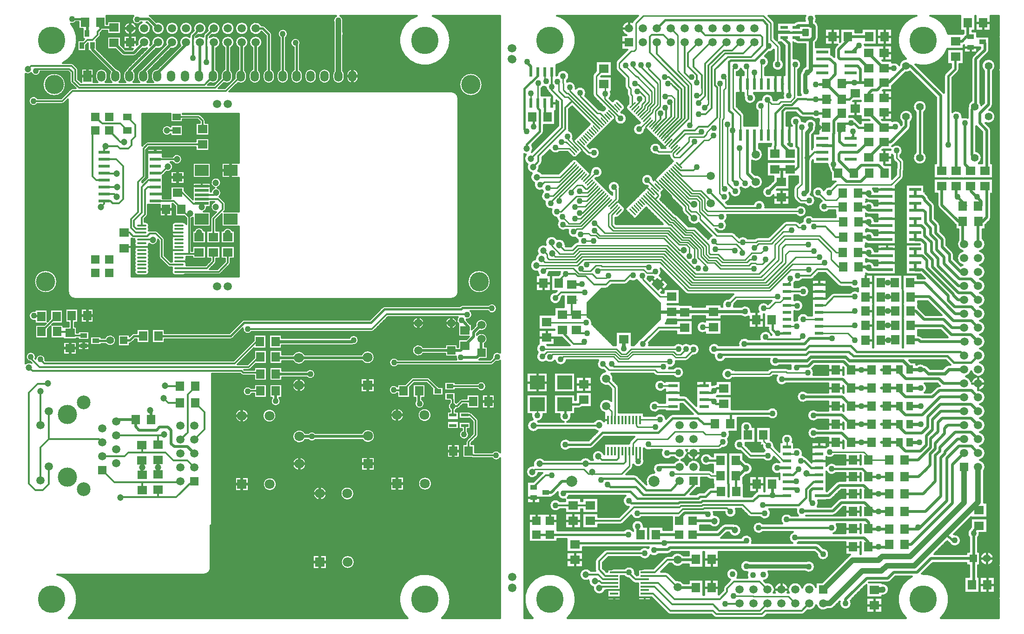
<source format=gtl>
%FSLAX43Y43*%
%MOMM*%
G71*
G01*
G75*
G04 Layer_Physical_Order=1*
%ADD10C,0.300*%
%ADD11R,1.600X1.800*%
%ADD12R,1.800X1.600*%
%ADD13R,1.300X0.850*%
%ADD14R,1.450X0.550*%
%ADD15R,1.450X0.550*%
%ADD16R,0.850X1.300*%
%ADD17R,2.150X0.600*%
%ADD18R,2.150X0.600*%
%ADD19R,2.500X0.500*%
%ADD20R,2.500X2.000*%
%ADD21O,1.800X0.350*%
%ADD22O,1.800X0.350*%
%ADD23R,1.500X1.300*%
%ADD24R,1.650X0.300*%
%ADD25C,0.250*%
%ADD26R,0.300X1.600*%
%ADD27R,2.700X2.500*%
%ADD28R,0.600X2.150*%
%ADD29R,1.550X0.600*%
%ADD30R,0.600X1.700*%
%ADD31R,1.300X1.500*%
%ADD32R,1.550X0.600*%
%ADD33R,2.200X0.550*%
%ADD34R,2.200X0.550*%
%ADD35R,2.200X0.600*%
%ADD36R,2.200X0.600*%
%ADD37C,0.063*%
%ADD38R,0.600X2.150*%
%ADD39R,1.700X0.600*%
%ADD40R,1.700X0.600*%
%ADD41C,0.500*%
%ADD42C,0.400*%
%ADD43C,0.600*%
%ADD44C,1.000*%
%ADD45C,0.800*%
%ADD46C,1.500*%
%ADD47R,1.500X1.500*%
%ADD48R,1.400X1.400*%
%ADD49C,1.400*%
%ADD50O,1.500X2.000*%
%ADD51R,1.500X2.000*%
%ADD52C,1.800*%
%ADD53R,1.800X1.800*%
%ADD54C,1.200*%
%ADD55C,2.500*%
%ADD56C,3.500*%
%ADD57C,5.000*%
%ADD58C,1.500*%
%ADD59C,2.000*%
%ADD60C,1.300*%
%ADD61C,1.100*%
%ADD62C,1.270*%
D10*
X87725Y107396D02*
G03*
X87718Y107176I1266J-149D01*
G01*
X87725Y101364D02*
G03*
X87718Y101262I2225J-214D01*
G01*
G03*
X87725Y101046I1273J-64D01*
G01*
X84500Y98600D02*
G03*
X84500Y98600I-2100J0D01*
G01*
X78650Y106700D02*
G03*
X75429Y111125I-4650J0D01*
G01*
X72571D02*
G03*
X78650Y106700I1429J-4425D01*
G01*
X79666Y97029D02*
G03*
X78850Y97325I-816J-979D01*
G01*
X80125Y96050D02*
G03*
X79666Y97029I-1275J0D01*
G01*
X80125Y96050D02*
G03*
X79666Y97029I-1275J0D01*
G01*
G03*
X78850Y97325I-816J-979D01*
G01*
X86000Y62650D02*
G03*
X86000Y62650I-2100J0D01*
G01*
X87150Y57764D02*
G03*
X85627Y58414I-900J0D01*
G01*
X85470Y57314D02*
G03*
X87150Y57764I779J450D01*
G01*
X80900Y58414D02*
G03*
X80510Y58253I0J-550D01*
G01*
X80900Y58414D02*
G03*
X80511Y58253I0J-550D01*
G01*
X82650Y56650D02*
G03*
X82357Y57314I-900J0D01*
G01*
X85421Y54742D02*
G03*
X83236Y54564I-1100J0D01*
G01*
X84046Y53677D02*
G03*
X85421Y54742I275J1065D01*
G01*
Y52202D02*
G03*
X83500Y52934I-1100J0D01*
G01*
X84900Y51267D02*
G03*
X85421Y52202I-579J935D01*
G01*
X81608Y55761D02*
G03*
X82650Y56650I142J889D01*
G01*
X81620Y55614D02*
G03*
X81608Y55761I-900J0D01*
G01*
X78844Y59525D02*
G03*
X80125Y60800I6J1275D01*
G01*
X78850Y59525D02*
G03*
X80125Y60800I0J1275D01*
G01*
X80037Y56200D02*
G03*
X79825Y55523I683J-586D01*
G01*
X79909Y55101D02*
G03*
X79900Y55244I-1100J0D01*
G01*
X79825Y55523D02*
G03*
X78856Y56200I-1016J-422D01*
G01*
X73909Y55101D02*
G03*
X72856Y56200I-1100J0D01*
G01*
X79900Y55244D02*
G03*
X80166Y54905I821J369D01*
G01*
X78762Y56200D02*
G03*
X79909Y55101I47J-1099D01*
G01*
X72762Y56200D02*
G03*
X73909Y55101I47J-1099D01*
G01*
X59150Y110300D02*
G03*
X58610Y111125I-900J0D01*
G01*
X57890D02*
G03*
X57443Y109902I360J-825D01*
G01*
X59143Y110187D02*
G03*
X59150Y110300I-893J113D01*
G01*
X59193Y107900D02*
G03*
X59143Y108196I-900J0D01*
G01*
Y107604D02*
G03*
X59193Y107900I-850J296D01*
G01*
X57443Y108196D02*
G03*
X57443Y107604I850J-296D01*
G01*
X61933Y100381D02*
G03*
X59733Y100381I-1100J0D01*
G01*
X59393D02*
G03*
X59143Y101079I-1100J0D01*
G01*
X57443D02*
G03*
X57193Y100381I850J-698D01*
G01*
X56853D02*
G03*
X54653Y100381I-1100J0D01*
G01*
X59733Y99881D02*
G03*
X61933Y99881I1100J0D01*
G01*
X57193D02*
G03*
X59393Y99881I1100J0D01*
G01*
X54653D02*
G03*
X56853Y99881I1100J0D01*
G01*
X51350Y106200D02*
G03*
X50123Y105362I-900J0D01*
G01*
X51223Y105739D02*
G03*
X51350Y106200I-773J461D01*
G01*
X48683Y107125D02*
G03*
X49050Y107850I-533J725D01*
G01*
G03*
X47583Y107151I-900J0D01*
G01*
X46143Y107757D02*
G03*
X45981Y108147I-550J0D01*
G01*
X46143Y107757D02*
G03*
X45982Y108146I-550J0D01*
G01*
X54313Y100381D02*
G03*
X52113Y100381I-1100J0D01*
G01*
Y99881D02*
G03*
X54313Y99881I1100J0D01*
G01*
X51773Y100381D02*
G03*
X51223Y101334I-1100J0D01*
G01*
X50123Y101334D02*
G03*
X49573Y100381I550J-953D01*
G01*
Y99881D02*
G03*
X51773Y99881I1100J0D01*
G01*
X49233Y100381D02*
G03*
X48683Y101334I-1100J0D01*
G01*
X47583D02*
G03*
X47033Y100381I550J-953D01*
G01*
Y99881D02*
G03*
X49233Y99881I1100J0D01*
G01*
X46693Y100381D02*
G03*
X46143Y101334I-1100J0D01*
G01*
X66652Y58150D02*
G03*
X66262Y57988I0J-550D01*
G01*
X66652Y58150D02*
G03*
X66263Y57989I0J-550D01*
G01*
X64400Y53500D02*
G03*
X64754Y53646I0J500D01*
G01*
X64400Y53500D02*
G03*
X64754Y53646I0J500D01*
G01*
X61003Y51101D02*
G03*
X61950Y52000I47J899D01*
G01*
X60750Y51050D02*
G03*
X61003Y51101I0J650D01*
G01*
X60750Y51050D02*
G03*
X61003Y51101I0J650D01*
G01*
X61950Y52000D02*
G03*
X60221Y52350I-900J0D01*
G01*
X87725Y49681D02*
G03*
X86317Y48774I-525J-731D01*
G01*
X87024Y48067D02*
G03*
X87725Y48219I176J883D01*
G01*
X86150Y47400D02*
G03*
X86504Y47546I0J500D01*
G01*
X86150Y47400D02*
G03*
X86504Y47546I0J500D01*
G01*
X85200Y43550D02*
G03*
X83552Y44050I-900J0D01*
G01*
Y43050D02*
G03*
X85200Y43550I748J500D01*
G01*
X79681Y49001D02*
G03*
X79798Y48400I889J-139D01*
G01*
X80737Y41267D02*
G03*
X80384Y41120I0J-500D01*
G01*
X80737Y41267D02*
G03*
X80384Y41120I0J-500D01*
G01*
X79780Y40517D02*
G03*
X79625Y40648I-655J-617D01*
G01*
X79930Y39460D02*
G03*
X80284Y39606I0J500D01*
G01*
X79930Y39460D02*
G03*
X80284Y39606I0J500D01*
G01*
X73731Y50701D02*
G03*
X73731Y49501I-922J-600D01*
G01*
X74904Y45054D02*
G03*
X74550Y45200I-354J-354D01*
G01*
X74904Y45054D02*
G03*
X74550Y45200I-354J-354D01*
G01*
X79625Y41125D02*
G03*
X79602Y41274I-500J0D01*
G01*
X79625Y41125D02*
G03*
X79602Y41274I-500J0D01*
G01*
X78625Y40648D02*
G03*
X78625Y39152I500J-748D01*
G01*
X73950Y40400D02*
G03*
X73550Y41148I-900J0D01*
G01*
X72350Y40966D02*
G03*
X73950Y40400I700J-566D01*
G01*
X83750Y37300D02*
G03*
X83604Y37654I-500J0D01*
G01*
X83750Y37300D02*
G03*
X83604Y37654I-500J0D01*
G01*
Y34296D02*
G03*
X83750Y34650I-354J354D01*
G01*
X83604Y34296D02*
G03*
X83750Y34650I-354J354D01*
G01*
X82604Y38654D02*
G03*
X82350Y38790I-354J-354D01*
G01*
X82604Y38654D02*
G03*
X82350Y38790I-354J-354D01*
G01*
X79625Y39152D02*
G03*
X79910Y39460I-500J748D01*
G01*
X82050Y34750D02*
G03*
X81775Y35398I-900J0D01*
G01*
X80775Y35568D02*
G03*
X82050Y34750I375J-818D01*
G01*
X81647Y33754D02*
G03*
X81500Y33400I354J-354D01*
G01*
X81647Y33754D02*
G03*
X81500Y33400I354J-354D01*
G01*
X87725Y31483D02*
G03*
X86252Y31450I-725J-533D01*
G01*
Y30450D02*
G03*
X87725Y30417I748J500D01*
G01*
Y10948D02*
G03*
X87718Y10726I1266J-151D01*
G01*
X87725Y4916D02*
G03*
X87717Y4812I2225J-216D01*
G01*
G03*
X87725Y4595I1273J-64D01*
G01*
X82569Y30507D02*
G03*
X82800Y30450I231J443D01*
G01*
X82569Y30507D02*
G03*
X82800Y30450I231J443D01*
G01*
X75220Y38300D02*
G03*
X75220Y38300I-1250J0D01*
G01*
X77145Y1275D02*
G03*
X78650Y4700I-3145J3425D01*
G01*
X75300Y25800D02*
G03*
X75300Y25800I-1250J0D01*
G01*
X78650Y4700D02*
G03*
X70855Y1275I-4650J0D01*
G01*
X71900Y45200D02*
G03*
X71547Y45054I0J-500D01*
G01*
X71900Y45200D02*
G03*
X71547Y45054I0J-500D01*
G01*
X69148Y48400D02*
G03*
X69148Y47400I-748J-500D01*
G01*
X62551Y48150D02*
G03*
X64850Y48830I1049J680D01*
G01*
G03*
X62463Y49350I-1250J0D01*
G01*
X69012Y43509D02*
G03*
X69012Y42291I-662J-609D01*
G01*
X52197Y49350D02*
G03*
X50003Y49350I-1097J-600D01*
G01*
X54050Y45800D02*
G03*
X52485Y46407I-900J0D01*
G01*
X50003Y48150D02*
G03*
X52197Y48150I1097J600D01*
G01*
X52473Y45207D02*
G03*
X54050Y45800I677J593D01*
G01*
X52350Y43750D02*
G03*
X52350Y43750I-1250J0D01*
G01*
X70220Y38300D02*
G03*
X70220Y38300I-1250J0D01*
G01*
X62601Y33800D02*
G03*
X64900Y34480I1049J680D01*
G01*
G03*
X62513Y35000I-1250J0D01*
G01*
X61150Y24000D02*
G03*
X61150Y24000I-1250J0D01*
G01*
X61230Y11500D02*
G03*
X61230Y11500I-1250J0D01*
G01*
X54121Y35000D02*
G03*
X52779Y35000I-671J-600D01*
G01*
X47750Y40850D02*
G03*
X47515Y41457I-900J0D01*
G01*
X52247Y35000D02*
G03*
X52247Y33800I-1097J-600D01*
G01*
X46185Y41457D02*
G03*
X47750Y40850I665J-607D01*
G01*
X52779Y33800D02*
G03*
X54121Y33800I671J600D01*
G01*
X52400Y29400D02*
G03*
X52400Y29400I-1250J0D01*
G01*
X56150Y24000D02*
G03*
X56150Y24000I-1250J0D01*
G01*
X44899Y109229D02*
G03*
X44510Y109390I-389J-389D01*
G01*
X44900Y109228D02*
G03*
X44510Y109390I-390J-388D01*
G01*
X36790Y108840D02*
G03*
X34447Y108475I-1200J0D01*
G01*
X44277Y109390D02*
G03*
X44277Y108290I-1067J-550D01*
G01*
X41870Y108840D02*
G03*
X41870Y108840I-1200J0D01*
G01*
X44410Y106300D02*
G03*
X42610Y105261I-1200J0D01*
G01*
X41870Y106300D02*
G03*
X40070Y105261I-1200J0D01*
G01*
X39330Y108840D02*
G03*
X39330Y108840I-1200J0D01*
G01*
X35225Y107697D02*
G03*
X36790Y108840I365J1143D01*
G01*
X39330Y106300D02*
G03*
X37530Y105261I-1200J0D01*
G01*
X36790Y106300D02*
G03*
X34808Y107211I-1200J0D01*
G01*
X34250Y108840D02*
G03*
X31907Y108475I-1200J0D01*
G01*
X24144Y110974D02*
G03*
X23891Y111125I-424J-424D01*
G01*
X24144Y110974D02*
G03*
X23891Y111125I-424J-424D01*
G01*
X23667Y109754D02*
G03*
X23346Y109950I-777J-914D01*
G01*
X26630Y108840D02*
G03*
X25119Y109999I-1200J0D01*
G01*
X24090Y108840D02*
G03*
X23804Y109617I-1200J0D01*
G01*
X33870Y107897D02*
G03*
X33708Y107508I389J-389D01*
G01*
X33870Y107898D02*
G03*
X33708Y107508I388J-390D01*
G01*
X32685Y107697D02*
G03*
X34250Y108840I365J1143D01*
G01*
X31361Y107929D02*
G03*
X31200Y107540I389J-389D01*
G01*
X31362Y107930D02*
G03*
X31200Y107540I388J-390D01*
G01*
X31710Y108840D02*
G03*
X31710Y108840I-1200J0D01*
G01*
X29170D02*
G03*
X29170Y108840I-1200J0D01*
G01*
X33708Y107303D02*
G03*
X32300Y107237I-658J-1003D01*
G01*
X31200Y107282D02*
G03*
X29482Y105681I-690J-982D01*
G01*
X29170Y106300D02*
G03*
X26842Y105890I-1200J0D01*
G01*
X24271Y109151D02*
G03*
X26630Y108840I1159J-311D01*
G01*
X22434Y109950D02*
G03*
X24090Y108840I456J-1110D01*
G01*
X26630Y106300D02*
G03*
X24256Y106054I-1200J0D01*
G01*
X24090Y106300D02*
G03*
X21731Y105989I-1200J0D01*
G01*
X43810Y105261D02*
G03*
X44410Y106300I-600J1039D01*
G01*
X41270Y105261D02*
G03*
X41870Y106300I-600J1039D01*
G01*
X38730Y105261D02*
G03*
X39330Y106300I-600J1039D01*
G01*
X45043Y101334D02*
G03*
X44493Y100381I550J-953D01*
G01*
Y99881D02*
G03*
X46693Y99881I1100J0D01*
G01*
X44153Y100381D02*
G03*
X43810Y101179I-1100J0D01*
G01*
X42610Y101388D02*
G03*
X41953Y100381I443J-1007D01*
G01*
Y99881D02*
G03*
X44153Y99881I1100J0D01*
G01*
X41613Y100381D02*
G03*
X41270Y101179I-1100J0D01*
G01*
X40070Y101388D02*
G03*
X39413Y100381I443J-1007D01*
G01*
X39998Y98909D02*
G03*
X41613Y99881I515J972D01*
G01*
X39073Y100381D02*
G03*
X38730Y101179I-1100J0D01*
G01*
X39413Y99881D02*
G03*
X39421Y99746I1100J0D01*
G01*
X36033Y105185D02*
G03*
X36790Y106300I-443J1115D01*
G01*
X27766Y105117D02*
G03*
X29170Y106300I204J1183D01*
G01*
X25058Y105159D02*
G03*
X26630Y106300I372J1141D01*
G01*
X23962Y105760D02*
G03*
X24090Y106300I-1072J540D01*
G01*
X37530Y101388D02*
G03*
X36873Y100381I443J-1007D01*
G01*
X37458Y98909D02*
G03*
X39073Y99881I515J972D01*
G01*
X36533Y100381D02*
G03*
X36033Y101303I-1100J0D01*
G01*
X36873Y99881D02*
G03*
X36881Y99746I1100J0D01*
G01*
X34918Y98909D02*
G03*
X36533Y99881I515J972D01*
G01*
X25283Y101481D02*
G03*
X24173Y100381I-10J-1100D01*
G01*
Y99881D02*
G03*
X24552Y99050I1100J0D01*
G01*
X23833Y100381D02*
G03*
X23645Y100996I-1100J0D01*
G01*
X23454Y99050D02*
G03*
X23833Y99881I-721J831D01*
G01*
X20953Y111125D02*
G03*
X20947Y109881I648J-625D01*
G01*
X21186Y109701D02*
G03*
X22313Y109950I414J799D01*
G01*
X21550Y108840D02*
G03*
X21186Y109701I-1200J0D01*
G01*
X20947Y109881D02*
G03*
X21550Y108840I-597J-1041D01*
G01*
X22579Y105141D02*
G03*
X23430Y105228I311J1159D01*
G01*
X20990Y103800D02*
G03*
X21414Y103976I0J600D01*
G01*
X20990Y103800D02*
G03*
X21414Y103976I0J600D01*
G01*
X22371Y101420D02*
G03*
X21633Y100381I362J-1039D01*
G01*
X19769Y101567D02*
G03*
X19620Y101320I424J-424D01*
G01*
X19769Y101567D02*
G03*
X19620Y101320I424J-424D01*
G01*
G03*
X19093Y100381I573J-939D01*
G01*
X18776Y103976D02*
G03*
X19200Y103800I424J424D01*
G01*
X18776Y103976D02*
G03*
X19200Y103800I424J424D01*
G01*
X18753Y100381D02*
G03*
X17894Y101454I-1100J0D01*
G01*
X14804Y107348D02*
G03*
X14950Y107702I-354J354D01*
G01*
X14804Y107348D02*
G03*
X14950Y107702I-354J354D01*
G01*
X9553Y109700D02*
G03*
X10465Y110028I200J878D01*
G01*
X10650Y106700D02*
G03*
X9553Y109700I-4650J0D01*
G01*
X16213Y100381D02*
G03*
X14013Y100381I-1100J0D01*
G01*
X12981Y104698D02*
G03*
X13074Y104577I517J304D01*
G01*
X12981Y104698D02*
G03*
X13074Y104577I517J304D01*
G01*
X8047Y102525D02*
G03*
X10650Y106700I-2047J4175D01*
G01*
X10875Y101300D02*
G03*
X10729Y101654I-500J0D01*
G01*
X10875Y101300D02*
G03*
X10729Y101654I-500J0D01*
G01*
X10004Y102379D02*
G03*
X9650Y102525I-354J-354D01*
G01*
X10004Y102379D02*
G03*
X9650Y102525I-354J-354D01*
G01*
X21293Y100381D02*
G03*
X21013Y101114I-1100J0D01*
G01*
X16708Y100944D02*
G03*
X16553Y100381I945J-563D01*
G01*
X21633Y99881D02*
G03*
X22012Y99050I1100J0D01*
G01*
X20914D02*
G03*
X21293Y99881I-721J831D01*
G01*
X19093D02*
G03*
X19472Y99050I1100J0D01*
G01*
X18374D02*
G03*
X18753Y99881I-721J831D01*
G01*
X16553D02*
G03*
X16932Y99050I1100J0D01*
G01*
X15834D02*
G03*
X16213Y99881I-721J831D01*
G01*
X14013D02*
G03*
X14392Y99050I1100J0D01*
G01*
X9350Y99150D02*
G03*
X9497Y98796I500J0D01*
G01*
X9350Y99150D02*
G03*
X9497Y98796I500J0D01*
G01*
X9800Y97900D02*
G03*
X9447Y97754I0J-500D01*
G01*
X9800Y97900D02*
G03*
X9447Y97754I0J-500D01*
G01*
X8600Y98600D02*
G03*
X8600Y98600I-2100J0D01*
G01*
X8000Y95100D02*
G03*
X8354Y95246I0J500D01*
G01*
X8000Y95100D02*
G03*
X8354Y95246I0J500D01*
G01*
X2328Y100735D02*
G03*
X4038Y100950I822J365D01*
G01*
X1275Y100563D02*
G03*
X2328Y100735I400J862D01*
G01*
X3498Y96100D02*
G03*
X3498Y95100I-748J-500D01*
G01*
X41110Y55714D02*
G03*
X40720Y55552I0J-550D01*
G01*
X41110Y55714D02*
G03*
X40721Y55553I0J-550D01*
G01*
X40860Y54136D02*
G03*
X42498Y53500I890J-136D01*
G01*
X41910Y46562D02*
G03*
X42264Y46708I0J500D01*
G01*
X41910Y46562D02*
G03*
X42264Y46708I0J500D01*
G01*
X40571Y45696D02*
G03*
X40925Y45550I354J354D01*
G01*
X40571Y45696D02*
G03*
X40925Y45550I354J354D01*
G01*
X38659Y52162D02*
G03*
X39048Y52323I0J550D01*
G01*
X38659Y52162D02*
G03*
X39049Y52324I0J550D01*
G01*
X42457Y43207D02*
G03*
X42533Y42207I-707J-557D01*
G01*
X46950Y38200D02*
G03*
X46950Y38200I-1250J0D01*
G01*
X47030Y25700D02*
G03*
X47030Y25700I-1250J0D01*
G01*
X41950Y38200D02*
G03*
X41950Y38200I-1250J0D01*
G01*
X33750Y9225D02*
G03*
X35025Y10500I0J1275D01*
G01*
X33750Y9225D02*
G03*
X35025Y10500I0J1275D01*
G01*
X10090Y59542D02*
G03*
X10300Y59525I210J1258D01*
G01*
X10090Y59542D02*
G03*
X10303Y59525I210J1258D01*
G01*
X9025Y60806D02*
G03*
X10090Y59542I1275J-6D01*
G01*
X9025Y60800D02*
G03*
X10090Y59542I1275J0D01*
G01*
X21054Y53262D02*
G03*
X20665Y53100I0J-550D01*
G01*
X21054Y53262D02*
G03*
X20665Y53101I0J-550D01*
G01*
X17735Y51935D02*
G03*
X15753Y52420I-1050J0D01*
G01*
X7050Y62650D02*
G03*
X7050Y62650I-2100J0D01*
G01*
X2995Y57290D02*
G03*
X2995Y55539I-209J-876D01*
G01*
X20278Y51386D02*
G03*
X20666Y51547I0J550D01*
G01*
X20278Y51386D02*
G03*
X20667Y51547I0J550D01*
G01*
X15834Y51320D02*
G03*
X17735Y51935I851J615D01*
G01*
X4901Y48462D02*
G03*
X3103Y48517I-900J0D01*
G01*
X3061Y48559D02*
G03*
X3150Y48950I-811J391D01*
G01*
X10650Y4700D02*
G03*
X7071Y9225I-4650J0D01*
G01*
X9145Y1275D02*
G03*
X10650Y4700I-3145J3425D01*
G01*
X3150Y48950D02*
G03*
X2150Y48056I-900J0D01*
G01*
X4884Y48286D02*
G03*
X4901Y48462I-883J176D01*
G01*
X2362Y47844D02*
G03*
X1275Y47693I-437J-844D01*
G01*
X36910Y80700D02*
G03*
X35751Y79773I-950J0D01*
G01*
X37725Y76825D02*
G03*
X37579Y77179I-500J0D01*
G01*
X37725Y76825D02*
G03*
X37579Y77179I-500J0D01*
G01*
Y75524D02*
G03*
X37725Y75878I-354J354D01*
G01*
X37579Y75524D02*
G03*
X37725Y75878I-354J354D01*
G01*
X36184Y79777D02*
G03*
X36910Y80700I-224J923D01*
G01*
X36925Y78850D02*
G03*
X36184Y79777I-950J0D01*
G01*
X35751Y79773D02*
G03*
X35037Y79000I224J-923D01*
G01*
X36599Y78134D02*
G03*
X36925Y78850I-624J716D01*
G01*
X36704Y78054D02*
G03*
X36599Y78134I-354J-354D01*
G01*
X36704Y78054D02*
G03*
X36599Y78134I-354J-354D01*
G01*
X35656Y77200D02*
G03*
X35991Y75350I304J-900D01*
G01*
X34015Y92016D02*
G03*
X33868Y92370I-500J0D01*
G01*
X34015Y92016D02*
G03*
X33868Y92370I-500J0D01*
G01*
X33162Y93076D02*
G03*
X32809Y93223I-354J-354D01*
G01*
X33162Y93076D02*
G03*
X32809Y93223I-354J-354D01*
G01*
X35155Y74515D02*
G03*
X35009Y74161I354J-354D01*
G01*
X35155Y74515D02*
G03*
X35009Y74161I354J-354D01*
G01*
X33742Y75400D02*
G03*
X34308Y76269I-384J869D01*
G01*
X31558Y74217D02*
G03*
X31780Y74325I-300J901D01*
G01*
X38966Y71930D02*
G03*
X37253Y71930I-856J-412D01*
G01*
X38463Y65713D02*
G03*
X38609Y66067I-354J354D01*
G01*
X38463Y65713D02*
G03*
X38609Y66067I-354J354D01*
G01*
X36491Y63948D02*
G03*
X36845Y64095I0J500D01*
G01*
X36491Y63948D02*
G03*
X36845Y64095I0J500D01*
G01*
X33806Y71930D02*
G03*
X32011Y71930I-897J-312D01*
G01*
X35862Y65963D02*
G03*
X36009Y66317I-354J354D01*
G01*
X35862Y65963D02*
G03*
X36009Y66317I-354J354D01*
G01*
X29807Y84971D02*
G03*
X28034Y85445I-950J0D01*
G01*
X28066Y84445D02*
G03*
X29807Y84971I791J526D01*
G01*
X28157Y83621D02*
G03*
X27679Y84445I-950J0D01*
G01*
X27718Y82820D02*
G03*
X28157Y83621I-511J801D01*
G01*
X27707Y90915D02*
G03*
X27707Y89530I-650J-692D01*
G01*
X23506Y88172D02*
G03*
X23152Y88026I0J-500D01*
G01*
X23506Y88172D02*
G03*
X23152Y88026I0J-500D01*
G01*
X26989Y82696D02*
G03*
X27707Y82813I218J925D01*
G01*
X23455Y81586D02*
G03*
X23317Y81489I216J-451D01*
G01*
X23455Y81586D02*
G03*
X23317Y81489I216J-451D01*
G01*
X23109Y81517D02*
G03*
X23256Y81870I-354J354D01*
G01*
X23109Y81517D02*
G03*
X23256Y81870I-354J354D01*
G01*
X30558Y73150D02*
G03*
X29986Y73523I-572J-252D01*
G01*
X28536D02*
G03*
X28002Y72573I0J-625D01*
G01*
G03*
X28002Y71923I534J-325D01*
G01*
G03*
X28002Y71273I534J-325D01*
G01*
G03*
X28002Y70623I534J-325D01*
G01*
X30611Y67048D02*
G03*
X30592Y67198I-625J0D01*
G01*
X30519Y66723D02*
G03*
X30611Y67048I-534J325D01*
G01*
Y66398D02*
G03*
X30519Y66723I-625J0D01*
G01*
X30519Y66073D02*
G03*
X30611Y66398I-534J325D01*
G01*
X28002Y70623D02*
G03*
X28002Y69973I534J-325D01*
G01*
G03*
X28002Y69323I534J-325D01*
G01*
G03*
X28002Y68673I534J-325D01*
G01*
X30611Y65748D02*
G03*
X30519Y66073I-625J0D01*
G01*
X30592Y65598D02*
G03*
X30611Y65748I-607J150D01*
G01*
X29986Y63823D02*
G03*
X30361Y63948I0J625D01*
G01*
X28002Y64773D02*
G03*
X28536Y63823I534J-325D01*
G01*
X28002Y68673D02*
G03*
X28002Y68023I534J-325D01*
G01*
G03*
X28002Y67373I534J-325D01*
G01*
G03*
X28002Y66723I534J-325D01*
G01*
G03*
X27929Y66248I534J-325D01*
G01*
X27929Y65248D02*
G03*
X28002Y64773I607J-150D01*
G01*
X27171Y65395D02*
G03*
X27525Y65248I354J354D01*
G01*
X27171Y65395D02*
G03*
X27525Y65248I354J354D01*
G01*
X26606Y70318D02*
G03*
X26460Y70671I-500J0D01*
G01*
X26606Y70318D02*
G03*
X26460Y70671I-500J0D01*
G01*
X25360Y71771D02*
G03*
X25006Y71918I-354J-354D01*
G01*
X25360Y71771D02*
G03*
X25006Y71918I-354J-354D01*
G01*
X23719Y72573D02*
G03*
X23811Y72898I-534J325D01*
G01*
X23806Y69575D02*
G03*
X25406Y70268I650J693D01*
G01*
X23409Y74565D02*
G03*
X23556Y74919I-354J354D01*
G01*
X23409Y74565D02*
G03*
X23556Y74919I-354J354D01*
G01*
X23811Y72898D02*
G03*
X23186Y73523I-625J0D01*
G01*
X23811Y72248D02*
G03*
X23719Y72573I-625J0D01*
G01*
X23906Y71918D02*
G03*
X23739Y71889I0J-500D01*
G01*
X23719Y71923D02*
G03*
X23811Y72248I-534J325D01*
G01*
X23906Y71918D02*
G03*
X23739Y71889I0J-500D01*
G01*
X21129Y70448D02*
G03*
X21202Y69973I607J-150D01*
G01*
G03*
X21202Y69323I534J-325D01*
G01*
X23719D02*
G03*
X23806Y69575I-534J325D01*
G01*
X23811Y68998D02*
G03*
X23719Y69323I-625J0D01*
G01*
X23719Y68673D02*
G03*
X23811Y68998I-534J325D01*
G01*
X21202Y69323D02*
G03*
X21202Y68673I534J-325D01*
G01*
X20605Y70527D02*
G03*
X20875Y70448I269J421D01*
G01*
X20605Y70527D02*
G03*
X20875Y70448I269J421D01*
G01*
X25606Y67167D02*
G03*
X25753Y66813I500J0D01*
G01*
X25606Y67167D02*
G03*
X25753Y66813I500J0D01*
G01*
X23811Y68348D02*
G03*
X23719Y68673I-625J0D01*
G01*
X23719Y68023D02*
G03*
X23811Y68348I-534J325D01*
G01*
Y67698D02*
G03*
X23719Y68023I-625J0D01*
G01*
Y67373D02*
G03*
X23811Y67698I-534J325D01*
G01*
Y67048D02*
G03*
X23719Y67373I-625J0D01*
G01*
X23719Y66723D02*
G03*
X23811Y67048I-534J325D01*
G01*
Y66398D02*
G03*
X23719Y66723I-625J0D01*
G01*
X23719Y66073D02*
G03*
X23811Y66398I-534J325D01*
G01*
Y65748D02*
G03*
X23719Y66073I-625J0D01*
G01*
X23719Y65423D02*
G03*
X23811Y65748I-534J325D01*
G01*
Y65098D02*
G03*
X23719Y65423I-625J0D01*
G01*
X23719Y64773D02*
G03*
X23811Y65098I-534J325D01*
G01*
Y64448D02*
G03*
X23719Y64773I-625J0D01*
G01*
X23186Y63823D02*
G03*
X23811Y64448I0J625D01*
G01*
X21202Y68673D02*
G03*
X21202Y68023I534J-325D01*
G01*
G03*
X21202Y67373I534J-325D01*
G01*
G03*
X21202Y66723I534J-325D01*
G01*
G03*
X21202Y66073I534J-325D01*
G01*
G03*
X21202Y65423I534J-325D01*
G01*
X21202Y64773D02*
G03*
X21736Y63823I534J-325D01*
G01*
X21202Y65423D02*
G03*
X21202Y64773I534J-325D01*
G01*
X104466Y54921D02*
G03*
X104490Y55148I-1076J226D01*
G01*
G03*
X103652Y56216I-1100J0D01*
G01*
X107002Y61385D02*
G03*
X107497Y61590I0J700D01*
G01*
X107002Y61385D02*
G03*
X107497Y61590I0J700D01*
G01*
X113345Y52278D02*
G03*
X112697Y51631I384J-1031D01*
G01*
X110452Y62135D02*
G03*
X110947Y62340I0J700D01*
G01*
X110452Y62135D02*
G03*
X110947Y62340I0J700D01*
G01*
X111426Y62819D02*
G03*
X112651Y62936I526J966D01*
G01*
X109878Y50303D02*
G03*
X110096Y51023I-1082J720D01*
G01*
X109878Y50303D02*
G03*
X110096Y51023I-1082J720D01*
G01*
X110396D02*
G03*
X110620Y50293I1300J0D01*
G01*
X110396Y51023D02*
G03*
X110620Y50293I1300J0D01*
G01*
X92099Y4421D02*
G03*
X92158Y4803I-1216J382D01*
G01*
X92156Y4874D02*
G03*
X92099Y5265I-2232J-124D01*
G01*
Y10385D02*
G03*
X92157Y10788I-2175J515D01*
G01*
X92158Y10852D02*
G03*
X92099Y11235I-1275J0D01*
G01*
X101474Y4700D02*
G03*
X93679Y1275I-4650J0D01*
G01*
X99970D02*
G03*
X101474Y4700I-3145J3425D01*
G01*
X98684Y22542D02*
G03*
X98662Y21142I-859J-687D01*
G01*
X103863Y8173D02*
G03*
X104661Y6903I1137J-171D01*
G01*
G03*
X106869Y6327I1140J-152D01*
G01*
X104262Y9902D02*
G03*
X103863Y8173I-912J-700D01*
G01*
X108477Y10327D02*
G03*
X107977Y10117I0J-700D01*
G01*
X110359Y8927D02*
G03*
X111186Y8502I869J675D01*
G01*
X105232Y12147D02*
G03*
X105027Y11652I495J-495D01*
G01*
X105232Y12147D02*
G03*
X105027Y11652I495J-495D01*
G01*
X107177Y13802D02*
G03*
X106682Y13597I0J-700D01*
G01*
X107177Y13802D02*
G03*
X106682Y13597I0J-700D01*
G01*
X109666Y18342D02*
G03*
X110161Y18547I0J700D01*
G01*
X109666Y18342D02*
G03*
X110161Y18547I0J700D01*
G01*
X93792Y29090D02*
G03*
X94734Y27782I-195J-1133D01*
G01*
X95810Y30107D02*
G03*
X93792Y29090I-912J-700D01*
G01*
X97222Y23428D02*
G03*
X97589Y23638I-199J775D01*
G01*
X97222Y23428D02*
G03*
X97590Y23639I-199J775D01*
G01*
X98203Y24252D02*
G03*
X99582Y22949I1072J-247D01*
G01*
X100430Y33657D02*
G03*
X100430Y32157I-805J-750D01*
G01*
X93698Y37505D02*
G03*
X94710Y35659I100J-1146D01*
G01*
X94617Y37166D02*
G03*
X95598Y38260I-119J1094D01*
G01*
X93416Y38459D02*
G03*
X93698Y37505I1082J-200D01*
G01*
X98583Y38459D02*
G03*
X99295Y37059I1042J-351D01*
G01*
X100016Y23192D02*
G03*
X100297Y23598I-741J813D01*
G01*
X104249Y30107D02*
G03*
X102351Y30107I-949J-650D01*
G01*
X104126Y32157D02*
G03*
X104657Y32377I0J750D01*
G01*
X104126Y32157D02*
G03*
X104657Y32377I0J750D01*
G01*
X106677Y31163D02*
G03*
X104652Y30107I-1076J-405D01*
G01*
X110613Y23598D02*
G03*
X111189Y21555I565J-944D01*
G01*
X104925Y35659D02*
G03*
X105496Y35338I826J800D01*
G01*
X99955Y37059D02*
G03*
X100725Y38108I-330J1049D01*
G01*
G03*
X100668Y38459I-1100J0D01*
G01*
X102076Y39509D02*
G03*
X102606Y39729I0J750D01*
G01*
X102076Y39509D02*
G03*
X102606Y39729I0J750D01*
G01*
X106677Y37141D02*
G03*
X104770Y37059I-926J-682D01*
G01*
X111451Y33634D02*
G03*
X111253Y33157I477J-477D01*
G01*
X111451Y33634D02*
G03*
X111253Y33157I477J-477D01*
G01*
X108002Y40854D02*
G03*
X106677Y38723I-951J-886D01*
G01*
X111856Y7832D02*
G03*
X112351Y7627I495J495D01*
G01*
X112328Y9601D02*
G03*
X110401Y10327I-1100J0D01*
G01*
X111856Y7832D02*
G03*
X112351Y7627I495J495D01*
G01*
X118259Y2106D02*
G03*
X118754Y1901I495J495D01*
G01*
X118259Y2106D02*
G03*
X118754Y1901I495J495D01*
G01*
X118482Y9472D02*
G03*
X117987Y9677I-495J-495D01*
G01*
X118482Y9472D02*
G03*
X117987Y9677I-495J-495D01*
G01*
X121154Y7602D02*
G03*
X119774Y8179I-1100J-692D01*
G01*
X114027Y10327D02*
G03*
X113527Y10117I0J-700D01*
G01*
X113230Y12402D02*
G03*
X115126Y12767I849J700D01*
G01*
X111978Y17135D02*
G03*
X110271Y17250I-900J-632D01*
G01*
X114731Y13987D02*
G03*
X113230Y13802I-653J-885D01*
G01*
X113878Y18053D02*
G03*
X111978Y17298I-1100J0D01*
G01*
X111644Y20030D02*
G03*
X113527Y19704I1034J374D01*
G01*
X115126Y12767D02*
G03*
X116628Y12952I653J885D01*
G01*
X118959Y11209D02*
G03*
X121079Y11109I1095J700D01*
G01*
X118237Y12609D02*
G03*
X117742Y12404I0J-700D01*
G01*
X118237Y12609D02*
G03*
X117742Y12404I0J-700D01*
G01*
X118280Y12952D02*
G03*
X118845Y13187I0J800D01*
G01*
X118280Y12952D02*
G03*
X118846Y13188I0J800D01*
G01*
X121079Y12709D02*
G03*
X118959Y12609I-1025J-800D01*
G01*
X126637Y1504D02*
G03*
X127132Y1299I495J495D01*
G01*
X126637Y1504D02*
G03*
X127132Y1299I495J495D01*
G01*
X128588Y7195D02*
G03*
X128383Y6700I495J-495D01*
G01*
X128588Y7195D02*
G03*
X128383Y6700I495J-495D01*
G01*
X130919Y8650D02*
G03*
X131133Y9301I-886J651D01*
G01*
X132804Y9674D02*
G03*
X132792Y8650I968J-523D01*
G01*
X131133Y9301D02*
G03*
X129659Y8267I-1100J0D01*
G01*
X133129Y11700D02*
G03*
X132804Y9674I-555J-950D01*
G01*
X125884Y18205D02*
G03*
X127906Y18955I872J750D01*
G01*
G03*
X126671Y20102I-1150J0D01*
G01*
X128706Y18504D02*
G03*
X128140Y18269I0J-800D01*
G01*
X128706Y18504D02*
G03*
X128141Y18270I0J-800D01*
G01*
X129429Y16904D02*
G03*
X131657Y17304I1078J400D01*
G01*
G03*
X130399Y18449I-1150J0D01*
G01*
X133683Y15403D02*
G03*
X131580Y15853I-1100J0D01*
G01*
X132962Y19886D02*
G03*
X133457Y19681I495J495D01*
G01*
X132962Y19886D02*
G03*
X133457Y19681I495J495D01*
G01*
X112759Y27237D02*
G03*
X112228Y27457I-530J-530D01*
G01*
X112759Y27237D02*
G03*
X112228Y27457I-530J-530D01*
G01*
X111754Y28505D02*
G03*
X111952Y28982I-477J477D01*
G01*
X111754Y28505D02*
G03*
X111952Y28982I-477J477D01*
G01*
X115834Y27794D02*
G03*
X114381Y25615I-37J-1550D01*
G01*
X111952Y29314D02*
G03*
X113978Y29906I927J593D01*
G01*
G03*
X113928Y30235I-1100J0D01*
G01*
X113927Y32262D02*
G03*
X115290Y31983I852J696D01*
G01*
X116886Y29586D02*
G03*
X115834Y27794I-214J-1079D01*
G01*
X120163Y30117D02*
G03*
X119379Y29597I278J-1270D01*
G01*
X121711Y29124D02*
G03*
X120719Y30117I-1270J-278D01*
G01*
X122703D02*
G03*
X121711Y29124I278J-1270D01*
G01*
X124131Y24206D02*
G03*
X123601Y23986I0J-750D01*
G01*
X124131Y24206D02*
G03*
X123601Y23986I0J-750D01*
G01*
X124281Y28847D02*
G03*
X123259Y30117I-1300J0D01*
G01*
X117225Y31983D02*
G03*
X118960Y30637I905J-625D01*
G01*
X117951Y37589D02*
G03*
X115985Y38184I-1097J-80D01*
G01*
X119379Y30637D02*
G03*
X120163Y30117I1062J750D01*
G01*
X120719D02*
G03*
X121711Y31109I-278J1270D01*
G01*
Y31664D02*
G03*
X121596Y31983I-1270J-278D01*
G01*
X121826D02*
G03*
X121711Y31664I1155J-597D01*
G01*
Y31109D02*
G03*
X122703Y30117I1270J278D01*
G01*
X123259D02*
G03*
X124281Y31387I-278J1270D01*
G01*
X116750Y40530D02*
G03*
X116745Y39180I-871J-672D01*
G01*
X119172Y38500D02*
G03*
X118641Y38280I0J-750D01*
G01*
X119172Y38500D02*
G03*
X118641Y38280I0J-750D01*
G01*
X121820Y41656D02*
G03*
X121289Y41875I-530J-530D01*
G01*
X121820Y41656D02*
G03*
X121289Y41875I-530J-530D01*
G01*
X126082Y25098D02*
G03*
X125551Y24879I0J-750D01*
G01*
X126082Y25098D02*
G03*
X125551Y24879I0J-750D01*
G01*
X125661Y26723D02*
G03*
X126139Y26525I477J477D01*
G01*
X125661Y26723D02*
G03*
X126139Y26525I477J477D01*
G01*
X126682Y20254D02*
G03*
X126624Y20604I-1100J0D01*
G01*
X124152Y28282D02*
G03*
X124281Y28847I-1171J565D01*
G01*
X126295Y30751D02*
G03*
X125920Y29251I-1014J-543D01*
G01*
X126209Y28084D02*
G03*
X125732Y28282I-477J-477D01*
G01*
X126209Y28084D02*
G03*
X125732Y28282I-477J-477D01*
G01*
X128587Y20604D02*
G03*
X130783Y20704I1095J100D01*
G01*
G03*
X130662Y21206I-1100J0D01*
G01*
X132539Y27407D02*
G03*
X133707Y28557I18J1150D01*
G01*
G03*
X132539Y29707I-1150J0D01*
G01*
X132863Y30413D02*
G03*
X133358Y30208I495J495D01*
G01*
X132863Y30413D02*
G03*
X133358Y30208I495J495D01*
G01*
X124281Y31387D02*
G03*
X124136Y31983I-1300J0D01*
G01*
X127533D02*
G03*
X128011Y32181I0J675D01*
G01*
X127533Y31983D02*
G03*
X128011Y32181I0J675D01*
G01*
X128145Y32316D02*
G03*
X129382Y33407I137J1091D01*
G01*
G03*
X129216Y33988I-1100J0D01*
G01*
G03*
X129582Y34808I-734J819D01*
G01*
G03*
X129489Y35251I-1100J0D01*
G01*
X131546Y33992D02*
G03*
X131462Y31813I-189J-1084D01*
G01*
X132457Y32908D02*
G03*
X132414Y33214I-1100J0D01*
G01*
X133683Y36114D02*
G03*
X131546Y35741I-1100J-6D01*
G01*
X94731Y51301D02*
G03*
X94598Y49723I695J-853D01*
G01*
G03*
X96095Y48125I827J-725D01*
G01*
G03*
X97698Y48278I730J822D01*
G01*
X94098Y66739D02*
G03*
X94502Y64477I249J-1123D01*
G01*
X94591Y67711D02*
G03*
X94098Y66739I656J-944D01*
G01*
X93506Y82447D02*
G03*
X93952Y80660I892J-726D01*
G01*
X94502Y64477D02*
G03*
X94762Y63851I1096J89D01*
G01*
X96062Y69319D02*
G03*
X94591Y67711I-464J-1052D01*
G01*
X98094Y70394D02*
G03*
X96062Y69319I-995J-576D01*
G01*
X95885Y77250D02*
G03*
X97100Y75880I1064J-281D01*
G01*
X95554Y79080D02*
G03*
X95885Y77250I744J-810D01*
G01*
X93952Y80660D02*
G03*
X95428Y79308I1046J-340D01*
G01*
X97698Y48278D02*
G03*
X99856Y48287I1078J220D01*
G01*
X109352Y43342D02*
G03*
X109154Y43819I-675J0D01*
G01*
X109352Y43342D02*
G03*
X109154Y43819I-675J0D01*
G01*
X108314Y44659D02*
G03*
X108351Y44968I-1263J308D01*
G01*
G03*
X107970Y45887I-1300J0D01*
G01*
X106878Y46256D02*
G03*
X107359Y43705I173J-1288D01*
G01*
X105608Y48287D02*
G03*
X106614Y46521I868J-675D01*
G01*
X109878Y50303D02*
G03*
X110076Y50798I-1082J720D01*
G01*
X109878Y50303D02*
G03*
X110076Y50798I-1082J720D01*
G01*
X97881Y60745D02*
G03*
X98876Y59650I-105J-1095D01*
G01*
X96434Y63851D02*
G03*
X96691Y64441I-836J715D01*
G01*
X97100Y75880D02*
G03*
X97958Y74328I999J-461D01*
G01*
X98630Y64441D02*
G03*
X98581Y63996I1046J-340D01*
G01*
X97958Y74328D02*
G03*
X98284Y73678I1091J141D01*
G01*
X99649Y69317D02*
G03*
X98094Y70394I-1150J0D01*
G01*
X98284Y73678D02*
G03*
X99672Y72075I915J-610D01*
G01*
X100093D02*
G03*
X101408Y70699I1056J-307D01*
G01*
X101750Y69892D02*
G03*
X101272Y69695I0J-675D01*
G01*
X101750Y69892D02*
G03*
X101272Y69695I0J-675D01*
G01*
X101862Y70282D02*
G03*
X101873Y69892I1088J-164D01*
G01*
X101408Y70699D02*
G03*
X101862Y70282I941J569D01*
G01*
X106864Y79671D02*
G03*
X106510Y80025I-620J-267D01*
G01*
X107217Y79318D02*
G03*
X106864Y79671I-620J-267D01*
G01*
X106510Y80025D02*
G03*
X106156Y80378I-620J-267D01*
G01*
G03*
X105803Y80732I-620J-267D01*
G01*
X105449Y81086D02*
G03*
X105096Y81439I-620J-267D01*
G01*
X105803Y80732D02*
G03*
X105449Y81086I-620J-267D01*
G01*
X108726Y74332D02*
G03*
X109372Y74508I169J654D01*
G01*
X107571Y78964D02*
G03*
X107217Y79318I-620J-267D01*
G01*
X107941Y78568D02*
G03*
X107571Y78964I-637J-224D01*
G01*
X110045Y76489D02*
G03*
X109692Y76843I-620J-267D01*
G01*
G03*
X109338Y77196I-620J-267D01*
G01*
X110256Y75392D02*
G03*
X110453Y75832I-477J477D01*
G01*
X110454Y75873D02*
G03*
X110045Y76489I-675J-3D01*
G01*
X109303Y77268D02*
G03*
X109476Y77720I-501J452D01*
G01*
X109551Y79920D02*
G03*
X108126Y78869I-1100J0D01*
G01*
X109303Y77268D02*
G03*
X109476Y77720I-501J452D01*
G01*
Y79521D02*
G03*
X109551Y79920I-1025J399D01*
G01*
X95329Y82395D02*
G03*
X94639Y82845I-931J-675D01*
G01*
X92716Y84079D02*
G03*
X93506Y82447I1032J-508D01*
G01*
X92099Y85935D02*
G03*
X92436Y85833I498J1037D01*
G01*
G03*
X92716Y84079I861J-762D01*
G01*
X93515Y86279D02*
G03*
X93747Y86972I-918J693D01*
G01*
X94639Y82845D02*
G03*
X94898Y83571I-892J726D01*
G01*
X95193Y84026D02*
G03*
X95398Y84521I-495J495D01*
G01*
X95193Y84026D02*
G03*
X95398Y84521I-495J495D01*
G01*
X93747Y86972D02*
G03*
X93551Y87615I-1150J0D01*
G01*
X95478Y89542D02*
G03*
X95698Y90073I-530J530D01*
G01*
X95478Y89542D02*
G03*
X95698Y90073I-530J530D01*
G01*
X101914Y84621D02*
G03*
X100816Y84832I-620J-267D01*
G01*
X100816Y85468D02*
G03*
X101914Y85679I477J477D01*
G01*
X96811Y86694D02*
G03*
X98552Y86296I1014J426D01*
G01*
X101072Y89171D02*
G03*
X100257Y90234I-1100J0D01*
G01*
X100946Y88662D02*
G03*
X101072Y89171I-975J510D01*
G01*
X96052Y98126D02*
G03*
X96483Y97324I1098J73D01*
G01*
X95264Y97932D02*
G03*
X95606Y98254I-567J943D01*
G01*
G03*
X96052Y98126I519J970D01*
G01*
X101499Y98125D02*
G03*
X99884Y99097I-1100J0D01*
G01*
X99883Y99288D02*
G03*
X100299Y100150I-684J862D01*
G01*
G03*
X98103Y100249I-1100J0D01*
G01*
X97979Y102196D02*
G03*
X101474Y106700I-1155J4504D01*
G01*
G03*
X98088Y111175I-4650J0D01*
G01*
X102267Y84268D02*
G03*
X101914Y84621I-620J-267D01*
G01*
X102638Y83871D02*
G03*
X102267Y84268I-637J-224D01*
G01*
X103328Y83207D02*
G03*
X102954Y83569I-620J-267D01*
G01*
G03*
X102638Y83871I-599J-310D01*
G01*
X101914Y85679D02*
G03*
X102267Y86032I-267J620D01*
G01*
G03*
X102621Y86386I-267J620D01*
G01*
X103682Y82853D02*
G03*
X103328Y83207I-620J-267D01*
G01*
X104035Y82500D02*
G03*
X103682Y82853I-620J-267D01*
G01*
X103447Y85672D02*
G03*
X103925Y85475I477J477D01*
G01*
X103447Y85672D02*
G03*
X103925Y85475I477J477D01*
G01*
X101557Y88864D02*
G03*
X101204Y88510I267J-620D01*
G01*
X101911Y89217D02*
G03*
X101557Y88864I267J-620D01*
G01*
X102265Y89571D02*
G03*
X101911Y89217I267J-620D01*
G01*
X102618Y89924D02*
G03*
X102265Y89571I267J-620D01*
G01*
X102972Y90278D02*
G03*
X102618Y89924I267J-620D01*
G01*
X103325Y90631D02*
G03*
X102972Y90278I267J-620D01*
G01*
X103679Y90985D02*
G03*
X103325Y90631I266J-620D01*
G01*
X103682Y87447D02*
G03*
X104035Y87800I-267J620D01*
G01*
X104032Y91339D02*
G03*
X103679Y90985I267J-620D01*
G01*
X104035Y87800D02*
G03*
X104389Y88154I-267J620D01*
G01*
G03*
X104742Y88507I-267J620D01*
G01*
G03*
X105096Y88861I-267J620D01*
G01*
X105113Y81562D02*
G03*
X106374Y82650I162J1088D01*
G01*
G03*
X104180Y82539I-1100J0D01*
G01*
X105096Y88861D02*
G03*
X105449Y89214I-267J620D01*
G01*
X103932Y85475D02*
G03*
X105900Y86150I869J675D01*
G01*
G03*
X104059Y86963I-1100J0D01*
G01*
X105449Y89214D02*
G03*
X105803Y89568I-266J620D01*
G01*
G03*
X106156Y89922I-267J620D01*
G01*
G03*
X106510Y90275I-266J620D01*
G01*
G03*
X106863Y90629I-267J620D01*
G01*
G03*
X107217Y90982I-267J620D01*
G01*
G03*
X107571Y91336I-267J620D01*
G01*
G03*
X107924Y91689I-266J620D01*
G01*
X106387Y93827D02*
G03*
X105910Y94025I-477J-477D01*
G01*
X106387Y93827D02*
G03*
X105910Y94025I-477J-477D01*
G01*
X106861Y94167D02*
G03*
X106507Y93813I267J-620D01*
G01*
X107924Y91689D02*
G03*
X108278Y92043I-267J620D01*
G01*
G03*
X108579Y92298I-267J620D01*
G01*
X109769Y93496D02*
G03*
X110046Y93811I-343J581D01*
G01*
G03*
X110454Y94431I-267J620D01*
G01*
G03*
X110256Y94908I-675J0D01*
G01*
X103400Y97124D02*
G03*
X101461Y97836I-1100J0D01*
G01*
X103225Y96530D02*
G03*
X103400Y97124I-925J595D01*
G01*
X104574Y96839D02*
G03*
X104772Y96362I675J0D01*
G01*
X104574Y96839D02*
G03*
X104772Y96362I675J0D01*
G01*
X107640Y96110D02*
G03*
X107974Y96900I-766J790D01*
G01*
X104772Y100651D02*
G03*
X104574Y100174I477J-477D01*
G01*
X107974Y96900D02*
G03*
X107884Y97336I-1100J0D01*
G01*
X104772Y100651D02*
G03*
X104574Y100174I477J-477D01*
G01*
X108777Y101648D02*
G03*
X108974Y101171I675J0D01*
G01*
X108777Y101648D02*
G03*
X108974Y101171I675J0D01*
G01*
X109372Y95792D02*
G03*
X108275Y95581I-477J-477D01*
G01*
X108974Y103027D02*
G03*
X108777Y102550I477J-477D01*
G01*
X108974Y103027D02*
G03*
X108777Y102550I477J-477D01*
G01*
X117768Y44340D02*
G03*
X117775Y42990I-865J-680D01*
G01*
X110415Y50798D02*
G03*
X110620Y50293I1280J225D01*
G01*
X110415Y50798D02*
G03*
X110620Y50293I1280J225D01*
G01*
X115902Y45634D02*
G03*
X116379Y45437I477J477D01*
G01*
X115902Y45634D02*
G03*
X116379Y45437I477J477D01*
G01*
X119262D02*
G03*
X121230Y46112I869J675D01*
G01*
X118514Y46975D02*
G03*
X119780Y48062I166J1087D01*
G01*
X121230Y46112D02*
G03*
X119262Y46787I-1100J0D01*
G01*
X120927Y51204D02*
G03*
X119384Y51011I-675J-869D01*
G01*
X121502Y48160D02*
G03*
X121979Y48358I0J675D01*
G01*
X121502Y48160D02*
G03*
X121979Y48358I0J675D01*
G01*
X122309Y51178D02*
G03*
X120927Y51204I-707J-843D01*
G01*
X124052Y50285D02*
G03*
X122309Y51178I-1100J0D01*
G01*
X122815Y49194D02*
G03*
X124052Y50285I137J1091D01*
G01*
X117875Y54973D02*
G03*
X118202Y55798I-973J862D01*
G01*
X117875Y54973D02*
G03*
X118202Y55798I-973J862D01*
G01*
X114544Y63198D02*
G03*
X114689Y63591I-942J568D01*
G01*
X115408D02*
G03*
X115697Y63459I595J925D01*
G01*
X116796Y63754D02*
G03*
X117103Y64516I-793J762D01*
G01*
G03*
X116964Y65051I-1100J0D01*
G01*
X121477Y60538D02*
G03*
X121955Y60340I477J477D01*
G01*
X121477Y60538D02*
G03*
X121955Y60340I477J477D01*
G01*
X126778Y43858D02*
G03*
X126305Y43785I-72J-1098D01*
G01*
X127593Y51013D02*
G03*
X126725Y49263I-887J-650D01*
G01*
X130129Y46486D02*
G03*
X130146Y45136I-923J-686D01*
G01*
X126725Y49263D02*
G03*
X128810Y48612I1082J-200D01*
G01*
X132962Y52113D02*
G03*
X131149Y51013I-755J-800D01*
G01*
X125112Y55336D02*
G03*
X125112Y53364I-488J-986D01*
G01*
X126244Y71026D02*
G03*
X125645Y70384I438J-1009D01*
G01*
X131676Y56350D02*
G03*
X133011Y56303I698J850D01*
G01*
X130299Y58050D02*
G03*
X130374Y58450I-1025J400D01*
G01*
X133474Y57200D02*
G03*
X131676Y58050I-1100J0D01*
G01*
X129411Y59541D02*
G03*
X128250Y58050I-137J-1091D01*
G01*
X130417Y71495D02*
G03*
X129939Y71693I-477J-477D01*
G01*
X130417Y71495D02*
G03*
X129939Y71693I-477J-477D01*
G01*
X132839Y70475D02*
G03*
X131251Y70661I-882J-658D01*
G01*
X111457Y76843D02*
G03*
X111135Y76554I267J-620D01*
G01*
X111810Y77196D02*
G03*
X111457Y76843I267J-620D01*
G01*
X113227Y75072D02*
G03*
X113581Y75426I-267J620D01*
G01*
X112164Y77550D02*
G03*
X111810Y77196I267J-620D01*
G01*
X112518Y77904D02*
G03*
X112164Y77550I267J-620D01*
G01*
X112871Y78257D02*
G03*
X112518Y77904I267J-620D01*
G01*
X113225Y78611D02*
G03*
X112871Y78257I267J-620D01*
G01*
X113578Y78964D02*
G03*
X113225Y78611I267J-620D01*
G01*
X113581Y75426D02*
G03*
X113935Y75779I-267J620D01*
G01*
X113932Y79318D02*
G03*
X113578Y78964I267J-620D01*
G01*
X113935Y75779D02*
G03*
X114288Y76133I-267J620D01*
G01*
X114285Y79671D02*
G03*
X113932Y79318I266J-620D01*
G01*
X115624Y81200D02*
G03*
X114661Y80109I-1100J0D01*
G01*
X114639Y80025D02*
G03*
X114285Y79671I267J-620D01*
G01*
X116053Y81439D02*
G03*
X115700Y81086I267J-620D01*
G01*
X116407Y81793D02*
G03*
X116053Y81439I267J-620D01*
G01*
X116760Y82146D02*
G03*
X116407Y81793I267J-620D01*
G01*
X108579Y92298D02*
G03*
X110774Y92400I1095J102D01*
G01*
G03*
X109769Y93496I-1100J0D01*
G01*
X111457Y93457D02*
G03*
X111810Y93104I620J267D01*
G01*
G03*
X112164Y92750I620J267D01*
G01*
X111103Y93811D02*
G03*
X111457Y93457I620J267D01*
G01*
X110893Y94908D02*
G03*
X111103Y93811I477J-477D01*
G01*
X111807Y109976D02*
G03*
X110784Y107600I-633J-1136D01*
G01*
X110449Y98275D02*
G03*
X110647Y97797I675J0D01*
G01*
X110449Y98275D02*
G03*
X110647Y97797I675J0D01*
G01*
X110877Y96824D02*
G03*
X111075Y96347I675J0D01*
G01*
X110877Y96824D02*
G03*
X111075Y96347I675J0D01*
G01*
X111975Y110255D02*
G03*
X111807Y109976I477J-477D01*
G01*
X111975Y110255D02*
G03*
X111807Y109976I477J-477D01*
G01*
X117117Y87047D02*
G03*
X116169Y85831I-1093J-125D01*
G01*
G03*
X116574Y85697I405J540D01*
G01*
X116169Y85831D02*
G03*
X116574Y85697I405J540D01*
G01*
X116407Y88507D02*
G03*
X116760Y88154I620J267D01*
G01*
X113180Y91539D02*
G03*
X114124Y90450I-156J-1089D01*
G01*
X112164Y92750D02*
G03*
X112518Y92396I620J267D01*
G01*
G03*
X112871Y92043I620J267D01*
G01*
X116053Y88861D02*
G03*
X116407Y88507I620J267D01*
G01*
X115346Y89568D02*
G03*
X115700Y89214I620J267D01*
G01*
G03*
X116053Y88861I620J267D01*
G01*
X114285Y90629D02*
G03*
X114639Y90275I620J267D01*
G01*
X112871Y92043D02*
G03*
X113225Y91689I620J267D01*
G01*
X114992Y89922D02*
G03*
X115346Y89568I620J267D01*
G01*
X114639Y90275D02*
G03*
X114992Y89922I620J267D01*
G01*
X121883Y74387D02*
G03*
X123897Y73373I1192J-140D01*
G01*
X123484Y72545D02*
G03*
X123006Y72743I-477J-477D01*
G01*
X123484Y72545D02*
G03*
X123006Y72743I-477J-477D01*
G01*
X119970Y74773D02*
G03*
X119595Y74963I-477J-477D01*
G01*
X119970Y74773D02*
G03*
X119595Y74963I-477J-477D01*
G01*
X120849Y75700D02*
G03*
X121047Y75223I675J0D01*
G01*
X120849Y75700D02*
G03*
X121047Y75223I675J0D01*
G01*
X127064Y72242D02*
G03*
X129032Y72917I869J675D01*
G01*
G03*
X128734Y73670I-1100J0D01*
G01*
G03*
X129132Y74518I-702J847D01*
G01*
G03*
X129088Y74825I-1100J0D01*
G01*
X117002Y77823D02*
G03*
X117199Y78300I-477J477D01*
G01*
X117002Y77823D02*
G03*
X117199Y78300I-477J477D01*
G01*
X117114Y82500D02*
G03*
X116760Y82146I266J-620D01*
G01*
X117199Y78493D02*
G03*
X117076Y78882I-675J0D01*
G01*
X117199Y78493D02*
G03*
X117076Y78882I-675J0D01*
G01*
X117117Y78961D02*
G03*
X117470Y79315I-267J620D01*
G01*
X117467Y82853D02*
G03*
X117114Y82500I267J-620D01*
G01*
X128873Y77091D02*
G03*
X129674Y78150I-299J1059D01*
G01*
G03*
X129447Y78820I-1100J0D01*
G01*
X129505Y78891D02*
G03*
X131674Y79150I1069J259D01*
G01*
X117821Y83207D02*
G03*
X117467Y82853I267J-620D01*
G01*
X118174Y83560D02*
G03*
X117821Y83207I267J-620D01*
G01*
X118528Y83914D02*
G03*
X118174Y83560I267J-620D01*
G01*
X118579Y85571D02*
G03*
X118777Y85094I675J0D01*
G01*
X118579Y85571D02*
G03*
X118777Y85094I675J0D01*
G01*
X131674Y79150D02*
G03*
X131490Y79760I-1100J0D01*
G01*
X118882Y84268D02*
G03*
X118528Y83914I267J-620D01*
G01*
X119235Y84621D02*
G03*
X118882Y84268I267J-620D01*
G01*
X116760Y88154D02*
G03*
X117114Y87800I620J267D01*
G01*
G03*
X117467Y87447I620J267D01*
G01*
G03*
X117821Y87093I620J267D01*
G01*
X130849Y100865D02*
G03*
X131581Y101525I-293J1060D01*
G01*
X131571Y79848D02*
G03*
X133297Y80001I803J752D01*
G01*
G03*
X135574Y80858I977J857D01*
G01*
X132204Y92968D02*
G03*
X132007Y93445I-675J0D01*
G01*
X132204Y92968D02*
G03*
X132007Y93445I-675J0D01*
G01*
X131581Y101525D02*
G03*
X132124Y100896I1043J351D01*
G01*
X132176Y96374D02*
G03*
X134358Y96174I1082J-200D01*
G01*
X135434Y1299D02*
G03*
X135929Y1504I0J700D01*
G01*
X135434Y1299D02*
G03*
X135929Y1504I0J700D01*
G01*
X137671Y6778D02*
G03*
X136121Y7770I-1270J-278D01*
G01*
X135784Y8107D02*
G03*
X136771Y9201I-112J1094D01*
G01*
X137541Y5876D02*
G03*
X137671Y6222I-1141J624D01*
G01*
G03*
X137800Y5876I1270J278D01*
G01*
X136771Y9201D02*
G03*
X136594Y9800I-1100J0D01*
G01*
X133587Y14952D02*
G03*
X133683Y15403I-1004J450D01*
G01*
X140211Y6778D02*
G03*
X137671Y6778I-1270J-278D01*
G01*
X140081Y5876D02*
G03*
X140211Y6222I-1141J624D01*
G01*
X140211D02*
G03*
X140345Y5868I1270J278D01*
G01*
X142751Y6778D02*
G03*
X140211Y6778I-1270J-278D01*
G01*
X135629Y18500D02*
G03*
X135629Y17000I-805J-750D01*
G01*
X135086Y19681D02*
G03*
X137034Y20381I849J700D01*
G01*
G03*
X136721Y21150I-1100J0D01*
G01*
X141097Y17000D02*
G03*
X140961Y14952I328J-1050D01*
G01*
X140729Y20000D02*
G03*
X139120Y18500I-805J-750D01*
G01*
X138629Y29651D02*
G03*
X138629Y27663I-471J-994D01*
G01*
X135660Y30208D02*
G03*
X137592Y30720I849J700D01*
G01*
X142661Y1901D02*
G03*
X143156Y2106I0J700D01*
G01*
X142661Y1901D02*
G03*
X143156Y2106I0J700D01*
G01*
X145261Y6890D02*
G03*
X142751Y6778I-1240J-390D01*
G01*
X143741Y2690D02*
G03*
X145291Y3682I280J1270D01*
G01*
X143265Y9800D02*
G03*
X145060Y10653I695J853D01*
G01*
G03*
X143624Y11700I-1100J0D01*
G01*
X145291Y3682D02*
G03*
X147327Y2910I1270J278D01*
G01*
X147770D02*
G03*
X148513Y3218I0J1050D01*
G01*
X147770Y2910D02*
G03*
X148514Y3219I0J1050D01*
G01*
X145437Y12920D02*
G03*
X147637Y12952I1100J32D01*
G01*
G03*
X146569Y14052I-1100J0D01*
G01*
X145902Y14718D02*
G03*
X145337Y14952I-566J-566D01*
G01*
X145903Y14717D02*
G03*
X145337Y14952I-567J-565D01*
G01*
X141682Y21150D02*
G03*
X141969Y20000I1043J-350D01*
G01*
X145544Y21600D02*
G03*
X145760Y22255I-883J655D01*
G01*
G03*
X145644Y22748I-1100J0D01*
G01*
X143640Y30488D02*
G03*
X143349Y30668I-530J-530D01*
G01*
X143640Y30488D02*
G03*
X143349Y30668I-530J-530D01*
G01*
X148452Y16700D02*
G03*
X149224Y17750I-328J1050D01*
G01*
X148324Y20000D02*
G03*
X148890Y20234I0J800D01*
G01*
X148324Y20000D02*
G03*
X148891Y20235I0J800D01*
G01*
X147624Y22800D02*
G03*
X148190Y23034I0J800D01*
G01*
X147624Y22800D02*
G03*
X148191Y23035I0J800D01*
G01*
X149224Y17750D02*
G03*
X149012Y18400I-1100J0D01*
G01*
X149874Y23150D02*
G03*
X149308Y22915I0J-800D01*
G01*
X149874Y23150D02*
G03*
X149309Y22916I0J-800D01*
G01*
X147129Y28031D02*
G03*
X148929Y27750I995J469D01*
G01*
X147129Y30675D02*
G03*
X148593Y30925I595J925D01*
G01*
X148929Y29250D02*
G03*
X147129Y28969I-805J-750D01*
G01*
X149524Y26300D02*
G03*
X148958Y26065I0J-800D01*
G01*
X149524Y26300D02*
G03*
X148959Y26066I0J-800D01*
G01*
X135902Y31825D02*
G03*
X135660Y31608I606J-918D01*
G01*
X135467Y32845D02*
G03*
X135902Y31825I1091J-137D01*
G01*
X137658Y32708D02*
G03*
X137046Y33694I-1100J0D01*
G01*
X136504Y37860D02*
G03*
X138409Y38610I805J750D01*
G01*
G03*
X136504Y39360I-1100J0D01*
G01*
X142860Y31358D02*
G03*
X141279Y32347I-1100J0D01*
G01*
X141109Y33808D02*
G03*
X139015Y33338I-1100J0D01*
G01*
X141004D02*
G03*
X141109Y33808I-994J471D01*
G01*
X136748Y53420D02*
G03*
X135055Y52113I-689J-857D01*
G01*
X136593Y53876D02*
G03*
X136748Y53420I750J0D01*
G01*
X136593Y53876D02*
G03*
X136748Y53420I750J0D01*
G01*
X137174Y46875D02*
G03*
X136697Y46677I0J-675D01*
G01*
X137174Y46875D02*
G03*
X136697Y46677I0J-675D01*
G01*
X137117Y52863D02*
G03*
X136946Y53213I-1058J-300D01*
G01*
X136541Y58501D02*
G03*
X134835Y57117I-817J-737D01*
G01*
X136774Y45125D02*
G03*
X137252Y45323I0J675D01*
G01*
X136774Y45125D02*
G03*
X137252Y45323I0J675D01*
G01*
X138156Y45525D02*
G03*
X139779Y44050I869J-675D01*
G01*
X136805Y48612D02*
G03*
X138523Y47350I1020J-412D01*
G01*
X140249Y46725D02*
G03*
X139824Y46875I-424J-525D01*
G01*
X140249Y46725D02*
G03*
X139824Y46875I-424J-525D01*
G01*
X143679Y42400D02*
G03*
X143573Y40800I-805J-750D01*
G01*
X140682Y47350D02*
G03*
X140659Y46725I1043J-350D01*
G01*
X141832Y55594D02*
G03*
X141324Y55524I-108J-1095D01*
G01*
Y57304D02*
G03*
X142960Y58265I535J961D01*
G01*
G03*
X141324Y59226I-1100J0D01*
G01*
X143793Y56470D02*
G03*
X141832Y55594I-883J-656D01*
G01*
X141324Y62380D02*
G03*
X141565Y62671I-715J836D01*
G01*
G03*
X142758Y63016I345J1045D01*
G01*
X143349Y30668D02*
G03*
X142806Y31017I-840J-711D01*
G01*
G03*
X142860Y31358I-1046J341D01*
G01*
X144780Y45650D02*
G03*
X144860Y46061I-1020J411D01*
G01*
X145629Y35800D02*
G03*
X145523Y34200I-805J-750D01*
G01*
X147512Y32679D02*
G03*
X147129Y32525I212J-1079D01*
G01*
X145473Y39100D02*
G03*
X145579Y37500I-698J-850D01*
G01*
X144860Y46061D02*
G03*
X144572Y46804I-1100J0D01*
G01*
X142086Y60175D02*
G03*
X144035Y60875I849J700D01*
G01*
G03*
X142086Y61575I-1100J0D01*
G01*
X144287Y63016D02*
G03*
X144782Y63221I0J700D01*
G01*
X144287Y63016D02*
G03*
X144782Y63221I0J700D01*
G01*
X148561Y60615D02*
G03*
X148066Y60410I0J-700D01*
G01*
X148561Y60615D02*
G03*
X148066Y60410I0J-700D01*
G01*
X149310Y61927D02*
G03*
X149805Y61722I495J495D01*
G01*
X149310Y61927D02*
G03*
X149805Y61722I495J495D01*
G01*
X149595Y4300D02*
G03*
X151738Y3950I1043J-350D01*
G01*
G03*
X151583Y4513I-1100J0D01*
G01*
X167969Y1275D02*
G03*
X169474Y4700I-3145J3425D01*
G01*
X157415Y5401D02*
G03*
X158540Y6500I25J1100D01*
G01*
G03*
X157342Y7596I-1100J0D01*
G01*
X162729Y8851D02*
G03*
X161679Y1275I2095J-4151D01*
G01*
X169474Y4700D02*
G03*
X164535Y9341I-4650J0D01*
G01*
X158313Y7750D02*
G03*
X158879Y7984I0J800D01*
G01*
X158313Y7750D02*
G03*
X158880Y7985I0J800D01*
G01*
X151478Y12807D02*
G03*
X151167Y12591I433J-957D01*
G01*
X151478Y12807D02*
G03*
X151168Y12592I433J-957D01*
G01*
X177636Y12142D02*
G03*
X177636Y12142I-1250J0D01*
G01*
X169561Y14953D02*
G03*
X171643Y15450I982J497D01*
G01*
G03*
X170386Y16539I-1100J0D01*
G01*
X174774Y15952D02*
G03*
X175071Y16704I-803J752D01*
G01*
X173319Y17590D02*
G03*
X173174Y15946I652J-886D01*
G01*
X165074Y42400D02*
G03*
X165468Y43243I-706J843D01*
G01*
G03*
X165058Y44100I-1100J0D01*
G01*
X164973Y47450D02*
G03*
X163576Y47450I-698J-850D01*
G01*
X165575Y47201D02*
G03*
X164974Y47450I-601J-601D01*
G01*
X165575Y47201D02*
G03*
X164974Y47450I-601J-601D01*
G01*
X167706Y43600D02*
G03*
X167139Y43365I0J-800D01*
G01*
X167706Y43600D02*
G03*
X167140Y43366I0J-800D01*
G01*
X176114Y28850D02*
G03*
X175092Y30120I-1300J0D01*
G01*
G03*
X176114Y31390I-278J1270D01*
G01*
G03*
X175092Y32660I-1300J0D01*
G01*
G03*
X176114Y33930I-278J1270D01*
G01*
G03*
X175092Y35200I-1300J0D01*
G01*
G03*
X176114Y36470I-278J1270D01*
G01*
G03*
X175092Y37740I-1300J0D01*
G01*
G03*
X176114Y39010I-278J1270D01*
G01*
G03*
X175092Y40280I-1300J0D01*
G01*
G03*
X176114Y41550I-278J1270D01*
G01*
G03*
X175092Y42820I-1300J0D01*
G01*
G03*
X176114Y44090I-278J1270D01*
G01*
X173544Y44368D02*
G03*
X172552Y45360I-1270J-278D01*
G01*
X174537Y45360D02*
G03*
X173544Y44368I278J-1270D01*
G01*
X176114Y44090D02*
G03*
X175092Y45360I-1300J0D01*
G01*
X172552Y45360D02*
G03*
X173544Y46352I-278J1270D01*
G01*
G03*
X174537Y45360I1270J278D01*
G01*
X175092Y45360D02*
G03*
X176114Y46630I-278J1270D01*
G01*
X169424Y47450D02*
G03*
X168823Y47201I0J-850D01*
G01*
X169424Y47450D02*
G03*
X168823Y47201I0J-850D01*
G01*
X176114Y46630D02*
G03*
X175092Y47900I-1300J0D01*
G01*
X164538Y52572D02*
G03*
X163972Y52806I-566J-566D01*
G01*
X164539Y52571D02*
G03*
X163972Y52806I-567J-565D01*
G01*
X152918Y60864D02*
G03*
X151514Y60615I-555J-949D01*
G01*
Y61722D02*
G03*
X152918Y61473I849J700D01*
G01*
X175092Y47900D02*
G03*
X176114Y49170I-278J1270D01*
G01*
G03*
X175092Y50440I-1300J0D01*
G01*
X175864Y28083D02*
G03*
X176114Y28850I-1050J766D01*
G01*
X175092Y50440D02*
G03*
X176114Y51710I-278J1270D01*
G01*
G03*
X175092Y52980I-1300J0D01*
G01*
G03*
X176115Y54250I-278J1270D01*
G01*
G03*
X175092Y55520I-1300J0D01*
G01*
G03*
X176114Y56790I-278J1270D01*
G01*
G03*
X175092Y58060I-1300J0D01*
G01*
G03*
X176114Y59330I-278J1270D01*
G01*
G03*
X175092Y60600I-1300J0D01*
G01*
G03*
X176114Y61870I-278J1270D01*
G01*
G03*
X175092Y63140I-1300J0D01*
G01*
G03*
X176114Y64410I-278J1270D01*
G01*
X134613Y70721D02*
G03*
X134135Y70524I0J-675D01*
G01*
X134613Y70721D02*
G03*
X134135Y70524I0J-675D01*
G01*
X136024Y76450D02*
G03*
X133872Y76769I-1100J0D01*
G01*
X139834Y73691D02*
G03*
X139357Y73494I0J-675D01*
G01*
X139834Y73691D02*
G03*
X139357Y73494I0J-675D01*
G01*
X142064D02*
G03*
X141587Y73691I-477J-477D01*
G01*
X142064Y73494D02*
G03*
X141587Y73691I-477J-477D01*
G01*
X141606Y74825D02*
G03*
X143574Y75500I869J675D01*
G01*
X142829Y73603D02*
G03*
X142247Y73310I181J-1085D01*
G01*
X144793Y74375D02*
G03*
X142829Y73603I-869J-675D01*
G01*
X143574Y75500D02*
G03*
X141606Y76175I-1100J0D01*
G01*
X142047Y76973D02*
G03*
X142524Y76775I477J477D01*
G01*
X142047Y76973D02*
G03*
X142524Y76775I477J477D01*
G01*
X143156D02*
G03*
X145124Y77450I869J675D01*
G01*
X135574Y80858D02*
G03*
X134115Y82148I-1300J0D01*
G01*
X133599Y84747D02*
G03*
X135574Y85858I675J1111D01*
G01*
G03*
X134869Y87014I-1300J0D01*
G01*
X136543Y80100D02*
G03*
X137521Y78440I32J-1100D01*
G01*
X141199Y78100D02*
G03*
X141397Y77623I675J0D01*
G01*
X141199Y78100D02*
G03*
X141397Y77623I675J0D01*
G01*
Y80127D02*
G03*
X141199Y79650I477J-477D01*
G01*
X141397Y80127D02*
G03*
X141199Y79650I477J-477D01*
G01*
X144809Y78221D02*
G03*
X144245Y78528I-785J-771D01*
G01*
X144246Y78528D02*
G03*
X144524Y79200I-672J672D01*
G01*
X144246Y78528D02*
G03*
X144524Y79200I-672J672D01*
G01*
X137129Y87787D02*
G03*
X137018Y87393I638J-394D01*
G01*
X137129Y87787D02*
G03*
X137018Y87393I638J-394D01*
G01*
X154374Y64139D02*
G03*
X154824Y64000I450J662D01*
G01*
X154374Y64139D02*
G03*
X154824Y64000I450J662D01*
G01*
X155924Y65600D02*
G03*
X154374Y66252I-1050J-328D01*
G01*
X155965Y68140D02*
G03*
X154312Y68945I-1091J-140D01*
G01*
X154419Y66775D02*
G03*
X154984Y66540I566J566D01*
G01*
X154419Y66775D02*
G03*
X154984Y66540I566J566D01*
G01*
X154362Y69641D02*
G03*
X154823Y69495I461J654D01*
G01*
X154362Y69641D02*
G03*
X154823Y69495I461J654D01*
G01*
X155932Y71095D02*
G03*
X154362Y71767I-1058J-302D01*
G01*
X155974Y73635D02*
G03*
X154362Y74567I-1099J-42D01*
G01*
X154524Y72269D02*
G03*
X155089Y72035I566J566D01*
G01*
X154524Y72269D02*
G03*
X155089Y72035I566J566D01*
G01*
X146285Y77335D02*
G03*
X147643Y75675I490J-985D01*
G01*
X154312Y75085D02*
G03*
X154829Y74895I517J610D01*
G01*
X154312Y75085D02*
G03*
X154829Y74895I517J610D01*
G01*
X155947Y76495D02*
G03*
X154312Y77195I-1072J-245D01*
G01*
X146689Y79326D02*
G03*
X144809Y78221I-1014J-426D01*
G01*
X145124Y77450D02*
G03*
X144890Y78129I-1100J0D01*
G01*
G03*
X145811Y77809I785J771D01*
G01*
X147848Y80011D02*
G03*
X146689Y79326I-137J-1091D01*
G01*
X147674Y83200D02*
G03*
X147910Y82633I800J0D01*
G01*
X147674Y83200D02*
G03*
X147909Y82634I800J0D01*
G01*
X144524Y84532D02*
G03*
X144724Y84845I-814J740D01*
G01*
X144946Y89878D02*
G03*
X145224Y90550I-672J672D01*
G01*
X144946Y89878D02*
G03*
X145224Y90550I-672J672D01*
G01*
Y90743D02*
G03*
X145360Y91273I-964J530D01*
G01*
X147375Y84095D02*
G03*
X147674Y83295I1099J-45D01*
G01*
X154373Y77670D02*
G03*
X154939Y77435I567J565D01*
G01*
X154374Y77669D02*
G03*
X154939Y77435I566J566D01*
G01*
X155949Y79035D02*
G03*
X155602Y79625I-1075J-235D01*
G01*
X159249Y85211D02*
G03*
X159447Y84734I675J0D01*
G01*
X159121Y87389D02*
G03*
X159441Y87585I-247J761D01*
G01*
X159249Y85211D02*
G03*
X159447Y84734I675J0D01*
G01*
X159121Y87389D02*
G03*
X159440Y87584I-247J761D01*
G01*
X161024Y86550D02*
G03*
X159121Y87301I-1100J0D01*
G01*
X159989Y83525D02*
G03*
X159888Y83170I574J-356D01*
G01*
X160599Y85681D02*
G03*
X161024Y86550I-675J869D01*
G01*
X135308Y95823D02*
G03*
X134664Y93798I-50J-1099D01*
G01*
X134358Y96174D02*
G03*
X133923Y97050I-1100J0D01*
G01*
X137508Y95824D02*
G03*
X135308Y95823I-1100J0D01*
G01*
X138859Y96199D02*
G03*
X138382Y96001I0J-675D01*
G01*
X138859Y96199D02*
G03*
X138382Y96001I0J-675D01*
G01*
X139321Y97050D02*
G03*
X139300Y96199I1004J-450D01*
G01*
X142707Y91950D02*
G03*
X140880Y91050I-1097J-76D01*
G01*
X142294Y92826D02*
G03*
X142824Y92607I530J530D01*
G01*
X142294Y92826D02*
G03*
X142824Y92607I530J530D01*
G01*
X142360Y97652D02*
G03*
X142508Y96695I1050J-328D01*
G01*
X137584Y103053D02*
G03*
X139409Y102226I725J-827D01*
G01*
X142638Y101047D02*
G03*
X142360Y100375I672J-672D01*
G01*
X142638Y101047D02*
G03*
X142360Y100375I672J-672D01*
G01*
X142035Y101338D02*
G03*
X142560Y102276I-575J938D01*
G01*
X136014Y101704D02*
G03*
X136708Y102726I-406J1022D01*
G01*
G03*
X135955Y103770I-1100J0D01*
G01*
X139409Y102226D02*
G03*
X138934Y103131I-1100J0D01*
G01*
X136685Y104500D02*
G03*
X137584Y104981I-11J1100D01*
G01*
X138934Y105526D02*
G03*
X138736Y106004I-675J0D01*
G01*
X138934Y105526D02*
G03*
X138736Y106004I-675J0D01*
G01*
X137684Y109828D02*
G03*
X137486Y110305I-675J0D01*
G01*
X137684Y109828D02*
G03*
X137486Y110305I-675J0D01*
G01*
X142560Y102276D02*
G03*
X141174Y103338I-1100J0D01*
G01*
Y106025D02*
G03*
X141116Y106325I-800J0D01*
G01*
X141174Y106025D02*
G03*
X141116Y106325I-800J0D01*
G01*
X141409Y106184D02*
G03*
X141974Y105950I566J566D01*
G01*
X141408Y106185D02*
G03*
X141974Y105950I567J565D01*
G01*
Y110200D02*
G03*
X141409Y109966I0J-800D01*
G01*
X141974Y110200D02*
G03*
X141409Y109966I0J-800D01*
G01*
X143279Y91769D02*
G03*
X142707Y91950I-604J-919D01*
G01*
X145360Y91273D02*
G03*
X143279Y91769I-1100J0D01*
G01*
X143324Y101875D02*
G03*
X142643Y101052I400J-1025D01*
G01*
X152630Y92146D02*
G03*
X151287Y92657I-968J-523D01*
G01*
X144506Y92607D02*
G03*
X145787Y92365I805J750D01*
G01*
X148340Y103866D02*
G03*
X148035Y104056I-566J-566D01*
G01*
X148341Y103865D02*
G03*
X148035Y104056I-567J-565D01*
G01*
X148809Y105516D02*
G03*
X148574Y104950I566J-566D01*
G01*
X148810Y105517D02*
G03*
X148574Y104950I565J-567D01*
G01*
X160754Y91161D02*
G03*
X159128Y91904I-1080J-211D01*
G01*
X160431Y102093D02*
G03*
X159128Y102594I-957J-543D01*
G01*
X145431Y106504D02*
G03*
X145709Y107176I-672J672D01*
G01*
X145431Y106504D02*
G03*
X145709Y107176I-672J672D01*
G01*
X145228Y110051D02*
G03*
X145374Y110600I-953J549D01*
G01*
X145709Y109176D02*
G03*
X145431Y109848I-950J0D01*
G01*
X145709Y109176D02*
G03*
X145431Y109848I-950J0D01*
G01*
X143337Y111175D02*
G03*
X143250Y110200I938J-575D01*
G01*
X145374Y110600D02*
G03*
X145212Y111175I-1100J0D01*
G01*
X167410Y76626D02*
G03*
X167645Y76059I800J0D01*
G01*
X167410Y76626D02*
G03*
X167644Y76060I800J0D01*
G01*
X166924Y76400D02*
G03*
X166690Y76966I-800J0D01*
G01*
X166924Y76400D02*
G03*
X166689Y76967I-800J0D01*
G01*
X165824Y77832D02*
G03*
X165589Y78367I-799J-32D01*
G01*
X165824Y77832D02*
G03*
X165590Y78366I-799J-32D01*
G01*
X161040Y81411D02*
G03*
X161238Y81889I-477J477D01*
G01*
X161040Y81411D02*
G03*
X161238Y81889I-477J477D01*
G01*
Y82865D02*
G03*
X161339Y83221I-574J356D01*
G01*
X161238Y82865D02*
G03*
X161339Y83221I-574J356D01*
G01*
Y84471D02*
G03*
X161142Y84948I-675J0D01*
G01*
X161339Y84471D02*
G03*
X161142Y84948I-675J0D01*
G01*
X162245Y90389D02*
G03*
X162480Y90956I-565J567D01*
G01*
X162246Y90390D02*
G03*
X162480Y90956I-566J566D01*
G01*
X163430Y86240D02*
G03*
X165430Y85240I750J-1000D01*
G01*
G03*
X164930Y86240I-1250J0D01*
G01*
X169024Y70350D02*
G03*
X168790Y70916I-800J0D01*
G01*
X169024Y70350D02*
G03*
X168789Y70917I-800J0D01*
G01*
X170374Y67600D02*
G03*
X170140Y68166I-800J0D01*
G01*
X170374Y67600D02*
G03*
X170139Y68167I-800J0D01*
G01*
X167874Y72850D02*
G03*
X167640Y73416I-800J0D01*
G01*
X167874Y72850D02*
G03*
X167639Y73417I-800J0D01*
G01*
X176114Y64410D02*
G03*
X175092Y65680I-1300J0D01*
G01*
X171997D02*
G03*
X171622Y65534I278J-1270D01*
G01*
X171997Y68220D02*
G03*
X171997Y65680I278J-1270D01*
G01*
X175092D02*
G03*
X176114Y66950I-278J1270D01*
G01*
G03*
X175092Y68220I-1300J0D01*
G01*
G03*
X176114Y69490I-278J1270D01*
G01*
X171218Y70247D02*
G03*
X171997Y68220I1057J-757D01*
G01*
X176114Y69490D02*
G03*
X175614Y70515I-1300J0D01*
G01*
X176933Y73802D02*
G03*
X177168Y74369I-565J567D01*
G01*
X176934Y73803D02*
G03*
X177168Y74369I-566J566D01*
G01*
X174904Y84220D02*
G03*
X175430Y85240I-724J1019D01*
G01*
G03*
X174474Y86454I-1250J0D01*
G01*
X177174Y90250D02*
G03*
X176939Y90817I-800J0D01*
G01*
X177174Y90250D02*
G03*
X176940Y90816I-800J0D01*
G01*
X162480Y91779D02*
G03*
X162930Y92740I-800J960D01*
G01*
G03*
X160880Y91779I-1250J0D01*
G01*
X165430Y94540D02*
G03*
X163430Y93540I-1250J0D01*
G01*
X164930D02*
G03*
X165430Y94540I-750J1000D01*
G01*
X171924Y92750D02*
G03*
X170074Y93555I-1100J0D01*
G01*
X161567Y100795D02*
G03*
X162385Y101008I113J1245D01*
G01*
X161663Y103290D02*
G03*
X160431Y102093I17J-1250D01*
G01*
X163561Y111175D02*
G03*
X161663Y103290I1264J-4475D01*
G01*
X168794Y100630D02*
G03*
X168574Y100100I530J-530D01*
G01*
X168794Y100630D02*
G03*
X168574Y100100I530J-530D01*
G01*
X163374Y102282D02*
G03*
X169218Y105176I1451J4418D01*
G01*
X169323Y107876D02*
G03*
X166088Y111175I-4499J-1176D01*
G01*
X172874Y92530D02*
G03*
X171905Y92545I-500J-980D01*
G01*
X172943Y94359D02*
G03*
X172874Y94034I731J-325D01*
G01*
X172943Y94359D02*
G03*
X172874Y94034I731J-325D01*
G01*
X173574Y95633D02*
G03*
X172943Y94359I606J-1094D01*
G01*
X175401Y94808D02*
G03*
X175174Y95297I-1221J-268D01*
G01*
X171147Y100862D02*
G03*
X171367Y101393I-530J530D01*
G01*
X171147Y100862D02*
G03*
X171367Y101393I-530J530D01*
G01*
X176147Y91609D02*
G03*
X177930Y92740I533J1131D01*
G01*
G03*
X176836Y93980I-1250J0D01*
G01*
X177245Y94389D02*
G03*
X177480Y94956I-565J567D01*
G01*
X177246Y94390D02*
G03*
X177480Y94956I-566J566D01*
G01*
X173809Y103816D02*
G03*
X173574Y103250I566J-566D01*
G01*
X173810Y103817D02*
G03*
X173574Y103250I565J-567D01*
G01*
X177930Y102040D02*
G03*
X175880Y101079I-1250J0D01*
G01*
X176589Y104333D02*
G03*
X176824Y104900I-565J567D01*
G01*
X176590Y104334D02*
G03*
X176824Y104900I-566J566D01*
G01*
X177480Y101079D02*
G03*
X177930Y102040I-800J960D01*
G01*
X116535Y61186D02*
X115475Y62247D01*
X116394Y63166D01*
X117455Y62105D01*
X116535Y61186D01*
Y61540D02*
X115828Y62247D01*
X116394Y62813D01*
X117101Y62105D01*
X116535Y61540D01*
Y61893D02*
X116182Y62247D01*
X116394Y62459D01*
X116747Y62105D01*
X116535Y61893D01*
X116465Y62158D02*
Y62194D01*
X114555Y59206D02*
X113495Y60267D01*
X114414Y61186D01*
X115475Y60126D01*
X114555Y59206D01*
Y59560D02*
X113848Y60267D01*
X114414Y60833D01*
X115121Y60126D01*
X114555Y59560D01*
Y59913D02*
X114202Y60267D01*
X114414Y60479D01*
X114768Y60126D01*
X114555Y59913D01*
X114485Y60178D02*
Y60214D01*
X9850Y99150D02*
Y100875D01*
X9275Y101450D02*
X9850Y100875D01*
X35842Y98000D02*
X37973Y100131D01*
X3500Y101450D02*
X9275D01*
X3150Y101100D02*
X3500Y101450D01*
X2250Y48950D02*
X2300Y49000D01*
X2250Y48662D02*
Y48950D01*
X43819Y46050D02*
X44062Y45807D01*
X33852Y98550D02*
X35433Y100131D01*
X11225Y98550D02*
X33852D01*
X10375Y99400D02*
X11225Y98550D01*
X10375Y99400D02*
Y101300D01*
X9650Y102025D02*
X10375Y101300D01*
X2275Y102025D02*
X9650D01*
X1675Y101425D02*
X2275Y102025D01*
X1925Y47000D02*
X2575Y46350D01*
X40625D01*
X3851Y47062D02*
X41910D01*
X2250Y48662D02*
X3851Y47062D01*
X40625Y46350D02*
X40925Y46050D01*
X43819D01*
X26775Y31500D02*
X28250Y30025D01*
X30779D01*
X32058Y28746D01*
X20025Y31500D02*
X26775D01*
X27257Y40543D02*
X29388D01*
X26400Y41400D02*
X27257Y40543D01*
X5522Y25722D02*
Y28938D01*
X5175Y43975D02*
X5325Y44125D01*
X3450Y43975D02*
X5175D01*
X1875Y42400D02*
X3450Y43975D01*
X1875Y25800D02*
Y42400D01*
X4002Y36508D02*
Y42627D01*
X1875Y25800D02*
X3075Y24600D01*
X4400D01*
X5522Y25722D01*
X26700Y43700D02*
X26857Y43543D01*
X29388D01*
X3975Y26350D02*
Y32375D01*
X14673Y33922D02*
X15252Y33343D01*
X5522Y33922D02*
X14673D01*
X5522D02*
Y39018D01*
X3975Y32375D02*
X5522Y33922D01*
X17802Y34613D02*
X26361D01*
X26557Y34809D01*
X25400Y34613D02*
X25413Y34600D01*
Y32895D02*
Y34600D01*
X32188Y43438D02*
Y43543D01*
X29518Y33826D02*
X30800Y35109D01*
Y42050D01*
X32188Y43438D01*
X32175Y40575D02*
X32197Y40553D01*
X33925Y38825D01*
X32058Y33826D02*
X33925Y35694D01*
Y38825D01*
X22500Y31500D02*
Y32900D01*
X22499Y32870D02*
X22505D01*
X15252Y30803D02*
X19328D01*
X20025Y31500D01*
X18605Y23306D02*
X28757D01*
X25400Y23312D02*
X25406Y23306D01*
X25400Y23312D02*
Y24669D01*
X18555Y23256D02*
X18605Y23306D01*
X31658Y26206D02*
X32058D01*
X28757Y23306D02*
X31658Y26206D01*
X17459Y26056D02*
X29368D01*
X22506D02*
X22512Y26050D01*
Y24644D02*
Y26050D01*
X15252Y28263D02*
X17459Y26056D01*
X29368D02*
X29518Y26206D01*
X31750Y105676D02*
Y107027D01*
X34250Y106968D02*
X34258Y106977D01*
X34250Y105476D02*
Y106968D01*
X79125Y38300D02*
Y41125D01*
X80737Y40767D02*
X82810D01*
X79170Y39960D02*
X79930D01*
X78575Y41675D02*
X79125Y41125D01*
X79930Y39960D02*
X80737Y40767D01*
X35509Y66317D02*
Y67917D01*
X29261Y65098D02*
X34291D01*
X35509Y66317D01*
X38109Y66067D02*
Y67967D01*
X29261Y64448D02*
X36491D01*
X38109Y66067D01*
X14900Y109000D02*
Y109250D01*
Y108700D02*
Y109000D01*
X81275Y34875D02*
Y36400D01*
X81150Y34750D02*
X81275Y34875D01*
X78700Y43550D02*
X84300D01*
X78600Y43650D02*
X78625Y43625D01*
X78700Y43550D01*
X78550Y41700D02*
X78575Y41675D01*
X78602Y41702D02*
X78648D01*
X86150Y47900D02*
X87200Y48950D01*
X76350Y42652D02*
Y42900D01*
Y42600D02*
Y42652D01*
X68400Y47900D02*
X86150D01*
X68350Y42900D02*
X68400Y42850D01*
X37782Y97400D02*
X40513Y100131D01*
X43348Y51700D02*
X44000D01*
X4001Y48462D02*
X4701Y47762D01*
X2750Y95600D02*
X8000D01*
X2786Y56414D02*
X2801Y56400D01*
X6931Y56294D02*
X6945D01*
X4201Y53542D02*
Y53564D01*
Y53500D02*
Y53542D01*
X11894Y52800D02*
X11953D01*
X9963D02*
X11894D01*
X9300Y53463D02*
X9360Y53403D01*
X9430Y53333D01*
X9963Y52800D01*
X81275Y38300D02*
X82250D01*
X82800Y30950D02*
X87000D01*
X81275Y38300D02*
Y38325D01*
X82000Y31757D02*
Y33400D01*
Y31750D02*
Y31757D01*
Y31750D02*
X82003Y31747D01*
X82800Y30950D01*
X7050Y53463D02*
X9300D01*
X4201Y53564D02*
X6931Y56294D01*
X4114Y56400D02*
X4150Y56364D01*
X2801Y56400D02*
X4114D01*
X4701Y47762D02*
X39410D01*
X43348Y51700D01*
X41910Y47062D02*
X43861Y49012D01*
X44011D01*
X67100Y56700D02*
X81700D01*
X64400Y54000D02*
X67100Y56700D01*
X81250Y38350D02*
X81275Y38325D01*
X82250Y38300D02*
X83250Y37300D01*
Y34650D02*
Y37300D01*
X82000Y33400D02*
X83250Y34650D01*
X74550Y44700D02*
X76350Y42900D01*
X71900Y44700D02*
X74550D01*
X70050Y42850D02*
X71900Y44700D01*
X68400Y42850D02*
X70050D01*
X8000Y95600D02*
X9800Y97400D01*
X37782D01*
X11000Y98000D02*
X35842D01*
X9850Y99150D02*
X11000Y98000D01*
X11552Y105752D02*
X12550Y106750D01*
X13498D01*
X14450Y108250D02*
X14900Y108700D01*
X13498Y106750D02*
X14450Y107702D01*
Y108250D01*
X14000Y92700D02*
X15227Y91473D01*
X18557D02*
X19807Y90223D01*
X15227Y91473D02*
X18557D01*
X15654Y82371D02*
X17904D01*
X13453Y81820D02*
Y89653D01*
Y81820D02*
X14138Y81135D01*
X13453Y89653D02*
X14000Y90200D01*
X14138Y81135D02*
X15630D01*
Y79865D02*
X15634Y79870D01*
X18578Y88122D02*
X19255D01*
X15634Y79870D02*
X17954D01*
X16500Y90200D02*
X18578Y88122D01*
X18054Y87322D02*
X18455Y86922D01*
X15630Y86215D02*
Y87098D01*
X15854Y87322D01*
X15630Y78595D02*
X17428D01*
X17904Y78120D01*
X15854Y87322D02*
X18054D01*
X18455Y86922D02*
X20005D01*
X20605Y87522D01*
Y88472D01*
X23551Y79865D02*
X24880D01*
X22461Y72898D02*
Y74324D01*
X23056Y74919D01*
Y79370D01*
X23551Y79865D01*
X22456Y75219D02*
Y79920D01*
X23671Y81135D01*
X21475Y72248D02*
X22461D01*
X23671Y81135D02*
X24880D01*
X21055Y72668D02*
X21475Y72248D01*
X20505Y72418D02*
X21325Y71598D01*
X21055Y72668D02*
Y73818D01*
X22456Y75219D01*
X20505Y72418D02*
Y74069D01*
X19807Y92723D02*
X21305Y91224D01*
X20605Y88472D02*
X21305Y89172D01*
Y91224D01*
X20505Y74069D02*
X21755Y75319D01*
Y80870D01*
X22756Y81870D01*
Y86922D01*
X23506Y87672D01*
X21325Y71598D02*
X22461D01*
X23506Y87672D02*
X33508D01*
Y87722D01*
X32809Y92723D02*
X33515Y92016D01*
X28807Y92723D02*
X32809D01*
X33515Y90460D02*
Y92016D01*
X38103Y71511D02*
X38109Y71518D01*
X38103Y70780D02*
Y71511D01*
X29857Y78870D02*
X31858Y76869D01*
X28957Y78870D02*
X29857D01*
X31858Y76869D02*
X33358D01*
X32902Y70780D02*
X32908Y70786D01*
Y71618D01*
X33358Y76269D02*
Y76869D01*
X32690Y67698D02*
X32958Y67967D01*
X20255Y71568D02*
X20875Y70948D01*
X31058Y67717D02*
Y74449D01*
X27726Y68348D02*
X29261D01*
X27707Y68367D02*
X27726Y68348D01*
X29261Y66398D02*
X30926D01*
X31258Y66067D01*
X28007Y71618D02*
X29207D01*
X27557Y71218D02*
X27607D01*
X27876Y70948D01*
X29261D01*
X27607Y71218D02*
X28007Y71618D01*
X19305Y68767D02*
X19536Y68998D01*
X23825D02*
X24356Y68467D01*
X19536Y68998D02*
X23825D01*
X26106Y67167D02*
X27525Y65748D01*
X22461Y70298D02*
X24337D01*
X24356Y70318D01*
X23906Y71418D02*
X25006D01*
X26106Y70318D01*
X19255Y71568D02*
X20255D01*
X23436Y70948D02*
X23906Y71418D01*
X27525Y65748D02*
X29261D01*
X20875Y70948D02*
X23436D01*
X26106Y67167D02*
Y70318D01*
X28301Y77325D02*
X29707Y75919D01*
X24880Y77325D02*
X28301D01*
X28833Y84945D02*
X28857Y84921D01*
X24880Y82405D02*
X25991D01*
X27207Y83621D01*
X24880Y84945D02*
X28833D01*
X27057Y90223D02*
X28807D01*
X30823Y74684D02*
X31058Y74449D01*
X29695Y75812D02*
X30823Y74684D01*
X29261Y67698D02*
X32690D01*
X30858Y74719D02*
X31258Y75119D01*
X16748Y77325D02*
X17104Y76969D01*
X18304D01*
X19055Y77719D01*
Y83721D01*
X17830Y84946D02*
X19055Y83721D01*
X15004Y76269D02*
X15630Y76895D01*
Y77325D01*
X16748D01*
X15630Y84946D02*
X17830D01*
X41750Y42650D02*
X41807Y42707D01*
X44062D01*
X41750Y54000D02*
X64400D01*
X81700Y56700D02*
X81750Y56650D01*
X37225Y75878D02*
Y76825D01*
X35509Y74161D02*
X37225Y75878D01*
X33380Y77700D02*
X36350D01*
X35502Y70780D02*
X35509Y70786D01*
X36350Y77700D02*
X37225Y76825D01*
X35509Y70786D02*
Y74161D01*
X33380Y78500D02*
X35625D01*
X35975Y78850D01*
X87725Y107396D02*
Y111125D01*
Y101500D02*
Y107086D01*
Y101364D02*
Y101500D01*
Y101364D02*
Y101500D01*
X84380Y99300D02*
X87725D01*
X84413Y99200D02*
X87725D01*
X84462Y99000D02*
X87725D01*
X84479Y98900D02*
X87725D01*
X84440Y99100D02*
X87725D01*
X84491Y98800D02*
X87725D01*
X84498Y98700D02*
X87725D01*
X84500Y98600D02*
X87725D01*
X84498Y98500D02*
X87725D01*
X84491Y98400D02*
X87725D01*
X84479Y98300D02*
X87725D01*
Y97050D02*
Y101046D01*
Y97050D02*
Y101046D01*
X84462Y98200D02*
X87725D01*
X84440Y98100D02*
X87725D01*
X84412Y98000D02*
X87725D01*
X84380Y97900D02*
X87725D01*
X83041Y100600D02*
X87725D01*
X83295Y100500D02*
X87725D01*
X82434Y100700D02*
X87725D01*
X83633Y100300D02*
X87725D01*
X83761Y100200D02*
X87725D01*
X83482Y100400D02*
X87725D01*
X83966Y100000D02*
X87725D01*
X84050Y99900D02*
X87725D01*
X83870Y100100D02*
X87725D01*
X84124Y99800D02*
X87725D01*
X84247Y99600D02*
X87725D01*
X84189Y99700D02*
X87725D01*
X84298Y99500D02*
X87725D01*
X84342Y99400D02*
X87725D01*
X84342Y97800D02*
X87725D01*
X84297Y97700D02*
X87725D01*
X84247Y97600D02*
X87725D01*
X84189Y97500D02*
X87725D01*
X84123Y97400D02*
X87725D01*
X84049Y97300D02*
X87725D01*
X83965Y97200D02*
X87725D01*
X83870Y97100D02*
X87725D01*
X83760Y97000D02*
X87725D01*
X83633Y96900D02*
X87725D01*
X83481Y96800D02*
X87725D01*
X83294Y96700D02*
X87725D01*
X83040Y96600D02*
X87725D01*
X80124Y96100D02*
X87725D01*
X80125Y96000D02*
X87725D01*
X80125Y95900D02*
X87725D01*
X80125Y95800D02*
X87725D01*
X80125Y95700D02*
X87725D01*
X80125Y95600D02*
X87725D01*
X80125Y95500D02*
X87725D01*
X80125Y95400D02*
X87725D01*
X80125Y95300D02*
X87725D01*
X80125Y95200D02*
X87725D01*
X80125Y95100D02*
X87725D01*
X80125Y95000D02*
X87725D01*
X80125Y94900D02*
X87725D01*
X80125Y94800D02*
X87725D01*
X80125Y94700D02*
X87725D01*
X80125Y94600D02*
X87725D01*
X80125Y94500D02*
X87725D01*
X80125Y94400D02*
X87725D01*
X80125Y94300D02*
X87725D01*
X80125Y94200D02*
X87725D01*
X80125Y94100D02*
X87725D01*
X80125Y94000D02*
X87725D01*
X80125Y93900D02*
X87725D01*
X80125Y93800D02*
X87725D01*
X80125Y93700D02*
X87725D01*
X80125Y93600D02*
X87725D01*
X80125Y93500D02*
X87725D01*
X80125Y93400D02*
X87725D01*
X80125Y93300D02*
X87725D01*
X80125Y93200D02*
X87725D01*
X80125Y93100D02*
X87725D01*
X80125Y93000D02*
X87725D01*
X80125Y92900D02*
X87725D01*
X80125Y92800D02*
X87725D01*
X80125Y92700D02*
X87725D01*
X80125Y92600D02*
X87725D01*
X80125Y92500D02*
X87725D01*
X80125Y92400D02*
X87725D01*
X80125Y92300D02*
X87725D01*
X80125Y92200D02*
X87725D01*
X80125Y92100D02*
X87725D01*
X80125Y92000D02*
X87725D01*
X83297Y100499D02*
Y111125D01*
X83197Y100543D02*
Y111125D01*
X83097Y100581D02*
Y111125D01*
X82997Y100613D02*
Y111125D01*
X82897Y100640D02*
Y111125D01*
X82797Y100662D02*
Y111125D01*
X82697Y100679D02*
Y111125D01*
X82597Y100691D02*
Y111125D01*
X82497Y100698D02*
Y111125D01*
X82397Y100700D02*
Y111125D01*
X82297Y100697D02*
Y111125D01*
X82197Y100690D02*
Y111125D01*
X84397Y99249D02*
Y111125D01*
X84497Y98710D02*
Y111125D01*
X84297Y99501D02*
Y111125D01*
X84097Y99837D02*
Y111125D01*
X84197Y99686D02*
Y111125D01*
X83997Y99964D02*
Y111125D01*
X83797Y100168D02*
Y111125D01*
X83897Y100073D02*
Y111125D01*
X83697Y100252D02*
Y111125D01*
X83597Y100325D02*
Y111125D01*
X83497Y100391D02*
Y111125D01*
X83397Y100448D02*
Y111125D01*
X82097Y100678D02*
Y111125D01*
X81997Y100661D02*
Y111125D01*
X81897Y100639D02*
Y111125D01*
X81797Y100612D02*
Y111125D01*
X81697Y100579D02*
Y111125D01*
X81597Y100540D02*
Y111125D01*
X81497Y100496D02*
Y111125D01*
X81397Y100445D02*
Y111125D01*
X81297Y100387D02*
Y111125D01*
X81197Y100321D02*
Y111125D01*
X81097Y100247D02*
Y111125D01*
X80997Y100163D02*
Y111125D01*
X80897Y100067D02*
Y111125D01*
X80125Y91900D02*
X87725D01*
X80125Y91800D02*
X87725D01*
X80125Y91700D02*
X87725D01*
X80125Y91600D02*
X87725D01*
X80797Y99957D02*
Y111125D01*
X80697Y99829D02*
Y111125D01*
X80597Y99677D02*
Y111125D01*
X80497Y99488D02*
Y111125D01*
X80397Y99231D02*
Y111125D01*
X80125Y91500D02*
X87725D01*
X80125Y91400D02*
X87725D01*
X80125Y91300D02*
X87725D01*
X80125Y91200D02*
X87725D01*
X80125Y91100D02*
X87725D01*
X80125Y91000D02*
X87725D01*
X80125Y90900D02*
X87725D01*
X80125Y90800D02*
X87725D01*
X80125Y90700D02*
X87725D01*
X80125Y90600D02*
X87725D01*
X80125Y90500D02*
X87725D01*
X80125Y90400D02*
X87725D01*
X80125Y90300D02*
X87725D01*
X80125Y90200D02*
X87725D01*
X80125Y90100D02*
X87725D01*
X80125Y90000D02*
X87725D01*
X80125Y89900D02*
X87725D01*
X80125Y89800D02*
X87725D01*
X80125Y89700D02*
X87725D01*
X80125Y89600D02*
X87725D01*
X80125Y89500D02*
X87725D01*
X80125Y89400D02*
X87725D01*
X80125Y89300D02*
X87725D01*
X80125Y89200D02*
X87725D01*
X80125Y89100D02*
X87725D01*
X80125Y89000D02*
X87725D01*
X80125Y88900D02*
X87725D01*
X80125Y88800D02*
X87725D01*
X80125Y88700D02*
X87725D01*
X80125Y88600D02*
X87725D01*
X80125Y88500D02*
X87725D01*
X80125Y88400D02*
X87725D01*
X80125Y88300D02*
X87725D01*
X80125Y88200D02*
X87725D01*
X80125Y88100D02*
X87725D01*
X80125Y88000D02*
X87725D01*
X80125Y87900D02*
X87725D01*
X80125Y87800D02*
X87725D01*
X80125Y87700D02*
X87725D01*
X80125Y87600D02*
X87725D01*
X80125Y87500D02*
X87725D01*
X80125Y87400D02*
X87725D01*
X80125Y87300D02*
X87725D01*
X80125Y87200D02*
X87725D01*
X80125Y87100D02*
X87725D01*
X80125Y87000D02*
X87725D01*
X80125Y86900D02*
X87725D01*
X80125Y86800D02*
X87725D01*
X80125Y86700D02*
X87725D01*
X80125Y86600D02*
X87725D01*
X80125Y86500D02*
X87725D01*
X80125Y86400D02*
X87725D01*
X80125Y86300D02*
X87725D01*
X80125Y86200D02*
X87725D01*
X80125Y86100D02*
X87725D01*
X80125Y86000D02*
X87725D01*
X80125Y85900D02*
X87725D01*
X80125Y85800D02*
X87725D01*
X80125Y85700D02*
X87725D01*
X80125Y85600D02*
X87725D01*
X80125Y85500D02*
X87725D01*
X80125Y85400D02*
X87725D01*
X80125Y85300D02*
X87725D01*
X80125Y85200D02*
X87725D01*
X80125Y85100D02*
X87725D01*
X80125Y85000D02*
X87725D01*
X80125Y84900D02*
X87725D01*
X80125Y84800D02*
X87725D01*
X80125Y84700D02*
X87725D01*
X80125Y84600D02*
X87725D01*
X80125Y84500D02*
X87725D01*
X80125Y84400D02*
X87725D01*
X80125Y84300D02*
X87725D01*
X80125Y84200D02*
X87725D01*
X80125Y84100D02*
X87725D01*
X80125Y84000D02*
X87725D01*
X80125Y83900D02*
X87725D01*
X80125Y83800D02*
X87725D01*
X80125Y83700D02*
X87725D01*
X80125Y83600D02*
X87725D01*
X80125Y83500D02*
X87725D01*
X80125Y83400D02*
X87725D01*
X80125Y83300D02*
X87725D01*
X80125Y83200D02*
X87725D01*
X80125Y83100D02*
X87725D01*
X80125Y83000D02*
X87725D01*
X80125Y82900D02*
X87725D01*
X80125Y82800D02*
X87725D01*
X80125Y82700D02*
X87725D01*
X80125Y82600D02*
X87725D01*
X80125Y82500D02*
X87725D01*
X80125Y82400D02*
X87725D01*
X80125Y82300D02*
X87725D01*
X80125Y82200D02*
X87725D01*
X80125Y82100D02*
X87725D01*
X80125Y82000D02*
X87725D01*
X80125Y81900D02*
X87725D01*
X80125Y81800D02*
X87725D01*
X80125Y81700D02*
X87725D01*
X80125Y81600D02*
X87725D01*
X80125Y81500D02*
X87725D01*
X80125Y81400D02*
X87725D01*
X80125Y81300D02*
X87725D01*
X80125Y81200D02*
X87725D01*
X80125Y81100D02*
X87725D01*
X80125Y81000D02*
X87725D01*
X80125Y80900D02*
X87725D01*
X80125Y80800D02*
X87725D01*
X80125Y80700D02*
X87725D01*
X80125Y80600D02*
X87725D01*
X80125Y80500D02*
X87725D01*
X80125Y80400D02*
X87725D01*
X80125Y80300D02*
X87725D01*
X80125Y80200D02*
X87725D01*
X80125Y80100D02*
X87725D01*
X80125Y80000D02*
X87725D01*
X80125Y79900D02*
X87725D01*
X80125Y79800D02*
X87725D01*
X80125Y79700D02*
X87725D01*
X80125Y79600D02*
X87725D01*
X80125Y79500D02*
X87725D01*
X80125Y79400D02*
X87725D01*
X80125Y79300D02*
X87725D01*
X80125Y79200D02*
X87725D01*
X80125Y79100D02*
X87725D01*
X80125Y79000D02*
X87725D01*
X80125Y78900D02*
X87725D01*
X80125Y78800D02*
X87725D01*
X80125Y78700D02*
X87725D01*
X80125Y78600D02*
X87725D01*
X80125Y78500D02*
X87725D01*
X80125Y78400D02*
X87725D01*
X80125Y78300D02*
X87725D01*
X80125Y78200D02*
X87725D01*
X80125Y78100D02*
X87725D01*
X80125Y78000D02*
X87725D01*
X80125Y77900D02*
X87725D01*
X80125Y77800D02*
X87725D01*
X80125Y77700D02*
X87725D01*
X86497Y58630D02*
Y111125D01*
X86697Y58545D02*
Y111125D01*
X86397Y58652D02*
Y111125D01*
X86297Y58663D02*
Y111125D01*
X86197Y58663D02*
Y111125D01*
X86097Y58651D02*
Y111125D01*
X85897Y63299D02*
Y111125D01*
X85997Y62760D02*
Y111125D01*
X85797Y63551D02*
Y111125D01*
X85597Y63887D02*
Y111125D01*
X85697Y63736D02*
Y111125D01*
X85497Y64014D02*
Y111125D01*
X87597Y49758D02*
Y111125D01*
X87697Y49700D02*
Y111125D01*
X87497Y49800D02*
Y111125D01*
X87397Y49828D02*
Y111125D01*
X87297Y49845D02*
Y111125D01*
X87197Y49850D02*
Y111125D01*
X86997Y58266D02*
Y111125D01*
X87097Y58067D02*
Y111125D01*
X86897Y58390D02*
Y111125D01*
X86797Y58479D02*
Y111125D01*
X86597Y58595D02*
Y111125D01*
X84897Y64498D02*
Y111125D01*
X85097Y64375D02*
Y111125D01*
X84797Y64549D02*
Y111125D01*
X84597Y64631D02*
Y111125D01*
X84697Y64593D02*
Y111125D01*
X84497Y64663D02*
Y98490D01*
X84297Y64712D02*
Y97699D01*
X84397Y64690D02*
Y97951D01*
X84197Y64729D02*
Y97514D01*
X84097Y64741D02*
Y97363D01*
X83997Y64748D02*
Y97236D01*
X83897Y64750D02*
Y97127D01*
X85297Y64218D02*
Y111125D01*
X85397Y64123D02*
Y111125D01*
X85197Y64302D02*
Y111125D01*
X84997Y64441D02*
Y111125D01*
X80797Y58405D02*
Y97243D01*
X80697Y58376D02*
Y97371D01*
X80397Y58150D02*
Y97969D01*
X80297Y58150D02*
Y111125D01*
X80197Y58150D02*
Y111125D01*
X80597Y58324D02*
Y97523D01*
X80497Y58240D02*
Y97712D01*
X83797Y64747D02*
Y97032D01*
X83697Y64740D02*
Y96948D01*
X83597Y64728D02*
Y96875D01*
X83497Y64711D02*
Y96809D01*
X83397Y64689D02*
Y96752D01*
X83297Y64662D02*
Y96701D01*
X83197Y64629D02*
Y96657D01*
X83097Y64590D02*
Y96619D01*
X82997Y64546D02*
Y96587D01*
X82897Y64495D02*
Y96560D01*
X82797Y64437D02*
Y96538D01*
X82697Y64371D02*
Y96521D01*
X82597Y64297D02*
Y96509D01*
X87725Y49681D02*
Y97050D01*
X82497Y64213D02*
Y96502D01*
X82397Y64117D02*
Y96500D01*
X82297Y64007D02*
Y96503D01*
X82197Y63879D02*
Y96510D01*
X81997Y63538D02*
Y96539D01*
X81897Y63281D02*
Y96561D01*
X81697Y58414D02*
Y96621D01*
X82097Y63727D02*
Y96522D01*
X81797Y58414D02*
Y96588D01*
X80125Y77600D02*
X87725D01*
X80125Y77500D02*
X87725D01*
X80125Y77400D02*
X87725D01*
X80125Y77300D02*
X87725D01*
X80125Y77200D02*
X87725D01*
X80125Y77100D02*
X87725D01*
X80125Y77000D02*
X87725D01*
X80125Y76900D02*
X87725D01*
X80125Y76800D02*
X87725D01*
X80125Y76700D02*
X87725D01*
X80125Y76600D02*
X87725D01*
X80125Y76500D02*
X87725D01*
X81497Y58414D02*
Y96704D01*
X81397Y58414D02*
Y96755D01*
X81297Y58414D02*
Y96813D01*
X80125Y76400D02*
X87725D01*
X81597Y58414D02*
Y96660D01*
X80125Y76300D02*
X87725D01*
X81097Y58414D02*
Y96953D01*
X80997Y58414D02*
Y97037D01*
X80897Y58414D02*
Y97133D01*
X81197Y58414D02*
Y96879D01*
X80125Y60850D02*
Y96050D01*
X78149Y108800D02*
X87725D01*
X78198Y108700D02*
X87725D01*
X78042Y109000D02*
X87725D01*
X78244Y108600D02*
X87725D01*
X78328Y108400D02*
X87725D01*
X78288Y108500D02*
X87725D01*
X78402Y108200D02*
X87725D01*
X78434Y108100D02*
X87725D01*
X78366Y108300D02*
X87725D01*
X78465Y108000D02*
X87725D01*
X78493Y107900D02*
X87725D01*
X78518Y107800D02*
X87725D01*
X78541Y107700D02*
X87725D01*
X78562Y107600D02*
X87725D01*
X78581Y107500D02*
X87725D01*
X78597Y107400D02*
X87725D01*
X78623Y107200D02*
X87717D01*
X78611Y107300D02*
X87717D01*
X78640Y107000D02*
X87725D01*
X78646Y106900D02*
X87725D01*
X78649Y106800D02*
X87725D01*
X78650Y106700D02*
X87725D01*
X78649Y106600D02*
X87725D01*
X78646Y106500D02*
X87725D01*
X75505Y111100D02*
X87725D01*
X75771Y111000D02*
X87725D01*
X75429Y111125D02*
X87725D01*
X76194Y110800D02*
X87725D01*
X76372Y110700D02*
X87725D01*
X75996Y110900D02*
X87725D01*
X76680Y110500D02*
X87725D01*
X76817Y110400D02*
X87725D01*
X76533Y110600D02*
X87725D01*
X77062Y110200D02*
X87725D01*
X77172Y110100D02*
X87725D01*
X76944Y110300D02*
X87725D01*
X77374Y109900D02*
X87725D01*
X77466Y109800D02*
X87725D01*
X77276Y110000D02*
X87725D01*
X77635Y109600D02*
X87725D01*
X77713Y109500D02*
X87725D01*
X77553Y109700D02*
X87725D01*
X77855Y109300D02*
X87725D01*
X77921Y109200D02*
X87725D01*
X77786Y109400D02*
X87725D01*
X78097Y108900D02*
X87725D01*
X77983Y109100D02*
X87725D01*
X78640Y106400D02*
X87725D01*
X78633Y106300D02*
X87725D01*
X78623Y106200D02*
X87725D01*
X78611Y106100D02*
X87725D01*
X78597Y106000D02*
X87725D01*
X78581Y105900D02*
X87725D01*
X78562Y105800D02*
X87725D01*
X78541Y105700D02*
X87725D01*
X78518Y105600D02*
X87725D01*
X78492Y105500D02*
X87725D01*
X78465Y105400D02*
X87725D01*
X78434Y105300D02*
X87725D01*
X78401Y105200D02*
X87725D01*
X78366Y105100D02*
X87725D01*
X78328Y105000D02*
X87725D01*
X78287Y104900D02*
X87725D01*
X78244Y104800D02*
X87725D01*
X78198Y104700D02*
X87725D01*
X78149Y104600D02*
X87725D01*
X78097Y104500D02*
X87725D01*
X78041Y104400D02*
X87725D01*
X77983Y104300D02*
X87725D01*
X77921Y104200D02*
X87725D01*
X77855Y104100D02*
X87725D01*
X77786Y104000D02*
X87725D01*
X77712Y103900D02*
X87725D01*
X77635Y103800D02*
X87725D01*
X77553Y103700D02*
X87725D01*
X77466Y103600D02*
X87725D01*
X77374Y103500D02*
X87725D01*
X77276Y103400D02*
X87725D01*
X77172Y103300D02*
X87725D01*
X77061Y103200D02*
X87725D01*
X76943Y103100D02*
X87725D01*
X76816Y103000D02*
X87725D01*
X76680Y102900D02*
X87725D01*
X76532Y102800D02*
X87725D01*
X76371Y102700D02*
X87725D01*
X76193Y102600D02*
X87725D01*
X75995Y102500D02*
X87725D01*
X75769Y102400D02*
X87725D01*
X75503Y102300D02*
X87725D01*
X75171Y102200D02*
X87725D01*
X74678Y102100D02*
X87725D01*
X59143Y102000D02*
X87725D01*
X59143Y101900D02*
X87725D01*
X77597Y109647D02*
Y111125D01*
X77697Y109520D02*
Y111125D01*
X77497Y109765D02*
Y111125D01*
X77297Y109979D02*
Y111125D01*
X77397Y109875D02*
Y111125D01*
X77197Y110076D02*
Y111125D01*
X76997Y110255D02*
Y111125D01*
X77097Y110168D02*
Y111125D01*
X76897Y110337D02*
Y111125D01*
X76697Y110488D02*
Y111125D01*
X76797Y110415D02*
Y111125D01*
X76597Y110557D02*
Y111125D01*
X78797Y97325D02*
Y111125D01*
X78697Y97325D02*
Y111125D01*
X78597Y107399D02*
Y111125D01*
X78397Y108212D02*
Y111125D01*
X78497Y107882D02*
Y111125D01*
X78297Y108477D02*
Y111125D01*
X78097Y108899D02*
Y111125D01*
X78197Y108701D02*
Y111125D01*
X77997Y109076D02*
Y111125D01*
X77897Y109237D02*
Y111125D01*
X77797Y109384D02*
Y111125D01*
X76297Y110743D02*
Y111125D01*
X76197Y110798D02*
Y111125D01*
X76097Y110850D02*
Y111125D01*
X75997Y110899D02*
Y111125D01*
X75897Y110945D02*
Y111125D01*
X75797Y110989D02*
Y111125D01*
X58663Y111100D02*
X72495D01*
X72197Y110986D02*
Y111125D01*
X58610D02*
X72571D01*
X72097Y110943D02*
Y111125D01*
X71997Y110897D02*
Y111125D01*
X71897Y110847D02*
Y111125D01*
X76497Y110623D02*
Y111125D01*
X71797Y110795D02*
Y111125D01*
X76397Y110684D02*
Y111125D01*
X71697Y110740D02*
Y111125D01*
X71597Y110681D02*
Y111125D01*
X71497Y110619D02*
Y111125D01*
X71397Y110553D02*
Y111125D01*
X71297Y110484D02*
Y111125D01*
X71197Y110410D02*
Y111125D01*
X61666Y101100D02*
X87720D01*
X61742Y101000D02*
X87725D01*
X61568Y101200D02*
X87716D01*
X61850Y100800D02*
X87725D01*
X61886Y100700D02*
X82366D01*
X61803Y100900D02*
X87725D01*
X61911Y100600D02*
X81759D01*
X61927Y100500D02*
X81505D01*
X61933Y100400D02*
X81318D01*
X61933Y100300D02*
X81167D01*
X61933Y100200D02*
X81040D01*
X61933Y100100D02*
X80930D01*
X61933Y100000D02*
X80835D01*
X61933Y99900D02*
X80751D01*
X61930Y99800D02*
X80677D01*
X61918Y99700D02*
X80611D01*
X61896Y99600D02*
X80553D01*
X61865Y99500D02*
X80503D01*
X61822Y99400D02*
X80458D01*
X61767Y99300D02*
X80420D01*
X61697Y99200D02*
X80388D01*
X61607Y99100D02*
X80360D01*
X61491Y99000D02*
X80339D01*
X58921Y110900D02*
X72004D01*
X58999Y110800D02*
X71806D01*
X58816Y111000D02*
X72229D01*
X59143Y102600D02*
X71807D01*
X59143Y102500D02*
X72005D01*
X59143Y102400D02*
X72231D01*
X59099Y110600D02*
X71467D01*
X59128Y110500D02*
X71320D01*
X59056Y110700D02*
X71628D01*
X59143Y102900D02*
X71320D01*
X59143Y102800D02*
X71468D01*
X59143Y102700D02*
X71629D01*
X59143Y101800D02*
X87725D01*
X59143Y101700D02*
X87725D01*
X59143Y101600D02*
X87725D01*
X61248Y101400D02*
X87725D01*
X61438Y101300D02*
X87720D01*
X59143Y101500D02*
X87725D01*
X59143Y102300D02*
X72497D01*
X59143Y102200D02*
X72830D01*
X59143Y102100D02*
X73322D01*
X61330Y98900D02*
X80322D01*
X61035Y98800D02*
X80310D01*
X80125Y76200D02*
X87725D01*
X80125Y76100D02*
X87725D01*
X80125Y76000D02*
X87725D01*
X80125Y75900D02*
X87725D01*
X80125Y75800D02*
X87725D01*
X80125Y75700D02*
X87725D01*
X80125Y75600D02*
X87725D01*
X80125Y75500D02*
X87725D01*
X80125Y75400D02*
X87725D01*
X80125Y75300D02*
X87725D01*
X80125Y75200D02*
X87725D01*
X80125Y75100D02*
X87725D01*
X80125Y75000D02*
X87725D01*
X80125Y74900D02*
X87725D01*
X80125Y74800D02*
X87725D01*
X80125Y74700D02*
X87725D01*
X80125Y74600D02*
X87725D01*
X80125Y74500D02*
X87725D01*
X80125Y74400D02*
X87725D01*
X80125Y74300D02*
X87725D01*
X80125Y74200D02*
X87725D01*
X80125Y74100D02*
X87725D01*
X80125Y74000D02*
X87725D01*
X80125Y73900D02*
X87725D01*
X80043Y96500D02*
X87725D01*
X80076Y96400D02*
X87725D01*
X80000Y96600D02*
X81761D01*
X80100Y96300D02*
X87725D01*
X80125Y73800D02*
X87725D01*
X80116Y96200D02*
X87725D01*
X79574Y97100D02*
X80931D01*
X79701Y97000D02*
X81040D01*
X79401Y97200D02*
X80835D01*
X79881Y96800D02*
X81319D01*
X79947Y96700D02*
X81506D01*
X79801Y96900D02*
X81168D01*
X80125Y73700D02*
X87725D01*
X80125Y73600D02*
X87725D01*
X80125Y73500D02*
X87725D01*
X80125Y73400D02*
X87725D01*
X80125Y73300D02*
X87725D01*
X80125Y73200D02*
X87725D01*
X80125Y73100D02*
X87725D01*
X80125Y73000D02*
X87725D01*
X80125Y72900D02*
X87725D01*
X80125Y72800D02*
X87725D01*
X80125Y72700D02*
X87725D01*
X80125Y72600D02*
X87725D01*
X80125Y72500D02*
X87725D01*
X80125Y72400D02*
X87725D01*
X80125Y72300D02*
X87725D01*
X80125Y72200D02*
X87725D01*
X80125Y72100D02*
X87725D01*
X80125Y72000D02*
X87725D01*
X80125Y71900D02*
X87725D01*
X80125Y71800D02*
X87725D01*
X80125Y71700D02*
X87725D01*
X80125Y71600D02*
X87725D01*
X80125Y71500D02*
X87725D01*
X80125Y71400D02*
X87725D01*
X80125Y71300D02*
X87725D01*
X80125Y71200D02*
X87725D01*
X80125Y71100D02*
X87725D01*
X80125Y71000D02*
X87725D01*
X80125Y70900D02*
X87725D01*
X80125Y70800D02*
X87725D01*
X80125Y70700D02*
X87725D01*
X80125Y70600D02*
X87725D01*
X80125Y70500D02*
X87725D01*
X80125Y70400D02*
X87725D01*
X80125Y70300D02*
X87725D01*
X80125Y70200D02*
X87725D01*
X80125Y70100D02*
X87725D01*
X80125Y70000D02*
X87725D01*
X80125Y69900D02*
X87725D01*
X80125Y69800D02*
X87725D01*
X80125Y69700D02*
X87725D01*
X80125Y69600D02*
X87725D01*
X80125Y69500D02*
X87725D01*
X80125Y69400D02*
X87725D01*
X80125Y69300D02*
X87725D01*
X80125Y69200D02*
X87725D01*
X80125Y69100D02*
X87725D01*
X80125Y69000D02*
X87725D01*
X80125Y68900D02*
X87725D01*
X80125Y68800D02*
X87725D01*
X80125Y68700D02*
X87725D01*
X80125Y68600D02*
X87725D01*
X80125Y68500D02*
X87725D01*
X80125Y68400D02*
X87725D01*
X80125Y68300D02*
X87725D01*
X80125Y68200D02*
X87725D01*
X80125Y68100D02*
X87725D01*
X79297Y97244D02*
Y111125D01*
X79197Y97277D02*
Y111125D01*
X78597Y97325D02*
Y106001D01*
X78497Y97325D02*
Y105518D01*
X78397Y97325D02*
Y105188D01*
X78297Y97325D02*
Y104923D01*
X78197Y97325D02*
Y104699D01*
X78097Y97325D02*
Y104501D01*
X77997Y97325D02*
Y104324D01*
X77897Y97325D02*
Y104163D01*
X77797Y97325D02*
Y104016D01*
X77697Y97325D02*
Y103880D01*
X79997Y96606D02*
Y111125D01*
X80097Y96315D02*
Y111125D01*
X79897Y96777D02*
Y111125D01*
X79697Y97003D02*
Y111125D01*
X79797Y96903D02*
Y111125D01*
X79597Y97083D02*
Y111125D01*
X79397Y97202D02*
Y111125D01*
X79497Y97148D02*
Y111125D01*
X79097Y97301D02*
Y111125D01*
X78997Y97316D02*
Y111125D01*
X78897Y97324D02*
Y111125D01*
X77597Y97325D02*
Y103753D01*
X77497Y97325D02*
Y103635D01*
X77397Y97325D02*
Y103525D01*
X77297Y97325D02*
Y103421D01*
X77197Y97325D02*
Y103324D01*
X77097Y97325D02*
Y103232D01*
X76997Y97325D02*
Y103145D01*
X76897Y97325D02*
Y103063D01*
X76797Y97325D02*
Y102985D01*
X76697Y97325D02*
Y102912D01*
X76597Y97325D02*
Y102843D01*
X76497Y97325D02*
Y102777D01*
X76397Y97325D02*
Y102716D01*
X76297Y97325D02*
Y102657D01*
X76197Y97325D02*
Y102602D01*
X76097Y97325D02*
Y102550D01*
X71897Y97325D02*
Y102553D01*
X71797Y97325D02*
Y102605D01*
X71497Y97325D02*
Y102781D01*
X71397Y97325D02*
Y102847D01*
X71297Y97325D02*
Y102916D01*
X71697Y97325D02*
Y102660D01*
X71597Y97325D02*
Y102719D01*
X75997Y97325D02*
Y102501D01*
X75897Y97325D02*
Y102455D01*
X75797Y97325D02*
Y102411D01*
X75697Y97325D02*
Y102371D01*
X75597Y97325D02*
Y102333D01*
X75497Y97325D02*
Y102298D01*
X75397Y97325D02*
Y102265D01*
X75297Y97325D02*
Y102235D01*
X75197Y97325D02*
Y102207D01*
X75097Y97325D02*
Y102181D01*
X74997Y97325D02*
Y102158D01*
X74897Y97325D02*
Y102137D01*
X79103Y97300D02*
X80751D01*
X74797Y97325D02*
Y102119D01*
X74697Y97325D02*
Y102103D01*
X74597Y97325D02*
Y102089D01*
X74497Y97325D02*
Y102077D01*
X74397Y97325D02*
Y102067D01*
X74297Y97325D02*
Y102059D01*
X74197Y97325D02*
Y102054D01*
X74097Y97325D02*
Y102051D01*
X73997Y97325D02*
Y102050D01*
X73897Y97325D02*
Y102051D01*
X73797Y97325D02*
Y102054D01*
X73697Y97325D02*
Y102060D01*
X73297Y97325D02*
Y102103D01*
X73197Y97325D02*
Y102120D01*
X73097Y97325D02*
Y102138D01*
X73597Y97325D02*
Y102067D01*
X73497Y97325D02*
Y102077D01*
X73397Y97325D02*
Y102089D01*
X72797Y97325D02*
Y102208D01*
X72697Y97325D02*
Y102236D01*
X72497Y97325D02*
Y102300D01*
X72997Y97325D02*
Y102159D01*
X72897Y97325D02*
Y102183D01*
X72597Y97325D02*
Y102267D01*
X72297Y97325D02*
Y102373D01*
X72097Y97325D02*
Y102457D01*
X71997Y97325D02*
Y102503D01*
X72397Y97325D02*
Y102335D01*
X72197Y97325D02*
Y102414D01*
X80125Y68000D02*
X87725D01*
X80125Y67900D02*
X87725D01*
X80125Y67800D02*
X87725D01*
X80125Y67700D02*
X87725D01*
X80125Y67600D02*
X87725D01*
X80125Y67500D02*
X87725D01*
X80125Y67400D02*
X87725D01*
X80125Y67300D02*
X87725D01*
X80125Y67200D02*
X87725D01*
X84357Y64700D02*
X87725D01*
X84680Y64600D02*
X87725D01*
X80125Y67100D02*
X87725D01*
X85061Y64400D02*
X87725D01*
X85199Y64300D02*
X87725D01*
X84894Y64500D02*
X87725D01*
X85419Y64100D02*
X87725D01*
X85509Y64000D02*
X87725D01*
X85317Y64200D02*
X87725D01*
X85657Y63800D02*
X87725D01*
X85719Y63700D02*
X87725D01*
X85588Y63900D02*
X87725D01*
X85820Y63500D02*
X87725D01*
X85862Y63400D02*
X87725D01*
X85773Y63600D02*
X87725D01*
X80125Y67000D02*
X87725D01*
X80125Y66900D02*
X87725D01*
X80125Y66800D02*
X87725D01*
X80125Y66700D02*
X87725D01*
X80125Y66600D02*
X87725D01*
X80125Y66500D02*
X87725D01*
X80125Y66400D02*
X87725D01*
X80125Y66300D02*
X87725D01*
X80125Y66200D02*
X87725D01*
X80125Y66100D02*
X87725D01*
X80125Y66000D02*
X87725D01*
X80125Y65900D02*
X87725D01*
X80125Y65800D02*
X87725D01*
X80125Y65700D02*
X87725D01*
X80125Y65600D02*
X87725D01*
X80125Y65500D02*
X87725D01*
X80125Y65400D02*
X87725D01*
X80125Y65300D02*
X87725D01*
X80125Y65200D02*
X87725D01*
X80125Y65100D02*
X87725D01*
X80125Y65000D02*
X87725D01*
X80125Y64900D02*
X87725D01*
X80125Y64800D02*
X87725D01*
X85951Y63100D02*
X87725D01*
X85971Y63000D02*
X87725D01*
X85985Y62900D02*
X87725D01*
X85995Y62800D02*
X87725D01*
X86585Y58600D02*
X87725D01*
X86000Y62700D02*
X87725D01*
X86887Y58400D02*
X87725D01*
X86973Y58300D02*
X87725D01*
X86769Y58500D02*
X87725D01*
X87037Y58200D02*
X87725D01*
X87118Y58000D02*
X87725D01*
X87085Y58100D02*
X87725D01*
X87140Y57900D02*
X87725D01*
X87149Y57800D02*
X87725D01*
X87147Y57700D02*
X87725D01*
X87135Y57600D02*
X87725D01*
X87110Y57500D02*
X87725D01*
X87073Y57400D02*
X87725D01*
X87021Y57300D02*
X87725D01*
X86951Y57200D02*
X87725D01*
X86857Y57100D02*
X87725D01*
X86724Y57000D02*
X87725D01*
X86500Y56900D02*
X87725D01*
X85897Y63300D02*
X87725D01*
X86000Y62600D02*
X87725D01*
X85927Y63200D02*
X87725D01*
X85995Y62500D02*
X87725D01*
X85985Y62400D02*
X87725D01*
X85971Y62300D02*
X87725D01*
X85951Y62200D02*
X87725D01*
X85927Y62100D02*
X87725D01*
X85897Y62000D02*
X87725D01*
X85862Y61900D02*
X87725D01*
X85820Y61800D02*
X87725D01*
X85773Y61700D02*
X87725D01*
X85719Y61600D02*
X87725D01*
X85657Y61500D02*
X87725D01*
X85587Y61400D02*
X87725D01*
X85509Y61300D02*
X87725D01*
X85419Y61200D02*
X87725D01*
X85317Y61100D02*
X87725D01*
X85199Y61000D02*
X87725D01*
X85061Y60900D02*
X87725D01*
X84893Y60800D02*
X87725D01*
X84679Y60700D02*
X87725D01*
X84355Y60600D02*
X87725D01*
X85997Y58628D02*
Y62540D01*
X85897Y58592D02*
Y62001D01*
X85797Y58542D02*
Y61749D01*
X85697Y58475D02*
Y61564D01*
X85597Y58414D02*
Y61413D01*
X85497Y58414D02*
Y61286D01*
X85397Y58414D02*
Y61177D01*
X85297Y58414D02*
Y61082D01*
X85197Y58414D02*
Y60998D01*
X85097Y58414D02*
Y60925D01*
X84997Y58414D02*
Y60859D01*
X84897Y58414D02*
Y60802D01*
X82797Y58414D02*
Y60863D01*
X82697Y58414D02*
Y60929D01*
X82597Y58414D02*
Y61003D01*
X84797Y58414D02*
Y60751D01*
X82997Y58414D02*
Y60754D01*
X82897Y58414D02*
Y60805D01*
X82197Y58414D02*
Y61421D01*
X82097Y58414D02*
Y61573D01*
X81997Y58414D02*
Y61762D01*
X82497Y58414D02*
Y61087D01*
X82397Y58414D02*
Y61183D01*
X82297Y58414D02*
Y61293D01*
X80125Y64700D02*
X83444D01*
X80125Y64600D02*
X83120D01*
X80125Y64500D02*
X82906D01*
X80125Y64400D02*
X82739D01*
X80125Y64300D02*
X82601D01*
X80125Y64200D02*
X82483D01*
X80125Y64100D02*
X82381D01*
X80125Y64000D02*
X82291D01*
X80125Y63900D02*
X82213D01*
X80125Y63800D02*
X82143D01*
X80125Y63700D02*
X82081D01*
X80125Y63600D02*
X82027D01*
X80125Y63500D02*
X81980D01*
X80125Y63400D02*
X81939D01*
X80125Y63300D02*
X81903D01*
X80125Y63200D02*
X81873D01*
X80125Y63100D02*
X81849D01*
X80125Y63000D02*
X81829D01*
X80125Y62900D02*
X81815D01*
X80125Y62800D02*
X81805D01*
X81897Y58414D02*
Y62019D01*
X80125Y62700D02*
X81801D01*
X84697Y58414D02*
Y60707D01*
X84597Y58414D02*
Y60669D01*
X84497Y58414D02*
Y60637D01*
X84397Y58414D02*
Y60610D01*
X84297Y58414D02*
Y60588D01*
X84197Y58414D02*
Y60571D01*
X84097Y58414D02*
Y60559D01*
X83997Y58414D02*
Y60552D01*
X83597Y58414D02*
Y60572D01*
X83897Y58414D02*
Y60550D01*
X83797Y58414D02*
Y60553D01*
X83697Y58414D02*
Y60560D01*
X84597Y55807D02*
Y57314D01*
X84624Y55800D02*
X87725D01*
X84497Y55828D02*
Y57314D01*
X84397Y55840D02*
Y57314D01*
X83497Y58414D02*
Y60589D01*
X83197Y58414D02*
Y60671D01*
X83097Y58414D02*
Y60710D01*
X83397Y58414D02*
Y60611D01*
X83297Y58414D02*
Y60638D01*
X82373Y57300D02*
X85479D01*
X82463Y57200D02*
X85549D01*
X80900Y58414D02*
X85627D01*
X82579Y57000D02*
X85775D01*
X82615Y56900D02*
X86000D01*
X82530Y57100D02*
X85643D01*
X80407Y58150D02*
X80510Y58253D01*
X82497Y57152D02*
Y57314D01*
X82597Y56954D02*
Y57314D01*
X82357D02*
X85470D01*
X82638Y56800D02*
X87725D01*
X82649Y56700D02*
X87725D01*
X82649Y56600D02*
X87725D01*
X82637Y56500D02*
X87725D01*
X82615Y56400D02*
X87725D01*
X82579Y56300D02*
X87725D01*
X82529Y56200D02*
X87725D01*
X82462Y56100D02*
X87725D01*
X82372Y56000D02*
X87725D01*
X82247Y55900D02*
X87725D01*
X85322Y55200D02*
X87725D01*
X85361Y55100D02*
X87725D01*
X85203Y55400D02*
X87725D01*
X85391Y55000D02*
X87725D01*
X85410Y54900D02*
X87725D01*
X85420Y54800D02*
X87725D01*
X85297Y55250D02*
Y57314D01*
X85397Y54970D02*
Y57314D01*
X85197Y55408D02*
Y57314D01*
X85420Y54700D02*
X87725D01*
X85412Y54600D02*
X87725D01*
X85394Y54500D02*
X87725D01*
X87097Y49844D02*
Y57461D01*
X86997Y49827D02*
Y57263D01*
X86897Y49797D02*
Y57139D01*
X85366Y54400D02*
X87725D01*
X86797Y49755D02*
Y57050D01*
X85328Y54300D02*
X87725D01*
X86697Y49696D02*
Y56984D01*
X86597Y49618D02*
Y56934D01*
X86497Y49512D02*
Y56899D01*
X85397Y52430D02*
Y54514D01*
X86397Y49357D02*
Y56877D01*
X85297Y52710D02*
Y54235D01*
X85010Y55600D02*
X87725D01*
X85119Y55500D02*
X87725D01*
X84863Y55700D02*
X87725D01*
X85269Y55300D02*
X87725D01*
X85278Y54200D02*
X87725D01*
X85214Y54100D02*
X87725D01*
X84997Y55610D02*
Y57314D01*
X85097Y55522D02*
Y57314D01*
X85133Y54000D02*
X87725D01*
X85028Y53900D02*
X87725D01*
X84888Y53800D02*
X87725D01*
X84672Y53700D02*
X87725D01*
X83968Y53600D02*
X87725D01*
X83868Y53500D02*
X87725D01*
X84396Y53300D02*
X87725D01*
X84785Y53200D02*
X87725D01*
X83768Y53400D02*
X87725D01*
X85097Y52982D02*
Y53963D01*
X85197Y52868D02*
Y54077D01*
X84997Y53070D02*
Y53875D01*
X85380Y52500D02*
X87725D01*
X85403Y52400D02*
X87725D01*
X85417Y52300D02*
X87725D01*
X85421Y52200D02*
X87725D01*
X85416Y52100D02*
X87725D01*
X85402Y52000D02*
X87725D01*
X85379Y51900D02*
X87725D01*
X85397Y50762D02*
Y51974D01*
X85421Y50700D02*
X87725D01*
X85421Y50600D02*
X87725D01*
X85421Y50500D02*
X87725D01*
X85421Y50400D02*
X87725D01*
X85421Y50300D02*
X87725D01*
X85421Y50200D02*
X87725D01*
X85421Y50100D02*
X87725D01*
X85421Y50000D02*
X87725D01*
X87496Y49800D02*
X87725D01*
X85421Y49900D02*
X87725D01*
X85421Y49800D02*
X86904D01*
X85421Y49700D02*
X86702D01*
X85421Y49600D02*
X86577D01*
X85421Y49500D02*
X86488D01*
X85421Y49400D02*
X86421D01*
X85079Y53000D02*
X87725D01*
X85172Y52900D02*
X87725D01*
X84957Y53100D02*
X87725D01*
X85302Y52700D02*
X87725D01*
X85347Y52600D02*
X87725D01*
X85245Y52800D02*
X87725D01*
X85345Y51800D02*
X87725D01*
X85300Y51700D02*
X87725D01*
X85241Y51600D02*
X87725D01*
X85168Y51500D02*
X87725D01*
X85073Y51400D02*
X87725D01*
X84950Y51300D02*
X87725D01*
X84900Y51200D02*
X87725D01*
X84900Y51100D02*
X87725D01*
X84900Y51000D02*
X87725D01*
X84900Y50900D02*
X87725D01*
X84900Y50800D02*
X87725D01*
X85297Y50762D02*
Y51695D01*
X85197Y50762D02*
Y51537D01*
X85097Y50762D02*
Y51423D01*
X84997Y50762D02*
Y51335D01*
X84900Y50762D02*
X85421D01*
X84797Y55734D02*
Y57314D01*
X84897Y55679D02*
Y57314D01*
X84697Y55776D02*
Y57314D01*
X84297Y55842D02*
Y57314D01*
X84197Y55835D02*
Y57314D01*
X84097Y55819D02*
Y57314D01*
X83997Y55794D02*
Y57314D01*
X83897Y55757D02*
Y57314D01*
X83797Y55710D02*
Y57314D01*
X83697Y55648D02*
Y57314D01*
X83597Y55571D02*
Y57314D01*
X83497Y55471D02*
Y57314D01*
X83397Y55339D02*
Y57314D01*
X83297Y55144D02*
Y57314D01*
X83197Y54526D02*
Y57314D01*
X83097Y54426D02*
Y57314D01*
X82997Y54326D02*
Y57314D01*
X82588Y54900D02*
X83232D01*
X82897Y54226D02*
Y57314D01*
X82797Y54126D02*
Y57314D01*
X82697Y54026D02*
Y57314D01*
X82597Y53926D02*
Y56346D01*
X82588Y53916D02*
Y54905D01*
X82045Y55800D02*
X84018D01*
X81631Y55600D02*
X83632D01*
X81616Y55700D02*
X83780D01*
X81811Y55400D02*
X83439D01*
X81901Y55300D02*
X83373D01*
X81721Y55500D02*
X83523D01*
X81897Y55304D02*
Y55762D01*
X81997Y55193D02*
Y55785D01*
X81697Y55526D02*
Y55752D01*
X81797Y55415D02*
Y55751D01*
X82081Y55100D02*
X83281D01*
X82497Y54905D02*
Y56148D01*
X81991Y55200D02*
X83321D01*
X82257Y54905D02*
X82588D01*
Y54800D02*
X83223D01*
X82171Y55000D02*
X83252D01*
X82397Y54905D02*
Y56025D01*
X82297Y54905D02*
Y55935D01*
X82197Y54971D02*
Y55869D01*
X82097Y55082D02*
Y55820D01*
X81620Y55611D02*
X82257Y54905D01*
X84697Y53236D02*
Y53709D01*
X84597Y53267D02*
Y53678D01*
X84497Y53288D02*
Y53657D01*
X84397Y53300D02*
Y53645D01*
X84297Y53302D02*
Y53643D01*
X83668Y53300D02*
X84246D01*
X82588Y54700D02*
X83222D01*
X82588Y54600D02*
X83230D01*
X82588Y53916D02*
X83236Y54564D01*
X84197Y53295D02*
Y53649D01*
X84097Y53279D02*
Y53665D01*
X83997Y53254D02*
Y53629D01*
X84897Y53139D02*
Y53805D01*
X84797Y53194D02*
Y53751D01*
X83500Y53131D02*
X84046Y53677D01*
X83897Y53217D02*
Y53529D01*
X84900Y50762D02*
Y51267D01*
X83568Y53200D02*
X83857D01*
X83797Y53170D02*
Y53429D01*
X83697Y53108D02*
Y53329D01*
X83597Y53031D02*
Y53229D01*
X83500Y53100D02*
X83685D01*
X83500Y52934D02*
Y53131D01*
X82588Y54500D02*
X83171D01*
X82588Y54400D02*
X83071D01*
X82588Y54300D02*
X82971D01*
X82588Y54200D02*
X82871D01*
X82588Y54100D02*
X82771D01*
X81556Y52105D02*
X82056Y52605D01*
X81897Y52446D02*
Y52605D01*
X81797Y52346D02*
Y52605D01*
X81697Y52246D02*
Y52605D01*
X81597Y52146D02*
Y52605D01*
X81497Y52105D02*
Y52605D01*
X81397Y52105D02*
Y52605D01*
X81297Y52105D02*
Y52605D01*
X81197Y52105D02*
Y52605D01*
X81097Y52105D02*
Y52605D01*
X80997Y52105D02*
Y52605D01*
X80897Y52105D02*
Y52605D01*
X80797Y52105D02*
Y52605D01*
X80697Y52105D02*
Y52605D01*
X80597Y52105D02*
Y52605D01*
X80497Y52105D02*
Y52605D01*
X80397Y52105D02*
Y52605D01*
X80297Y52105D02*
Y52605D01*
X80125Y62000D02*
X81903D01*
X80125Y61900D02*
X81939D01*
X80125Y61800D02*
X81980D01*
X80125Y61700D02*
X82027D01*
X80125Y61600D02*
X82082D01*
X80125Y61500D02*
X82143D01*
X80125Y62600D02*
X81801D01*
X80125Y62500D02*
X81805D01*
X80125Y62400D02*
X81815D01*
X80125Y62300D02*
X81830D01*
X80125Y62200D02*
X81849D01*
X80125Y62100D02*
X81873D01*
X80125Y60900D02*
X82740D01*
X80125Y60800D02*
X82907D01*
X80121Y60700D02*
X83121D01*
X80109Y60600D02*
X83445D01*
X80089Y60500D02*
X87725D01*
X80061Y60400D02*
X87725D01*
X80125Y61400D02*
X82213D01*
X80125Y61300D02*
X82292D01*
X80125Y61200D02*
X82381D01*
X80125Y61100D02*
X82483D01*
X80125Y61000D02*
X82601D01*
X80097Y58150D02*
Y60535D01*
X80023Y60300D02*
X87725D01*
X79975Y60200D02*
X87725D01*
X79916Y60100D02*
X87725D01*
X79843Y60000D02*
X87725D01*
X79753Y59900D02*
X87725D01*
X79641Y59800D02*
X87725D01*
X79997Y58150D02*
Y60244D01*
X79494Y59700D02*
X87725D01*
X79897Y58150D02*
Y60073D01*
X79280Y59600D02*
X87725D01*
X79797Y58150D02*
Y59947D01*
X79697Y58150D02*
Y59847D01*
X79597Y58150D02*
Y59767D01*
X79497Y58150D02*
Y59701D01*
X79397Y58150D02*
Y59648D01*
X79297Y58150D02*
Y59606D01*
X79197Y58150D02*
Y59573D01*
X79097Y58150D02*
Y59549D01*
X78997Y58150D02*
Y59534D01*
X78897Y58150D02*
Y59526D01*
X78697Y58150D02*
Y59525D01*
X78856Y56200D02*
X80037D01*
X79897Y55978D02*
Y56200D01*
X78860Y56200D02*
X80037D01*
X79297Y56087D02*
Y56200D01*
X79497Y55959D02*
Y56200D01*
X79270Y56100D02*
X79963D01*
X78597Y58150D02*
Y59525D01*
X78497Y58150D02*
Y59525D01*
X78397Y58150D02*
Y59525D01*
X78297Y58150D02*
Y59525D01*
Y56075D02*
Y56200D01*
X78197Y58150D02*
Y59525D01*
X79565Y55900D02*
X79867D01*
X79443Y56000D02*
X79907D01*
X79904Y55000D02*
X80062D01*
X79658Y55800D02*
X79840D01*
X79697Y55750D02*
Y56200D01*
X79797Y55584D02*
Y56200D01*
X79597Y55868D02*
Y56200D01*
X79397Y56030D02*
Y56200D01*
X72856D02*
X78762D01*
X72860Y56200D02*
X78758D01*
X66652Y58150D02*
X80407D01*
X78197Y56015D02*
Y56200D01*
X73443Y56000D02*
X78175D01*
X73270Y56100D02*
X78348D01*
X78097Y58150D02*
Y59525D01*
X77997Y58150D02*
Y59525D01*
X77897Y58150D02*
Y59525D01*
X77797Y58150D02*
Y59525D01*
X78097Y55940D02*
Y56200D01*
X77697Y58150D02*
Y59525D01*
X77997Y55843D02*
Y56200D01*
X77897Y55716D02*
Y56200D01*
X73565Y55900D02*
X78053D01*
X73732Y55700D02*
X77886D01*
X73789Y55600D02*
X77829D01*
X73658Y55800D02*
X77959D01*
X77797Y55533D02*
Y56200D01*
X73834Y55500D02*
X77784D01*
X73868Y55400D02*
X77750D01*
X73891Y55300D02*
X77727D01*
X73904Y55200D02*
X77713D01*
X77597Y58150D02*
Y59525D01*
X77497Y58150D02*
Y59525D01*
X77397Y58150D02*
Y59525D01*
X77297Y58150D02*
Y59525D01*
X77197Y58150D02*
Y59525D01*
X77097Y58150D02*
Y59525D01*
X76997Y58150D02*
Y59525D01*
X76897Y58150D02*
Y59525D01*
X76797Y58150D02*
Y59525D01*
X76697Y58150D02*
Y59525D01*
X76597Y58150D02*
Y59525D01*
X76497Y58150D02*
Y59525D01*
X76397Y58150D02*
Y59525D01*
X76297Y58150D02*
Y59525D01*
X76197Y58150D02*
Y59525D01*
X76097Y58150D02*
Y59525D01*
X75997Y58150D02*
Y59525D01*
X75897Y58150D02*
Y59525D01*
X75797Y58150D02*
Y59525D01*
X75697Y58150D02*
Y59525D01*
X75597Y58150D02*
Y59525D01*
X75497Y58150D02*
Y59525D01*
X75397Y58150D02*
Y59525D01*
X75297Y58150D02*
Y59525D01*
X75197Y58150D02*
Y59525D01*
X75097Y58150D02*
Y59525D01*
X74997Y58150D02*
Y59525D01*
X74897Y58150D02*
Y59525D01*
X74797Y58150D02*
Y59525D01*
X74697Y58150D02*
Y59525D01*
X74597Y58150D02*
Y59525D01*
X74497Y58150D02*
Y59525D01*
X74397Y58150D02*
Y59525D01*
X74297Y58150D02*
Y59525D01*
X74197Y58150D02*
Y59525D01*
X74097Y58150D02*
Y59525D01*
X73997Y58150D02*
Y59525D01*
X73897Y58150D02*
Y59525D01*
X73797Y58150D02*
Y59525D01*
X73697Y58150D02*
Y59525D01*
X73597Y58150D02*
Y59525D01*
X73497Y58150D02*
Y59525D01*
X73397Y58150D02*
Y59525D01*
X73297Y58150D02*
Y59525D01*
X73197Y58150D02*
Y59525D01*
X73097Y58150D02*
Y59525D01*
X72997Y58150D02*
Y59525D01*
X72897Y58150D02*
Y59525D01*
X72797Y58150D02*
Y59525D01*
X72697Y58150D02*
Y59525D01*
X73297Y56087D02*
Y56200D01*
X72597Y58150D02*
Y59525D01*
X72497Y58150D02*
Y59525D01*
X72397Y58150D02*
Y59525D01*
X72297Y58150D02*
Y59525D01*
X72197Y58150D02*
Y59525D01*
X72097Y58150D02*
Y59525D01*
X71997Y58150D02*
Y59525D01*
X73797Y55584D02*
Y56200D01*
X73897Y55261D02*
Y56200D01*
X73697Y55750D02*
Y56200D01*
X73909Y55100D02*
X77709D01*
X73597Y55868D02*
Y56200D01*
X73497Y55959D02*
Y56200D01*
X73397Y56030D02*
Y56200D01*
X72297Y56075D02*
Y56200D01*
X72197Y56015D02*
Y56200D01*
X72097Y55940D02*
Y56200D01*
X71897Y58150D02*
Y59525D01*
X67307Y56200D02*
X72762D01*
X67307Y56200D02*
X72758D01*
X67207Y56100D02*
X72348D01*
X67107Y56000D02*
X72175D01*
X67007Y55900D02*
X72053D01*
X71797Y58150D02*
Y59525D01*
X71697Y58150D02*
Y59525D01*
X71597Y58150D02*
Y59525D01*
X71497Y58150D02*
Y59525D01*
X71397Y58150D02*
Y59525D01*
X71297Y58150D02*
Y59525D01*
X71997Y55843D02*
Y56200D01*
X71897Y55716D02*
Y56200D01*
X71797Y55533D02*
Y56200D01*
X66907Y55800D02*
X71959D01*
X66807Y55700D02*
X71886D01*
X66707Y55600D02*
X71829D01*
X66607Y55500D02*
X71784D01*
X66507Y55400D02*
X71750D01*
X66407Y55300D02*
X71727D01*
X66307Y55200D02*
X71713D01*
X66207Y55100D02*
X71709D01*
X79890Y54900D02*
X80088D01*
X79867Y54800D02*
X80088D01*
X79833Y54700D02*
X80088D01*
X79788Y54600D02*
X80088D01*
X79730Y54500D02*
X80088D01*
X79656Y54400D02*
X80088D01*
Y52605D02*
Y54905D01*
X79563Y54300D02*
X80088D01*
X79440Y54200D02*
X80088D01*
X79265Y54100D02*
X80088D01*
X79897Y51201D02*
Y54941D01*
X79997Y50701D02*
Y55078D01*
X79797Y51201D02*
Y54618D01*
X79697Y51201D02*
Y54452D01*
X79597Y51201D02*
Y54334D01*
X79497Y51201D02*
Y54243D01*
X79397Y51201D02*
Y54172D01*
X79297Y51201D02*
Y54115D01*
X79197Y51201D02*
Y54072D01*
X79097Y51201D02*
Y54039D01*
X78997Y51201D02*
Y54017D01*
X78897Y51201D02*
Y54005D01*
X73656Y54400D02*
X77961D01*
X73563Y54300D02*
X78055D01*
X73440Y54200D02*
X78178D01*
X73904Y55000D02*
X77714D01*
X73890Y54900D02*
X77727D01*
X73867Y54800D02*
X77751D01*
X73833Y54700D02*
X77785D01*
X73788Y54600D02*
X77830D01*
X73730Y54500D02*
X77888D01*
X78197Y51201D02*
Y54187D01*
X73265Y54100D02*
X78353D01*
X78397Y51201D02*
Y54081D01*
X78297Y51201D02*
Y54127D01*
X65107Y54000D02*
X80088D01*
X77897Y51201D02*
Y54485D01*
X77797Y51201D02*
Y54669D01*
X77697Y50701D02*
Y56200D01*
X78097Y51201D02*
Y54262D01*
X77997Y51201D02*
Y54359D01*
X80088Y52605D02*
X82056D01*
X80197Y52105D02*
Y52605D01*
X80097Y52105D02*
Y52605D01*
X80088Y52105D02*
X81556D01*
X79909Y51200D02*
X80088D01*
X79909Y51100D02*
X80088D01*
X78797Y51201D02*
Y54001D01*
X78697Y51201D02*
Y54007D01*
X78597Y51201D02*
Y54022D01*
X78497Y51201D02*
Y54046D01*
X79909Y51000D02*
X80088D01*
X77709Y51201D02*
X79909D01*
X80088Y50701D02*
Y52105D01*
X79909Y50701D02*
Y51201D01*
X73443Y51000D02*
X77709D01*
X79909Y50900D02*
X80088D01*
X79909Y50800D02*
X80088D01*
X79909Y50701D02*
X80088D01*
X73658Y50800D02*
X77709D01*
Y50701D02*
Y51201D01*
X73565Y50900D02*
X77709D01*
X73731Y50701D02*
X77709D01*
X73731Y49501D02*
X77709D01*
X65007Y53900D02*
X80088D01*
X61799Y52500D02*
X81951D01*
X61721Y52600D02*
X82051D01*
X61899Y52300D02*
X81751D01*
X61928Y52200D02*
X81651D01*
X61856Y52400D02*
X81851D01*
X64907Y53800D02*
X80088D01*
X64807Y53700D02*
X80088D01*
X64700Y53600D02*
X80088D01*
X61463Y52800D02*
X80088D01*
X61616Y52700D02*
X80088D01*
X61068Y52900D02*
X80088D01*
X61945Y52100D02*
X80088D01*
X61950Y52000D02*
X80088D01*
X61944Y51900D02*
X80088D01*
X61928Y51800D02*
X80088D01*
X61899Y51700D02*
X80088D01*
X61856Y51600D02*
X80088D01*
X61798Y51500D02*
X80088D01*
X61721Y51400D02*
X80088D01*
X61616Y51300D02*
X80088D01*
X73270Y51100D02*
X77709D01*
X72860Y51200D02*
X77709D01*
X77597Y50701D02*
Y56200D01*
X77497Y50701D02*
Y56200D01*
X77397Y50701D02*
Y56200D01*
X77297Y50701D02*
Y56200D01*
X77197Y50701D02*
Y56200D01*
X77097Y50701D02*
Y56200D01*
X76997Y50701D02*
Y56200D01*
X76897Y50701D02*
Y56200D01*
X76797Y50701D02*
Y56200D01*
X76697Y50701D02*
Y56200D01*
X76597Y50701D02*
Y56200D01*
X76497Y50701D02*
Y56200D01*
X76397Y50701D02*
Y56200D01*
X76297Y50701D02*
Y56200D01*
X76197Y50701D02*
Y56200D01*
X76097Y50701D02*
Y56200D01*
X75997Y50701D02*
Y56200D01*
X75897Y50701D02*
Y56200D01*
X75797Y50701D02*
Y56200D01*
X75697Y50701D02*
Y56200D01*
X75597Y50701D02*
Y56200D01*
X75497Y50701D02*
Y56200D01*
X75397Y50701D02*
Y56200D01*
X75297Y50701D02*
Y56200D01*
X75197Y50701D02*
Y56200D01*
X75097Y50701D02*
Y56200D01*
X74997Y50701D02*
Y56200D01*
X66107Y55000D02*
X71714D01*
X66007Y54900D02*
X71727D01*
X65907Y54800D02*
X71751D01*
X74897Y50701D02*
Y56200D01*
X74797Y50701D02*
Y56200D01*
X74697Y50701D02*
Y56200D01*
X74597Y50701D02*
Y56200D01*
X74497Y50701D02*
Y56200D01*
X74397Y50701D02*
Y56200D01*
X74297Y50701D02*
Y56200D01*
X74197Y50701D02*
Y56200D01*
X74097Y50701D02*
Y56200D01*
X73997Y50701D02*
Y56200D01*
X73897Y50701D02*
Y54941D01*
X73297Y51087D02*
Y54115D01*
X73397Y51030D02*
Y54172D01*
X73197Y51130D02*
Y54072D01*
X73097Y51163D02*
Y54039D01*
X72997Y51185D02*
Y54017D01*
X72897Y51197D02*
Y54005D01*
X72797Y51201D02*
Y54001D01*
X72397Y51121D02*
Y54081D01*
X72297Y51075D02*
Y54127D01*
X72697Y51195D02*
Y54007D01*
X72597Y51180D02*
Y54022D01*
X72497Y51156D02*
Y54046D01*
X73697Y50750D02*
Y54452D01*
X73797Y50701D02*
Y54618D01*
X73597Y50868D02*
Y54334D01*
X73730Y49500D02*
X77709D01*
X73656Y49400D02*
X77709D01*
X73497Y50959D02*
Y54243D01*
X71997Y50843D02*
Y54359D01*
X71897Y50716D02*
Y54485D01*
X71797Y50533D02*
Y54669D01*
X72197Y51015D02*
Y54187D01*
X72097Y50940D02*
Y54262D01*
X65407Y54300D02*
X72055D01*
X65307Y54200D02*
X72178D01*
X65207Y54100D02*
X72353D01*
X61462Y51200D02*
X72758D01*
X61000Y51100D02*
X72348D01*
X47950Y51000D02*
X72175D01*
X65807Y54700D02*
X71785D01*
X65707Y54600D02*
X71830D01*
X65607Y54500D02*
X71888D01*
X65507Y54400D02*
X71961D01*
X47950Y50900D02*
X72053D01*
X47950Y50800D02*
X71959D01*
X47950Y50700D02*
X71886D01*
X47950Y50600D02*
X71829D01*
X47950Y50500D02*
X71784D01*
X64655Y49500D02*
X71888D01*
X64713Y49400D02*
X71961D01*
X64389Y49800D02*
X71751D01*
X64040Y50000D02*
X71714D01*
X64247Y49900D02*
X71727D01*
X48012Y50100D02*
X71709D01*
X64585Y49600D02*
X71830D01*
X64498Y49700D02*
X71785D01*
X71097Y110333D02*
Y111125D01*
X70997Y110250D02*
Y111125D01*
X70897Y110163D02*
Y111125D01*
X70797Y110071D02*
Y111125D01*
X70697Y109973D02*
Y111125D01*
X59150Y110300D02*
X71056D01*
X70597Y109869D02*
Y111125D01*
X70497Y109758D02*
Y111125D01*
X70397Y109640D02*
Y111125D01*
X70297Y109513D02*
Y111125D01*
X70197Y109376D02*
Y111125D01*
X70097Y109228D02*
Y111125D01*
X69997Y109067D02*
Y111125D01*
X69897Y108889D02*
Y111125D01*
X69797Y108690D02*
Y111125D01*
X69697Y108463D02*
Y111125D01*
X69597Y108196D02*
Y111125D01*
X59171Y108100D02*
X69566D01*
X69497Y107861D02*
Y111125D01*
X69397Y107361D02*
Y111125D01*
X59187Y108000D02*
X69535D01*
X59193Y107900D02*
X69507D01*
X59187Y107800D02*
X69482D01*
X59170Y107700D02*
X69459D01*
X59145Y110400D02*
X71183D01*
X59144Y110200D02*
X70938D01*
X59143Y110100D02*
X70828D01*
X59143Y110000D02*
X70724D01*
X59143Y109900D02*
X70626D01*
X59143Y109800D02*
X70534D01*
X59143Y109700D02*
X70447D01*
X59143Y109600D02*
X70365D01*
X59143Y109500D02*
X70287D01*
X59143Y109400D02*
X70214D01*
X59143Y109300D02*
X70145D01*
X59143Y109200D02*
X70079D01*
X59143Y109100D02*
X70017D01*
X59143Y109000D02*
X69959D01*
X59143Y108900D02*
X69903D01*
X59143Y108800D02*
X69851D01*
X59143Y108700D02*
X69802D01*
X59143Y108600D02*
X69756D01*
X59143Y108500D02*
X69712D01*
X59143Y108400D02*
X69672D01*
X59143Y108300D02*
X69634D01*
X59143Y108200D02*
X69598D01*
X59143Y107600D02*
X69438D01*
X59143Y107500D02*
X69419D01*
X59143Y107400D02*
X69403D01*
X59143Y107300D02*
X69389D01*
X59143Y107200D02*
X69377D01*
X59143Y107100D02*
X69367D01*
X59143Y107000D02*
X69360D01*
X59143Y106900D02*
X69354D01*
X59143Y106800D02*
X69351D01*
X59143Y106700D02*
X69350D01*
X59143Y106600D02*
X69351D01*
X59143Y106500D02*
X69354D01*
X59143Y106400D02*
X69360D01*
X59143Y105900D02*
X69419D01*
X59143Y105800D02*
X69438D01*
X59143Y105700D02*
X69459D01*
X59143Y105500D02*
X69508D01*
X59143Y105400D02*
X69536D01*
X59143Y105300D02*
X69566D01*
X59143Y106300D02*
X69367D01*
X59143Y106200D02*
X69377D01*
X59143Y106100D02*
X69389D01*
X59143Y106000D02*
X69403D01*
X59143Y105600D02*
X69482D01*
X59143Y104600D02*
X69851D01*
X59143Y104500D02*
X69904D01*
X59143Y104400D02*
X69959D01*
X59143Y104300D02*
X70017D01*
X59143Y104200D02*
X70079D01*
X59143Y104100D02*
X70145D01*
X59143Y105200D02*
X69599D01*
X59143Y105100D02*
X69634D01*
X59143Y105000D02*
X69672D01*
X59143Y104900D02*
X69713D01*
X59143Y104800D02*
X69756D01*
X59143Y104700D02*
X69802D01*
X59143Y103500D02*
X70626D01*
X59143Y103400D02*
X70724D01*
X59143Y103300D02*
X70828D01*
X59143Y103200D02*
X70939D01*
X59143Y103100D02*
X71057D01*
X59143Y103000D02*
X71184D01*
X59143Y104000D02*
X70214D01*
X59143Y103900D02*
X70288D01*
X59143Y103800D02*
X70365D01*
X59143Y103700D02*
X70447D01*
X59143Y103600D02*
X70534D01*
X61197Y101419D02*
Y111125D01*
X61397Y101325D02*
Y111125D01*
X61097Y101449D02*
Y111125D01*
X60997Y101469D02*
Y111125D01*
X60897Y101479D02*
Y111125D01*
X60797Y101480D02*
Y111125D01*
X60697Y101473D02*
Y111125D01*
X60597Y101455D02*
Y111125D01*
X60497Y101428D02*
Y111125D01*
X58997Y110802D02*
Y111125D01*
X59097Y110604D02*
Y111125D01*
X58897Y110925D02*
Y111125D01*
X61697Y101061D02*
Y111125D01*
X61797Y100910D02*
Y111125D01*
X61597Y101172D02*
Y111125D01*
X61297Y101378D02*
Y111125D01*
X61497Y101258D02*
Y111125D01*
X60397Y101391D02*
Y111125D01*
X60297Y101342D02*
Y111125D01*
X60197Y101279D02*
Y111125D01*
X60097Y101199D02*
Y111125D01*
X59997Y101096D02*
Y111125D01*
X59897Y100959D02*
Y111125D01*
X59197Y101007D02*
Y111125D01*
X58797Y111015D02*
Y111125D01*
X57697Y111010D02*
Y111125D01*
X57597Y110920D02*
Y111125D01*
X57497Y110793D02*
Y111125D01*
X57397Y110588D02*
Y111125D01*
X56097Y101426D02*
Y111125D01*
X55997Y101454D02*
Y111125D01*
X55897Y101471D02*
Y111125D01*
X55797Y101480D02*
Y111125D01*
X55697Y101480D02*
Y111125D01*
X56497Y101191D02*
Y111125D01*
X56597Y101086D02*
Y111125D01*
X56397Y101273D02*
Y111125D01*
X56297Y101337D02*
Y111125D01*
X56197Y101387D02*
Y111125D01*
X55597Y101470D02*
Y111125D01*
X55497Y101451D02*
Y111125D01*
X55397Y101422D02*
Y111125D01*
X55297Y101382D02*
Y111125D01*
X55197Y101330D02*
Y111125D01*
X55097Y101264D02*
Y111125D01*
X59143Y101400D02*
X60418D01*
X59143Y101300D02*
X60228D01*
X59143Y101200D02*
X60098D01*
X59143Y108196D02*
Y110187D01*
X57443Y108196D02*
Y109902D01*
X57397Y107988D02*
Y110012D01*
X56358Y101300D02*
X57443D01*
X56168Y101400D02*
X57443D01*
X59143Y101079D02*
Y107604D01*
X57443Y101079D02*
Y107604D01*
X56488Y101200D02*
X57443D01*
X59143Y101100D02*
X60000D01*
X59202Y101000D02*
X59924D01*
X56586Y101100D02*
X57443D01*
X54997Y101180D02*
Y111125D01*
X54897Y101072D02*
Y111125D01*
X54097Y101035D02*
Y111125D01*
X57397Y101019D02*
Y107812D01*
X56662Y101000D02*
X57384D01*
X53597Y101412D02*
Y111125D01*
X53697Y101369D02*
Y111125D01*
X53497Y101444D02*
Y111125D01*
X53397Y101465D02*
Y111125D01*
X53628Y101400D02*
X55338D01*
X53297Y101478D02*
Y111125D01*
X53197Y101481D02*
Y111125D01*
X53097Y101475D02*
Y111125D01*
X52997Y101460D02*
Y111125D01*
X52897Y101435D02*
Y111125D01*
X52797Y101399D02*
Y111125D01*
X52697Y101353D02*
Y111125D01*
X53897Y101242D02*
Y111125D01*
X53997Y101152D02*
Y111125D01*
X53818Y101300D02*
X55148D01*
X54046Y101100D02*
X54920D01*
X54123Y101000D02*
X54844D01*
X53948Y101200D02*
X55018D01*
X53797Y101313D02*
Y111125D01*
X52597Y101293D02*
Y111125D01*
X52497Y101216D02*
Y111125D01*
X52397Y101119D02*
Y111125D01*
X52297Y100990D02*
Y111125D01*
X69297Y97325D02*
Y111125D01*
X69197Y97325D02*
Y111125D01*
X69097Y97325D02*
Y111125D01*
X68997Y97325D02*
Y111125D01*
X68897Y97325D02*
Y111125D01*
X68797Y97325D02*
Y111125D01*
X68697Y97325D02*
Y111125D01*
X68597Y97325D02*
Y111125D01*
X68497Y97325D02*
Y111125D01*
X68397Y97325D02*
Y111125D01*
X68297Y97325D02*
Y111125D01*
X68197Y97325D02*
Y111125D01*
X68097Y97325D02*
Y111125D01*
X67997Y97325D02*
Y111125D01*
X67897Y97325D02*
Y111125D01*
X67797Y97325D02*
Y111125D01*
X67697Y97325D02*
Y111125D01*
X67597Y97325D02*
Y111125D01*
X67497Y97325D02*
Y111125D01*
X67397Y97325D02*
Y111125D01*
X67297Y97325D02*
Y111125D01*
X67197Y97325D02*
Y111125D01*
X67097Y97325D02*
Y111125D01*
X66997Y97325D02*
Y111125D01*
X66897Y97325D02*
Y111125D01*
X66797Y97325D02*
Y111125D01*
X66697Y97325D02*
Y111125D01*
X66597Y97325D02*
Y111125D01*
X66497Y97325D02*
Y111125D01*
X66397Y97325D02*
Y111125D01*
X66297Y97325D02*
Y111125D01*
X66197Y97325D02*
Y111125D01*
X66097Y97325D02*
Y111125D01*
X65997Y97325D02*
Y111125D01*
X65897Y97325D02*
Y111125D01*
X65797Y97325D02*
Y111125D01*
X65697Y97325D02*
Y111125D01*
X65597Y97325D02*
Y111125D01*
X65497Y97325D02*
Y111125D01*
X65397Y97325D02*
Y111125D01*
X65297Y97325D02*
Y111125D01*
X65197Y97325D02*
Y111125D01*
X65097Y97325D02*
Y111125D01*
X64997Y97325D02*
Y111125D01*
X64897Y97325D02*
Y111125D01*
X64797Y97325D02*
Y111125D01*
X64697Y97325D02*
Y111125D01*
X70897Y97325D02*
Y103237D01*
X70797Y97325D02*
Y103329D01*
X70697Y97325D02*
Y103427D01*
X71197Y97325D02*
Y102990D01*
X71097Y97325D02*
Y103067D01*
X70997Y97325D02*
Y103149D01*
X70297Y97325D02*
Y103887D01*
X70197Y97325D02*
Y104024D01*
X70097Y97325D02*
Y104172D01*
X70597Y97325D02*
Y103531D01*
X70497Y97325D02*
Y103642D01*
X70397Y97325D02*
Y103760D01*
X69697Y97325D02*
Y104937D01*
X69597Y97325D02*
Y105204D01*
X69497Y97325D02*
Y105539D01*
X69997Y97325D02*
Y104333D01*
X69897Y97325D02*
Y104511D01*
X69797Y97325D02*
Y104710D01*
X64597Y97325D02*
Y111125D01*
X64497Y97325D02*
Y111125D01*
X64397Y97325D02*
Y111125D01*
X69397Y97325D02*
Y106039D01*
X64297Y97325D02*
Y111125D01*
X64197Y97325D02*
Y111125D01*
X64097Y97325D02*
Y111125D01*
X63997Y97325D02*
Y111125D01*
X63897Y97325D02*
Y111125D01*
X63797Y97325D02*
Y111125D01*
X63697Y97325D02*
Y111125D01*
X63597Y97325D02*
Y111125D01*
X63497Y97325D02*
Y111125D01*
X63397Y97325D02*
Y111125D01*
X63297Y97325D02*
Y111125D01*
X63197Y97325D02*
Y111125D01*
X63097Y97325D02*
Y111125D01*
X62997Y97325D02*
Y111125D01*
X62897Y97325D02*
Y111125D01*
X62797Y97325D02*
Y111125D01*
X62697Y97325D02*
Y111125D01*
X62597Y97325D02*
Y111125D01*
X62497Y97325D02*
Y111125D01*
X62397Y97325D02*
Y111125D01*
X62297Y97325D02*
Y111125D01*
X62197Y97325D02*
Y111125D01*
X62097Y97325D02*
Y111125D01*
X59797Y100751D02*
Y111125D01*
X61897Y100659D02*
Y111125D01*
X59263Y100900D02*
X59863D01*
X59346Y100700D02*
X59780D01*
X59371Y100600D02*
X59755D01*
X59310Y100800D02*
X59816D01*
X59297Y100830D02*
Y111125D01*
X57297Y100848D02*
Y111125D01*
X57197Y100478D02*
Y111125D01*
X59387Y100500D02*
X59739D01*
X59393Y100400D02*
X59733D01*
X61997Y97325D02*
Y111125D01*
X59697Y97325D02*
Y111125D01*
X59597Y97325D02*
Y111125D01*
X61933Y99881D02*
Y100381D01*
X59733Y99881D02*
Y100381D01*
X59497Y97325D02*
Y111125D01*
X59397Y97325D02*
Y111125D01*
X57097Y97325D02*
Y111125D01*
X59393Y99881D02*
Y100381D01*
X56697Y100945D02*
Y111125D01*
X56797Y100727D02*
Y111125D01*
X54797Y100926D02*
Y111125D01*
X56770Y100800D02*
X57276D01*
X56806Y100700D02*
X57240D01*
X56723Y100900D02*
X57323D01*
X54197Y100872D02*
Y111125D01*
X54697Y100690D02*
Y111125D01*
X52197Y100803D02*
Y111125D01*
X54183Y100900D02*
X54783D01*
X54266Y100700D02*
X54700D01*
X54230Y100800D02*
X54736D01*
X56997Y97325D02*
Y111125D01*
X56897Y97325D02*
Y111125D01*
X56831Y100600D02*
X57215D01*
X56847Y100500D02*
X57199D01*
X54291Y100600D02*
X54675D01*
X54597Y97325D02*
Y111125D01*
X54497Y97325D02*
Y111125D01*
X54397Y97325D02*
Y111125D01*
X54297Y100566D02*
Y111125D01*
X54307Y100500D02*
X54659D01*
X59393Y100300D02*
X59733D01*
X59393Y100200D02*
X59733D01*
X59393Y100100D02*
X59733D01*
X59393Y100000D02*
X59733D01*
X56853Y100400D02*
X57193D01*
X57193Y99881D02*
Y100381D01*
X56853Y100300D02*
X57193D01*
X56853Y100200D02*
X57193D01*
X59393Y99900D02*
X59733D01*
X56853Y100100D02*
X57193D01*
X61897Y97325D02*
Y99603D01*
X59356Y99600D02*
X59770D01*
X59797Y97325D02*
Y99510D01*
X59325Y99500D02*
X59801D01*
X59390Y99800D02*
X59736D01*
X56853Y99881D02*
Y100381D01*
X59378Y99700D02*
X59748D01*
X57197Y97325D02*
Y99784D01*
X54313Y100400D02*
X54653D01*
X54313Y100300D02*
X54653D01*
X54313Y100200D02*
X54653D01*
X56853Y100000D02*
X57193D01*
X56853Y99900D02*
X57193D01*
X56850Y99800D02*
X57196D01*
X54653Y99881D02*
Y100381D01*
X54313Y99881D02*
Y100381D01*
Y100100D02*
X54653D01*
X54313Y100000D02*
X54653D01*
X54313Y99900D02*
X54653D01*
X54310Y99800D02*
X54656D01*
X56838Y99700D02*
X57208D01*
X56816Y99600D02*
X57230D01*
X56785Y99500D02*
X57261D01*
X56797Y97325D02*
Y99535D01*
X54276Y99600D02*
X54690D01*
X54298Y99700D02*
X54668D01*
X54697Y97325D02*
Y99572D01*
X54297Y97325D02*
Y99696D01*
X54245Y99500D02*
X54721D01*
X52197Y97325D02*
Y99459D01*
X50897Y106981D02*
Y111125D01*
X50997Y106915D02*
Y111125D01*
X50797Y107030D02*
Y111125D01*
X50697Y107065D02*
Y111125D01*
X50863Y107000D02*
X57443D01*
X50473Y107100D02*
X57443D01*
X50597Y107088D02*
Y111125D01*
X50497Y107099D02*
Y111125D01*
X50397Y107098D02*
Y111125D01*
X50297Y107087D02*
Y111125D01*
X50197Y107064D02*
Y111125D01*
X50097Y107028D02*
Y111125D01*
X51121Y106800D02*
X57443D01*
X51199Y106700D02*
X57443D01*
X51016Y106900D02*
X57443D01*
X51256Y106600D02*
X57443D01*
X51328Y106400D02*
X57443D01*
X51299Y106500D02*
X57443D01*
X51197Y106702D02*
Y111125D01*
X51297Y106504D02*
Y111125D01*
X51097Y106825D02*
Y111125D01*
X51345Y106300D02*
X57443D01*
X51350Y106200D02*
X57443D01*
X49997Y106978D02*
Y111125D01*
X48648Y108600D02*
X57443D01*
X48773Y108500D02*
X57443D01*
X48447Y108700D02*
X57443D01*
X48930Y108300D02*
X57443D01*
X48979Y108200D02*
X57443D01*
X48863Y108400D02*
X57443D01*
X49015Y108100D02*
X57415D01*
X49038Y108000D02*
X57399D01*
X49049Y107900D02*
X57393D01*
X49049Y107800D02*
X57399D01*
X49037Y107700D02*
X57416D01*
X49015Y107600D02*
X57443D01*
X48979Y107500D02*
X57443D01*
X48929Y107400D02*
X57443D01*
X48862Y107300D02*
X57443D01*
X48772Y107200D02*
X57443D01*
X48683Y107100D02*
X50428D01*
X49897Y106910D02*
Y111125D01*
X49797Y106820D02*
Y111125D01*
X48683Y107000D02*
X50037D01*
X48683Y106900D02*
X49884D01*
X48683Y106800D02*
X49779D01*
X51344Y106100D02*
X57443D01*
X51328Y106000D02*
X57443D01*
X51299Y105900D02*
X57443D01*
X51256Y105800D02*
X57443D01*
X51223Y105700D02*
X57443D01*
X51223Y105600D02*
X57443D01*
X51223Y105500D02*
X57443D01*
X51223Y105400D02*
X57443D01*
X51223Y105300D02*
X57443D01*
X51223Y105200D02*
X57443D01*
X51223Y105100D02*
X57443D01*
X51223Y105000D02*
X57443D01*
X51223Y104900D02*
X57443D01*
X51223Y104800D02*
X57443D01*
X51223Y104700D02*
X57443D01*
X51223Y104600D02*
X57443D01*
X51223Y104500D02*
X57443D01*
X51223Y104400D02*
X57443D01*
X51223Y104300D02*
X57443D01*
X51223Y104200D02*
X57443D01*
X51223Y104100D02*
X57443D01*
X51223Y104000D02*
X57443D01*
X48683Y105300D02*
X50123D01*
X48683Y105200D02*
X50123D01*
X48683Y105100D02*
X50123D01*
X48683Y105000D02*
X50123D01*
X48683Y104900D02*
X50123D01*
X48683Y104800D02*
X50123D01*
X48683Y105600D02*
X49780D01*
X48683Y105500D02*
X49885D01*
X48683Y105400D02*
X50038D01*
X48683Y104700D02*
X50123D01*
X48683Y104600D02*
X50123D01*
X48683Y104500D02*
X50123D01*
X48683Y104400D02*
X50123D01*
X48683Y104300D02*
X50123D01*
X48683Y104200D02*
X50123D01*
X51223Y103900D02*
X57443D01*
X51223Y103800D02*
X57443D01*
X51223Y103700D02*
X57443D01*
X48683Y104100D02*
X50123D01*
X48683Y104000D02*
X50123D01*
X48683Y103900D02*
X50123D01*
X48683Y103800D02*
X50123D01*
X48683Y103700D02*
X50123D01*
X48697Y108565D02*
Y111125D01*
X48597Y108631D02*
Y111125D01*
X48497Y108680D02*
Y111125D01*
X48297Y108738D02*
Y111125D01*
X48397Y108715D02*
Y111125D01*
X48197Y108749D02*
Y111125D01*
X48097Y108748D02*
Y111125D01*
X47997Y108737D02*
Y111125D01*
X47897Y108714D02*
Y111125D01*
X47797Y108678D02*
Y111125D01*
X47697Y108628D02*
Y111125D01*
X47597Y108560D02*
Y111125D01*
X49697Y106693D02*
Y111125D01*
X49597Y106488D02*
Y111125D01*
X48997Y108154D02*
Y111125D01*
X48897Y108352D02*
Y111125D01*
X48797Y108475D02*
Y111125D01*
X47497Y108470D02*
Y111125D01*
X47397Y108343D02*
Y111125D01*
X47297Y108138D02*
Y111125D01*
X46097Y107977D02*
Y111125D01*
X45528Y108600D02*
X47652D01*
X45628Y108500D02*
X47527D01*
X45428Y108700D02*
X47853D01*
X45828Y108300D02*
X47371D01*
X45928Y108200D02*
X47321D01*
X45728Y108400D02*
X47437D01*
X45897Y108231D02*
Y111125D01*
X45997Y108130D02*
Y111125D01*
X45797Y108331D02*
Y111125D01*
X45597Y108531D02*
Y111125D01*
X45697Y108431D02*
Y111125D01*
X45497Y108631D02*
Y111125D01*
X46087Y108000D02*
X47263D01*
X46143Y107600D02*
X47286D01*
X46023Y108100D02*
X47285D01*
X46143Y107500D02*
X47321D01*
X46143Y107400D02*
X47371D01*
X46143Y107300D02*
X47438D01*
X46124Y107900D02*
X47251D01*
X46141Y107800D02*
X47251D01*
X46143Y107700D02*
X47263D01*
X46143Y107200D02*
X47528D01*
X48683Y106700D02*
X49702D01*
X46143Y107100D02*
X47583D01*
X48683Y106600D02*
X49644D01*
X48683Y106500D02*
X49601D01*
X48683Y106400D02*
X49573D01*
X46143Y107000D02*
X47583D01*
X46143Y106900D02*
X47583D01*
X46143Y106800D02*
X47583D01*
X46143Y106700D02*
X47583D01*
X46143Y106600D02*
X47583D01*
X46143Y106500D02*
X47583D01*
X48683Y106300D02*
X49556D01*
X48683Y106200D02*
X49550D01*
X48683Y106100D02*
X49556D01*
X48683Y106000D02*
X49573D01*
X48683Y105800D02*
X49644D01*
X48683Y105700D02*
X49702D01*
X46143Y106400D02*
X47583D01*
X46143Y106300D02*
X47583D01*
X46143Y106200D02*
X47583D01*
X48683Y105900D02*
X49602D01*
X46143Y106100D02*
X47583D01*
X46143Y106000D02*
X47583D01*
X46143Y105900D02*
X47583D01*
X46143Y105800D02*
X47583D01*
X46143Y105700D02*
X47583D01*
X46143Y105600D02*
X47583D01*
X46143Y105500D02*
X47583D01*
X46143Y105400D02*
X47583D01*
X46143Y105300D02*
X47583D01*
X46143Y105200D02*
X47583D01*
X46143Y105100D02*
X47583D01*
X46143Y105000D02*
X47583D01*
X46143Y104900D02*
X47583D01*
X46143Y104800D02*
X47583D01*
X46143Y104700D02*
X47583D01*
X46143Y104600D02*
X47583D01*
X46143Y104500D02*
X47583D01*
X46143Y104400D02*
X47583D01*
X46143Y104300D02*
X47583D01*
X46143Y104200D02*
X47583D01*
X46143Y104100D02*
X47583D01*
X46143Y104000D02*
X47583D01*
X46143Y103900D02*
X47583D01*
X46143Y103800D02*
X47583D01*
X51223Y103600D02*
X57443D01*
X51223Y103500D02*
X57443D01*
X51223Y103400D02*
X57443D01*
X51223Y103300D02*
X57443D01*
X51223Y103200D02*
X57443D01*
X51223Y103100D02*
X57443D01*
X51223Y103000D02*
X57443D01*
X51223Y102900D02*
X57443D01*
X51223Y102800D02*
X57443D01*
X51223Y102700D02*
X57443D01*
X51223Y102600D02*
X57443D01*
X51223Y102500D02*
X57443D01*
X52097Y97325D02*
Y111125D01*
X51997Y97325D02*
Y111125D01*
X51897Y97325D02*
Y111125D01*
X51223Y102400D02*
X57443D01*
X51797Y97325D02*
Y111125D01*
X51223Y102300D02*
X57443D01*
X51597Y100977D02*
Y111125D01*
X51697Y100782D02*
Y111125D01*
X51497Y101109D02*
Y111125D01*
X51297Y101287D02*
Y105896D01*
X51397Y101209D02*
Y111125D01*
X51223Y101334D02*
Y105739D01*
X48683Y103600D02*
X50123D01*
X48683Y103500D02*
X50123D01*
X48683Y103400D02*
X50123D01*
X48683Y103300D02*
X50123D01*
X48683Y103200D02*
X50123D01*
X48683Y103100D02*
X50123D01*
X48683Y103000D02*
X50123D01*
X48683Y102900D02*
X50123D01*
X48683Y102800D02*
X50123D01*
X48683Y102700D02*
X50123D01*
X48683Y102600D02*
X50123D01*
X48683Y102500D02*
X50123D01*
X48683Y102400D02*
X50123D01*
Y101334D02*
Y105362D01*
X48683Y102300D02*
X50123D01*
X51223Y102200D02*
X57443D01*
X51223Y102100D02*
X57443D01*
X48683Y102200D02*
X50123D01*
X49897Y101161D02*
Y105490D01*
X49797Y101047D02*
Y105580D01*
X49697Y100889D02*
Y105707D01*
X50097Y101318D02*
Y105372D01*
X49997Y101249D02*
Y105422D01*
X51408Y101200D02*
X52478D01*
X51278Y101300D02*
X52608D01*
X51583Y101000D02*
X52304D01*
X51643Y100900D02*
X52243D01*
X51506Y101100D02*
X52380D01*
X51690Y100800D02*
X52196D01*
X51751Y100600D02*
X52135D01*
X51726Y100700D02*
X52160D01*
X51767Y100500D02*
X52119D01*
X51773Y100400D02*
X52113D01*
X51773Y100300D02*
X52113D01*
X51773Y100200D02*
X52113D01*
Y99881D02*
Y100381D01*
X51773Y100100D02*
X52113D01*
X51773Y100000D02*
X52113D01*
X51773Y99900D02*
X52113D01*
X51773Y99881D02*
Y100381D01*
X51770Y99800D02*
X52116D01*
X51758Y99700D02*
X52128D01*
X51736Y99600D02*
X52150D01*
X51705Y99500D02*
X52181D01*
X51223Y102000D02*
X57443D01*
X51223Y101900D02*
X57443D01*
X51223Y101800D02*
X57443D01*
X51223Y101700D02*
X57443D01*
X51223Y101600D02*
X57443D01*
X51223Y101500D02*
X57443D01*
X48683Y102100D02*
X50123D01*
X48683Y102000D02*
X50123D01*
X48683Y101900D02*
X50123D01*
X48683Y101800D02*
X50123D01*
X48683Y101700D02*
X50123D01*
X48683Y101600D02*
X50123D01*
X48683Y101500D02*
X50123D01*
X51223Y101400D02*
X52798D01*
X48683D02*
X50123D01*
X48868Y101200D02*
X49938D01*
X48966Y101100D02*
X49840D01*
X48738Y101300D02*
X50068D01*
X49103Y100900D02*
X49703D01*
X49042Y101000D02*
X49764D01*
X48997Y101061D02*
Y107546D01*
X49097Y100910D02*
Y111125D01*
X48897Y101172D02*
Y107348D01*
X48697Y101325D02*
Y107135D01*
X48797Y101258D02*
Y107225D01*
X48683Y101334D02*
Y107125D01*
X47297Y101096D02*
Y107562D01*
X47197Y100959D02*
Y111125D01*
X46497Y101007D02*
Y111125D01*
X47583Y101334D02*
Y107151D01*
X47497Y101279D02*
Y107230D01*
X47397Y101199D02*
Y107357D01*
X49497Y97325D02*
Y111125D01*
X49397Y97325D02*
Y111125D01*
X49297Y97325D02*
Y111125D01*
X49197Y100659D02*
Y111125D01*
X49597Y100611D02*
Y105912D01*
X47097Y100752D02*
Y111125D01*
X46997Y97325D02*
Y111125D01*
X46897Y97325D02*
Y111125D01*
X46797Y97325D02*
Y111125D01*
X46697Y97325D02*
Y111125D01*
X46597Y100830D02*
Y111125D01*
X46143Y103700D02*
X47583D01*
X46143Y103600D02*
X47583D01*
X46143Y103500D02*
X47583D01*
X46143Y103400D02*
X47583D01*
X46143Y103300D02*
X47583D01*
X46143Y103200D02*
X47583D01*
X46143Y103100D02*
X47583D01*
X46143Y103000D02*
X47583D01*
X46143Y102900D02*
X47583D01*
X46143Y102800D02*
X47583D01*
X46143Y102700D02*
X47583D01*
X46143Y102600D02*
X47583D01*
X46143Y102500D02*
X47583D01*
X46143Y102400D02*
X47583D01*
X46143Y102300D02*
X47583D01*
X46143Y102200D02*
X47583D01*
X46143Y102100D02*
X47583D01*
X46143Y102000D02*
X47583D01*
X46297Y101226D02*
Y111125D01*
X46397Y101131D02*
Y111125D01*
X46197Y101300D02*
Y111125D01*
X46143Y101334D02*
Y107757D01*
Y101900D02*
X47583D01*
X49186Y100700D02*
X49620D01*
X49211Y100600D02*
X49595D01*
X49150Y100800D02*
X49656D01*
X49227Y100500D02*
X49579D01*
X49233Y100400D02*
X49573D01*
X49233Y100300D02*
X49573D01*
X46671Y100600D02*
X47055D01*
X49233Y100200D02*
X49573D01*
X49233Y100100D02*
X49573D01*
X46687Y100500D02*
X47039D01*
X49233Y100000D02*
X49573D01*
Y99881D02*
Y100381D01*
X49233Y99900D02*
X49573D01*
X49230Y99800D02*
X49576D01*
X49218Y99700D02*
X49588D01*
X49196Y99600D02*
X49610D01*
X49233Y99881D02*
Y100381D01*
X47033Y99881D02*
Y100381D01*
X49597Y97325D02*
Y99651D01*
X49197Y97325D02*
Y99603D01*
X46143Y101800D02*
X47583D01*
X46143Y101700D02*
X47583D01*
X46143Y101600D02*
X47583D01*
X46143Y101500D02*
X47583D01*
X46198Y101300D02*
X47528D01*
X46143Y101400D02*
X47583D01*
X46426Y101100D02*
X47300D01*
X46502Y101000D02*
X47224D01*
X46328Y101200D02*
X47398D01*
X46610Y100800D02*
X47116D01*
X46646Y100700D02*
X47080D01*
X46563Y100900D02*
X47163D01*
X46693Y100400D02*
X47033D01*
X46693Y100300D02*
X47033D01*
X46693Y100200D02*
X47033D01*
X46693Y100100D02*
X47033D01*
X46693Y100000D02*
X47033D01*
X46693Y99900D02*
X47033D01*
X46693Y99881D02*
Y100381D01*
X46690Y99800D02*
X47036D01*
X46678Y99700D02*
X47048D01*
X46656Y99600D02*
X47070D01*
X71197Y58150D02*
Y59525D01*
X71097Y58150D02*
Y59525D01*
X70997Y58150D02*
Y59525D01*
X70897Y58150D02*
Y59525D01*
X70797Y58150D02*
Y59525D01*
X70697Y58150D02*
Y59525D01*
X70597Y58150D02*
Y59525D01*
X70497Y58150D02*
Y59525D01*
X70397Y58150D02*
Y59525D01*
X70297Y58150D02*
Y59525D01*
X70197Y58150D02*
Y59525D01*
X70097Y58150D02*
Y59525D01*
X69997Y58150D02*
Y59525D01*
X69897Y58150D02*
Y59525D01*
X69797Y58150D02*
Y59525D01*
X69697Y58150D02*
Y59525D01*
X69597Y58150D02*
Y59525D01*
X69497Y58150D02*
Y59525D01*
X69397Y58150D02*
Y59525D01*
X69297Y58150D02*
Y59525D01*
X69197Y58150D02*
Y59525D01*
X69097Y58150D02*
Y59525D01*
X68997Y58150D02*
Y59525D01*
X68897Y58150D02*
Y59525D01*
X68797Y58150D02*
Y59525D01*
X68697Y58150D02*
Y59525D01*
X68597Y58150D02*
Y59525D01*
X68497Y58150D02*
Y59525D01*
X68397Y58150D02*
Y59525D01*
X68297Y58150D02*
Y59525D01*
X68197Y58150D02*
Y59525D01*
X68097Y58150D02*
Y59525D01*
X67997Y58150D02*
Y59525D01*
X67897Y58150D02*
Y59525D01*
X67797Y58150D02*
Y59525D01*
X67697Y58150D02*
Y59525D01*
X67597Y58150D02*
Y59525D01*
X67497Y58150D02*
Y59525D01*
X67397Y58150D02*
Y59525D01*
X67297Y58150D02*
Y59525D01*
X67197Y58150D02*
Y59525D01*
X67097Y58150D02*
Y59525D01*
X66997Y58150D02*
Y59525D01*
X66897Y58150D02*
Y59525D01*
X66797Y58150D02*
Y59525D01*
X66697Y58150D02*
Y59525D01*
X66597Y58147D02*
Y59525D01*
X66497Y58128D02*
Y59525D01*
X66397Y58087D02*
Y59525D01*
X66297Y58020D02*
Y59525D01*
X66197Y57923D02*
Y59525D01*
X66097Y57823D02*
Y59525D01*
X65997Y57723D02*
Y59525D01*
X65897Y57623D02*
Y59525D01*
X65797Y57523D02*
Y59525D01*
X65697Y57423D02*
Y59525D01*
X65597Y57323D02*
Y59525D01*
X65497Y57223D02*
Y59525D01*
X65397Y57123D02*
Y59525D01*
X65297Y57023D02*
Y59525D01*
X65197Y56923D02*
Y59525D01*
X65097Y56823D02*
Y59525D01*
X64997Y56723D02*
Y59525D01*
X64897Y56623D02*
Y59525D01*
X64797Y56523D02*
Y59525D01*
X64697Y56423D02*
Y59525D01*
X64597Y56323D02*
Y59525D01*
X64497Y56223D02*
Y59525D01*
X64397Y56123D02*
Y59525D01*
X64297Y56023D02*
Y59525D01*
X64197Y55923D02*
Y59525D01*
X64097Y55823D02*
Y59525D01*
X63997Y55723D02*
Y59525D01*
X63988Y55714D02*
X66262Y57988D01*
X63897Y55714D02*
Y59525D01*
X63797Y55714D02*
Y59525D01*
X63697Y55714D02*
Y59525D01*
X63597Y55714D02*
Y59525D01*
X63497Y55714D02*
Y59525D01*
X63397Y55714D02*
Y59525D01*
X63297Y55714D02*
Y59525D01*
X63197Y55714D02*
Y59525D01*
X63097Y55714D02*
Y59525D01*
X62997Y55714D02*
Y59525D01*
X62897Y55714D02*
Y59525D01*
X62797Y55714D02*
Y59525D01*
X62697Y55714D02*
Y59525D01*
X62597Y55714D02*
Y59525D01*
X62497Y55714D02*
Y59525D01*
X62397Y55714D02*
Y59525D01*
X62297Y55714D02*
Y59525D01*
X61797Y97325D02*
Y99352D01*
X61697Y97325D02*
Y99201D01*
X61597Y97325D02*
Y99090D01*
X61497Y97325D02*
Y99004D01*
X61397Y97325D02*
Y98937D01*
X61297Y97325D02*
Y98884D01*
X59282Y99400D02*
X59844D01*
X59227Y99300D02*
X59899D01*
X59157Y99200D02*
X59969D01*
X59067Y99100D02*
X60059D01*
X58951Y99000D02*
X60175D01*
X58790Y98900D02*
X60336D01*
X60097Y97325D02*
Y99063D01*
X59997Y97325D02*
Y99166D01*
X59897Y97325D02*
Y99303D01*
X60397Y97325D02*
Y98871D01*
X60297Y97325D02*
Y98920D01*
X60197Y97325D02*
Y98983D01*
X59297Y97325D02*
Y99432D01*
X59197Y97325D02*
Y99255D01*
X59097Y97325D02*
Y99131D01*
X58997Y97325D02*
Y99036D01*
X58897Y97325D02*
Y98962D01*
X58797Y97325D02*
Y98903D01*
X57697Y97325D02*
Y98956D01*
X56411Y99000D02*
X57635D01*
X58697Y97325D02*
Y98858D01*
X57797Y97325D02*
Y98899D01*
X56250Y98900D02*
X57796D01*
X56742Y99400D02*
X57304D01*
X56687Y99300D02*
X57359D01*
X56617Y99200D02*
X57429D01*
X57597Y97325D02*
Y99029D01*
X57497Y97325D02*
Y99121D01*
X56527Y99100D02*
X57519D01*
X57397Y97325D02*
Y99243D01*
X57297Y97325D02*
Y99414D01*
X56697Y97325D02*
Y99317D01*
X56597Y97325D02*
Y99176D01*
X56497Y97325D02*
Y99071D01*
X56397Y97325D02*
Y98989D01*
X56297Y97325D02*
Y98925D01*
X56197Y97325D02*
Y98875D01*
X55097Y97325D02*
Y98998D01*
X55297Y97325D02*
Y98880D01*
X55197Y97325D02*
Y98932D01*
X62197Y55714D02*
Y59525D01*
X62097Y55714D02*
Y59525D01*
X61197Y97325D02*
Y98843D01*
X61997Y55714D02*
Y59525D01*
X61897Y55714D02*
Y59525D01*
X61797Y55714D02*
Y59525D01*
X61097Y97325D02*
Y98813D01*
X60997Y97325D02*
Y98793D01*
X60897Y97325D02*
Y98783D01*
X60797Y97325D02*
Y98782D01*
X60697Y97325D02*
Y98789D01*
X60597Y97325D02*
Y98807D01*
X61697Y55714D02*
Y59525D01*
X61597Y55714D02*
Y59525D01*
X61497Y55714D02*
Y59525D01*
X61397Y55714D02*
Y59525D01*
X61297Y55714D02*
Y59525D01*
X61197Y55714D02*
Y59525D01*
X61097Y55714D02*
Y59525D01*
X60997Y55714D02*
Y59525D01*
X60897Y55714D02*
Y59525D01*
X60797Y55714D02*
Y59525D01*
X60697Y55714D02*
Y59525D01*
X60497Y97325D02*
Y98833D01*
X58597Y97325D02*
Y98824D01*
X58495Y98800D02*
X60631D01*
X58497Y97325D02*
Y98800D01*
X58397Y97325D02*
Y98786D01*
X58297Y97325D02*
Y98781D01*
X58197Y97325D02*
Y98785D01*
X58097Y97325D02*
Y98799D01*
X55955Y98800D02*
X58091D01*
X57997Y97325D02*
Y98821D01*
X57897Y97325D02*
Y98855D01*
X56097Y97325D02*
Y98836D01*
X55997Y97325D02*
Y98808D01*
X60597Y55714D02*
Y59525D01*
X55897Y97325D02*
Y98790D01*
X60497Y55714D02*
Y59525D01*
X60397Y55714D02*
Y59525D01*
X60297Y55714D02*
Y59525D01*
X55797Y97325D02*
Y98782D01*
X55697Y97325D02*
Y98782D01*
X55597Y97325D02*
Y98792D01*
X55497Y97325D02*
Y98811D01*
X55397Y97325D02*
Y98840D01*
X64754Y53646D02*
X67307Y56200D01*
X64097Y49977D02*
Y53500D01*
X63997Y50015D02*
Y53500D01*
X63897Y50044D02*
Y53500D01*
X63797Y50064D02*
Y53500D01*
X63697Y50076D02*
Y53500D01*
X63597Y50080D02*
Y53500D01*
X63497Y50076D02*
Y53500D01*
X63397Y50063D02*
Y53500D01*
X63297Y50043D02*
Y53500D01*
X64597Y49584D02*
Y53541D01*
X64697Y49429D02*
Y53598D01*
X64497Y49700D02*
Y53510D01*
X64297Y49867D02*
Y53500D01*
X64397Y49793D02*
Y53500D01*
X64197Y49928D02*
Y53500D01*
X63197Y50013D02*
Y53500D01*
X63097Y49974D02*
Y53500D01*
X62997Y49925D02*
Y53500D01*
X62897Y49864D02*
Y53500D01*
X62797Y49788D02*
Y53500D01*
X62697Y49695D02*
Y53500D01*
X60197Y55714D02*
Y59525D01*
X61597Y52715D02*
Y53500D01*
X60097Y55714D02*
Y59525D01*
X61397Y52830D02*
Y53500D01*
X61297Y52865D02*
Y53500D01*
X61197Y52888D02*
Y53500D01*
X59997Y55714D02*
Y59525D01*
X59897Y55714D02*
Y59525D01*
X59797Y55714D02*
Y59525D01*
X59697Y55714D02*
Y59525D01*
X59597Y55714D02*
Y59525D01*
X59497Y55714D02*
Y59525D01*
X62597Y49576D02*
Y53500D01*
X62497Y49419D02*
Y53500D01*
X62397Y49350D02*
Y53500D01*
X62297Y49350D02*
Y53500D01*
X62197Y49350D02*
Y53500D01*
X62097Y49350D02*
Y53500D01*
X61897Y52304D02*
Y53500D01*
X61997Y49350D02*
Y53500D01*
X61797Y52502D02*
Y53500D01*
X61697Y52625D02*
Y53500D01*
X61497Y52781D02*
Y53500D01*
X61097Y52899D02*
Y53500D01*
X60997Y52898D02*
Y53500D01*
X61897Y49350D02*
Y51696D01*
X61797Y49350D02*
Y51498D01*
X61697Y49350D02*
Y51375D01*
X60897Y52887D02*
Y53500D01*
X60797Y52864D02*
Y53500D01*
X60697Y52828D02*
Y53500D01*
X60597Y52778D02*
Y53500D01*
X61597Y49350D02*
Y51285D01*
X61497Y49350D02*
Y51219D01*
X61397Y49350D02*
Y51170D01*
X61297Y49350D02*
Y51135D01*
X61197Y49350D02*
Y51112D01*
X61097Y49350D02*
Y51101D01*
X60997Y49350D02*
Y51099D01*
X60897Y49350D02*
Y51067D01*
X60797Y49350D02*
Y51052D01*
X60697Y49350D02*
Y51050D01*
X60597Y49350D02*
Y51050D01*
X60497Y52710D02*
Y53500D01*
X60397Y52620D02*
Y53500D01*
X60297Y52493D02*
Y53500D01*
X60197Y52350D02*
Y53500D01*
X60097Y52350D02*
Y53500D01*
X59997Y52350D02*
Y53500D01*
X59897Y52350D02*
Y53500D01*
X59797Y52350D02*
Y53500D01*
X59697Y52350D02*
Y53500D01*
X59597Y52350D02*
Y53500D01*
X59497Y52350D02*
Y53500D01*
X60497Y49350D02*
Y51050D01*
X60397Y49350D02*
Y51050D01*
X60297Y49350D02*
Y51050D01*
X60197Y49350D02*
Y51050D01*
X60097Y49350D02*
Y51050D01*
X59997Y49350D02*
Y51050D01*
X59897Y49350D02*
Y51050D01*
X59797Y49350D02*
Y51050D01*
X59697Y49350D02*
Y51050D01*
X59597Y49350D02*
Y51050D01*
X59497Y49350D02*
Y51050D01*
X59397Y55714D02*
Y59525D01*
X59297Y55714D02*
Y59525D01*
X59197Y55714D02*
Y59525D01*
X59097Y55714D02*
Y59525D01*
X58997Y55714D02*
Y59525D01*
X58897Y55714D02*
Y59525D01*
X58797Y55714D02*
Y59525D01*
X58697Y55714D02*
Y59525D01*
X58597Y55714D02*
Y59525D01*
X58497Y55714D02*
Y59525D01*
X58397Y55714D02*
Y59525D01*
X58297Y55714D02*
Y59525D01*
X58197Y55714D02*
Y59525D01*
X58097Y55714D02*
Y59525D01*
X57997Y55714D02*
Y59525D01*
X59397Y52350D02*
Y53500D01*
X59297Y52350D02*
Y53500D01*
X57897Y55714D02*
Y59525D01*
X57797Y55714D02*
Y59525D01*
X57697Y55714D02*
Y59525D01*
X57597Y55714D02*
Y59525D01*
X57497Y55714D02*
Y59525D01*
X57397Y55714D02*
Y59525D01*
X57297Y55714D02*
Y59525D01*
X57197Y55714D02*
Y59525D01*
X57097Y55714D02*
Y59525D01*
X56997Y55714D02*
Y59525D01*
X56897Y55714D02*
Y59525D01*
X56797Y55714D02*
Y59525D01*
X56697Y55714D02*
Y59525D01*
X56597Y55714D02*
Y59525D01*
X56497Y55714D02*
Y59525D01*
X56397Y55714D02*
Y59525D01*
X56297Y55714D02*
Y59525D01*
X56197Y55714D02*
Y59525D01*
X56097Y55714D02*
Y59525D01*
X55997Y55714D02*
Y59525D01*
X55897Y55714D02*
Y59525D01*
X55797Y55714D02*
Y59525D01*
X55697Y55714D02*
Y59525D01*
X55597Y55714D02*
Y59525D01*
X55497Y55714D02*
Y59525D01*
X55397Y55714D02*
Y59525D01*
X55297Y55714D02*
Y59525D01*
X55197Y55714D02*
Y59525D01*
X55097Y55714D02*
Y59525D01*
X59197Y52350D02*
Y53500D01*
X59097Y52350D02*
Y53500D01*
X58997Y52350D02*
Y53500D01*
X58897Y52350D02*
Y53500D01*
X58797Y52350D02*
Y53500D01*
X58697Y52350D02*
Y53500D01*
X58597Y52350D02*
Y53500D01*
X58497Y52350D02*
Y53500D01*
X58397Y52350D02*
Y53500D01*
X58297Y52350D02*
Y53500D01*
X58197Y52350D02*
Y53500D01*
X58097Y52350D02*
Y53500D01*
X57997Y52350D02*
Y53500D01*
X59397Y49350D02*
Y51050D01*
X57897Y52350D02*
Y53500D01*
X59297Y49350D02*
Y51050D01*
X59197Y49350D02*
Y51050D01*
X59097Y49350D02*
Y51050D01*
X57797Y52350D02*
Y53500D01*
X57697Y52350D02*
Y53500D01*
X57597Y52350D02*
Y53500D01*
X57497Y52350D02*
Y53500D01*
X57397Y52350D02*
Y53500D01*
X57297Y52350D02*
Y53500D01*
X57197Y52350D02*
Y53500D01*
X57097Y52350D02*
Y53500D01*
X56997Y52350D02*
Y53500D01*
X56897Y52350D02*
Y53500D01*
X56797Y52350D02*
Y53500D01*
X56697Y52350D02*
Y53500D01*
X56597Y52350D02*
Y53500D01*
X56497Y52350D02*
Y53500D01*
X56397Y52350D02*
Y53500D01*
X56297Y52350D02*
Y53500D01*
X56197Y52350D02*
Y53500D01*
X56097Y52350D02*
Y53500D01*
X55997Y52350D02*
Y53500D01*
X55897Y52350D02*
Y53500D01*
X55797Y52350D02*
Y53500D01*
X55697Y52350D02*
Y53500D01*
X55597Y52350D02*
Y53500D01*
X55497Y52350D02*
Y53500D01*
X55397Y52350D02*
Y53500D01*
X55297Y52350D02*
Y53500D01*
X55197Y52350D02*
Y53500D01*
X55097Y52350D02*
Y53500D01*
X54077Y99200D02*
X54889D01*
X54997Y97325D02*
Y99082D01*
X53987Y99100D02*
X54979D01*
X53871Y99000D02*
X55095D01*
X53710Y98900D02*
X55256D01*
X53415Y98800D02*
X55551D01*
X54202Y99400D02*
X54764D01*
X54197Y97325D02*
Y99390D01*
X54147Y99300D02*
X54819D01*
X54897Y97325D02*
Y99190D01*
X54797Y97325D02*
Y99336D01*
X54097Y97325D02*
Y99227D01*
X53997Y97325D02*
Y99110D01*
X53897Y97325D02*
Y99020D01*
X53797Y97325D02*
Y98949D01*
X53697Y97325D02*
Y98893D01*
X53597Y97325D02*
Y98850D01*
X53497Y97325D02*
Y98818D01*
X53397Y97325D02*
Y98797D01*
X53297Y97325D02*
Y98784D01*
X53197Y97325D02*
Y98781D01*
X53097Y97325D02*
Y98787D01*
X52997Y97325D02*
Y98802D01*
X52897Y97325D02*
Y98827D01*
X52797Y97325D02*
Y98863D01*
X52597Y97325D02*
Y98969D01*
X51331Y99000D02*
X52555D01*
X51170Y98900D02*
X52716D01*
X52697Y97325D02*
Y98909D01*
X50875Y98800D02*
X53011D01*
X51662Y99400D02*
X52224D01*
X51607Y99300D02*
X52279D01*
X51537Y99200D02*
X52349D01*
X52497Y97325D02*
Y99046D01*
X52397Y97325D02*
Y99143D01*
X51447Y99100D02*
X52439D01*
X52297Y97325D02*
Y99272D01*
X51697Y97325D02*
Y99480D01*
X51597Y97325D02*
Y99285D01*
X51497Y97325D02*
Y99153D01*
X51397Y97325D02*
Y99053D01*
X51297Y97325D02*
Y98975D01*
X51197Y97325D02*
Y98914D01*
X51097Y97325D02*
Y98866D01*
X50997Y97325D02*
Y98830D01*
X50897Y97325D02*
Y98804D01*
X50797Y97325D02*
Y98788D01*
X54997Y55714D02*
Y59525D01*
X54897Y55714D02*
Y59525D01*
X54797Y55714D02*
Y59525D01*
X54697Y55714D02*
Y59525D01*
X54597Y55714D02*
Y59525D01*
X54497Y55714D02*
Y59525D01*
X54397Y55714D02*
Y59525D01*
X54297Y55714D02*
Y59525D01*
X54197Y55714D02*
Y59525D01*
X54097Y55714D02*
Y59525D01*
X53997Y55714D02*
Y59525D01*
X53897Y55714D02*
Y59525D01*
X53797Y55714D02*
Y59525D01*
X53697Y55714D02*
Y59525D01*
X53597Y55714D02*
Y59525D01*
X53497Y55714D02*
Y59525D01*
X53397Y55714D02*
Y59525D01*
X53297Y55714D02*
Y59525D01*
X53197Y55714D02*
Y59525D01*
X53097Y55714D02*
Y59525D01*
X52997Y55714D02*
Y59525D01*
X52897Y55714D02*
Y59525D01*
X52797Y55714D02*
Y59525D01*
X52697Y55714D02*
Y59525D01*
X52597Y55714D02*
Y59525D01*
X52497Y55714D02*
Y59525D01*
X52397Y55714D02*
Y59525D01*
X52297Y55714D02*
Y59525D01*
X52197Y55714D02*
Y59525D01*
X50697Y97325D02*
Y98781D01*
X52097Y55714D02*
Y59525D01*
X50597Y97325D02*
Y98784D01*
X51997Y55714D02*
Y59525D01*
X51897Y55714D02*
Y59525D01*
X51797Y55714D02*
Y59525D01*
X51697Y55714D02*
Y59525D01*
X51597Y55714D02*
Y59525D01*
X51497Y55714D02*
Y59525D01*
X51397Y55714D02*
Y59525D01*
X51297Y55714D02*
Y59525D01*
X51197Y55714D02*
Y59525D01*
X51097Y55714D02*
Y59525D01*
X50997Y55714D02*
Y59525D01*
X50897Y55714D02*
Y59525D01*
X50797Y55714D02*
Y59525D01*
X50697Y55714D02*
Y59525D01*
X50197Y97325D02*
Y98889D01*
X50097Y97325D02*
Y98944D01*
X48630Y98900D02*
X50176D01*
X50497Y97325D02*
Y98795D01*
X50397Y97325D02*
Y98816D01*
X50297Y97325D02*
Y98847D01*
X49165Y99500D02*
X49641D01*
X49122Y99400D02*
X49684D01*
X49067Y99300D02*
X49739D01*
X48997Y99200D02*
X49809D01*
X48907Y99100D02*
X49899D01*
X48791Y99000D02*
X50015D01*
X49797Y97325D02*
Y99215D01*
X49697Y97325D02*
Y99373D01*
X49097Y97325D02*
Y99352D01*
X49997Y97325D02*
Y99013D01*
X49897Y97325D02*
Y99101D01*
X48997Y97325D02*
Y99201D01*
X48897Y97325D02*
Y99090D01*
X48797Y97325D02*
Y99004D01*
X48697Y97325D02*
Y98937D01*
X48597Y97325D02*
Y98884D01*
X48497Y97325D02*
Y98843D01*
X46251Y99000D02*
X47475D01*
X47697Y97325D02*
Y98871D01*
X46090Y98900D02*
X47636D01*
X48335Y98800D02*
X50471D01*
X48397Y97325D02*
Y98813D01*
X47597Y97325D02*
Y98920D01*
X46625Y99500D02*
X47101D01*
X46582Y99400D02*
X47144D01*
X46527Y99300D02*
X47199D01*
X46457Y99200D02*
X47269D01*
X47497Y97325D02*
Y98983D01*
X46367Y99100D02*
X47359D01*
X47197Y97325D02*
Y99303D01*
X47097Y97325D02*
Y99510D01*
X46597Y97325D02*
Y99432D01*
X47397Y97325D02*
Y99063D01*
X47297Y97325D02*
Y99166D01*
X46497Y97325D02*
Y99255D01*
X46397Y97325D02*
Y99131D01*
X46297Y97325D02*
Y99036D01*
X46197Y97325D02*
Y98962D01*
X46097Y97325D02*
Y98903D01*
X45997Y97325D02*
Y98858D01*
X50597Y55714D02*
Y59525D01*
X50497Y55714D02*
Y59525D01*
X50397Y55714D02*
Y59525D01*
X50297Y55714D02*
Y59525D01*
X50197Y55714D02*
Y59525D01*
X50097Y55714D02*
Y59525D01*
X49997Y55714D02*
Y59525D01*
X49897Y55714D02*
Y59525D01*
X49797Y55714D02*
Y59525D01*
X49697Y55714D02*
Y59525D01*
X49597Y55714D02*
Y59525D01*
X49497Y55714D02*
Y59525D01*
X49397Y55714D02*
Y59525D01*
X49297Y55714D02*
Y59525D01*
X49197Y55714D02*
Y59525D01*
X49097Y55714D02*
Y59525D01*
X48997Y55714D02*
Y59525D01*
X48897Y55714D02*
Y59525D01*
X48797Y55714D02*
Y59525D01*
X48697Y55714D02*
Y59525D01*
X48597Y55714D02*
Y59525D01*
X48497Y55714D02*
Y59525D01*
X48397Y55714D02*
Y59525D01*
X48297Y97325D02*
Y98793D01*
X48197Y97325D02*
Y98783D01*
X48097Y97325D02*
Y98782D01*
X47997Y97325D02*
Y98789D01*
X47897Y97325D02*
Y98807D01*
X45795Y98800D02*
X47931D01*
X47797Y97325D02*
Y98833D01*
X45897Y97325D02*
Y98824D01*
X45797Y97325D02*
Y98800D01*
X45697Y97325D02*
Y98786D01*
X45597Y97325D02*
Y98781D01*
X45497Y97325D02*
Y98785D01*
X48297Y55714D02*
Y59525D01*
X48197Y55714D02*
Y59525D01*
X48097Y55714D02*
Y59525D01*
X47997Y55714D02*
Y59525D01*
X47897Y55714D02*
Y59525D01*
X47797Y55714D02*
Y59525D01*
X47697Y55714D02*
Y59525D01*
X47597Y55714D02*
Y59525D01*
X47497Y55714D02*
Y59525D01*
X47397Y55714D02*
Y59525D01*
X47297Y55714D02*
Y59525D01*
X54997Y52350D02*
Y53500D01*
X54897Y52350D02*
Y53500D01*
X54797Y52350D02*
Y53500D01*
X54697Y52350D02*
Y53500D01*
X54597Y52350D02*
Y53500D01*
X54497Y52350D02*
Y53500D01*
X54397Y52350D02*
Y53500D01*
X54297Y52350D02*
Y53500D01*
X54197Y52350D02*
Y53500D01*
X54097Y52350D02*
Y53500D01*
X53997Y52350D02*
Y53500D01*
X53897Y52350D02*
Y53500D01*
X53797Y52350D02*
Y53500D01*
X53697Y52350D02*
Y53500D01*
X53597Y52350D02*
Y53500D01*
X53497Y52350D02*
Y53500D01*
X53397Y52350D02*
Y53500D01*
X53297Y52350D02*
Y53500D01*
X53197Y52350D02*
Y53500D01*
X53097Y52350D02*
Y53500D01*
X52997Y52350D02*
Y53500D01*
X52897Y52350D02*
Y53500D01*
X52797Y52350D02*
Y53500D01*
X52697Y52350D02*
Y53500D01*
X52597Y52350D02*
Y53500D01*
X52497Y52350D02*
Y53500D01*
X52397Y52350D02*
Y53500D01*
X52297Y52350D02*
Y53500D01*
X52197Y52350D02*
Y53500D01*
X52097Y52350D02*
Y53500D01*
X51997Y52350D02*
Y53500D01*
X51897Y52350D02*
Y53500D01*
X51797Y52350D02*
Y53500D01*
X51697Y52350D02*
Y53500D01*
X51597Y52350D02*
Y53500D01*
X51497Y52350D02*
Y53500D01*
X51397Y52350D02*
Y53500D01*
X51297Y52350D02*
Y53500D01*
X51197Y52350D02*
Y53500D01*
X51097Y52350D02*
Y53500D01*
X50997Y52350D02*
Y53500D01*
X50897Y52350D02*
Y53500D01*
X50797Y52350D02*
Y53500D01*
X50697Y52350D02*
Y53500D01*
X50597Y52350D02*
Y53500D01*
X50497Y52350D02*
Y53500D01*
X50397Y52350D02*
Y53500D01*
X51597Y49897D02*
Y51050D01*
X51497Y49935D02*
Y51050D01*
X51397Y49964D02*
Y51050D01*
X51297Y49984D02*
Y51050D01*
X51590Y49900D02*
X62954D01*
X51120Y50000D02*
X63160D01*
X51197Y49996D02*
Y51050D01*
X51097Y50000D02*
Y51050D01*
X50997Y49996D02*
Y51050D01*
X50897Y49983D02*
Y51050D01*
X50797Y49963D02*
Y51050D01*
X50697Y49933D02*
Y51050D01*
X51913Y49700D02*
X62702D01*
X52097Y49504D02*
Y51050D01*
X51779Y49800D02*
X62811D01*
X52100Y49500D02*
X62545D01*
X52168Y49400D02*
X62487D01*
X52017Y49600D02*
X62615D01*
X51897Y49713D02*
Y51050D01*
X51997Y49620D02*
Y51050D01*
X51797Y49787D02*
Y51050D01*
X51697Y49848D02*
Y51050D01*
X50597Y49894D02*
Y51050D01*
X47950Y52900D02*
X61032D01*
X47950Y52800D02*
X60637D01*
X47950Y52700D02*
X60484D01*
X47950Y52600D02*
X60379D01*
X47950Y52500D02*
X60302D01*
X47950Y51050D02*
X60750D01*
X50297Y52350D02*
Y53500D01*
X50197Y52350D02*
Y53500D01*
X50097Y52350D02*
Y53500D01*
X47950Y52400D02*
X60244D01*
X48012Y50000D02*
X51080D01*
X47950Y52350D02*
X60221D01*
X50497Y49845D02*
Y51050D01*
X50397Y49784D02*
Y51050D01*
X50297Y49708D02*
Y51050D01*
X48012Y49900D02*
X50610D01*
X48012Y49800D02*
X50422D01*
X48012Y49700D02*
X50287D01*
X50197Y49615D02*
Y51050D01*
X50097Y49496D02*
Y51050D01*
X48012Y49600D02*
X50183D01*
X48012Y49500D02*
X50100D01*
X48012Y49400D02*
X50032D01*
X49997Y52350D02*
Y53500D01*
X49897Y52350D02*
Y53500D01*
X49797Y52350D02*
Y53500D01*
X49697Y52350D02*
Y53500D01*
X49597Y52350D02*
Y53500D01*
X49497Y52350D02*
Y53500D01*
X49397Y52350D02*
Y53500D01*
X49297Y52350D02*
Y53500D01*
X49197Y52350D02*
Y53500D01*
X47897Y52950D02*
Y53500D01*
X49097Y52350D02*
Y53500D01*
X47797Y52950D02*
Y53500D01*
X48997Y52350D02*
Y53500D01*
X48897Y52350D02*
Y53500D01*
X48797Y52350D02*
Y53500D01*
X48697Y52350D02*
Y53500D01*
X48597Y52350D02*
Y53500D01*
X48497Y52350D02*
Y53500D01*
X48397Y52350D02*
Y53500D01*
X48297Y52350D02*
Y53500D01*
X48197Y52350D02*
Y53500D01*
X48097Y52350D02*
Y53500D01*
X47997Y52350D02*
Y53500D01*
X47197Y55714D02*
Y59525D01*
X47097Y55714D02*
Y59525D01*
X46997Y55714D02*
Y59525D01*
X46897Y55714D02*
Y59525D01*
X46797Y55714D02*
Y59525D01*
X46697Y55714D02*
Y59525D01*
X46597Y55714D02*
Y59525D01*
X46497Y55714D02*
Y59525D01*
X46397Y55714D02*
Y59525D01*
X46297Y55714D02*
Y59525D01*
X46197Y55714D02*
Y59525D01*
X46097Y55714D02*
Y59525D01*
X45997Y55714D02*
Y59525D01*
X47697Y52950D02*
Y53500D01*
X45897Y55714D02*
Y59525D01*
X47597Y52950D02*
Y53500D01*
X47497Y52950D02*
Y53500D01*
X47397Y52950D02*
Y53500D01*
X45797Y55714D02*
Y59525D01*
X45697Y55714D02*
Y59525D01*
X45597Y55714D02*
Y59525D01*
X45497Y55714D02*
Y59525D01*
X45397Y55714D02*
Y59525D01*
X47950Y52350D02*
Y52950D01*
Y50450D02*
Y51050D01*
X47297Y52950D02*
Y53500D01*
X47997Y50157D02*
Y51050D01*
X47897Y50157D02*
Y50450D01*
X47797Y50157D02*
Y50450D01*
X47197Y52950D02*
Y53500D01*
X47097Y52950D02*
Y53500D01*
X46997Y52950D02*
Y53500D01*
X46897Y52950D02*
Y53500D01*
X46797Y52950D02*
Y53500D01*
X46697Y52950D02*
Y53500D01*
X47697Y50157D02*
Y50450D01*
X47597Y50157D02*
Y50450D01*
X47497Y50157D02*
Y50450D01*
X47397Y50157D02*
Y50450D01*
X47297Y50157D02*
Y50450D01*
X47197Y50157D02*
Y50450D01*
X47097Y50157D02*
Y50450D01*
X46997Y50157D02*
Y50450D01*
X46897Y50157D02*
Y50450D01*
X46797Y50157D02*
Y50450D01*
X46697Y50157D02*
Y50450D01*
X46597Y52950D02*
Y53500D01*
X46497Y52950D02*
Y53500D01*
X46397Y52950D02*
Y53500D01*
X46297Y52950D02*
Y53500D01*
X46197Y52950D02*
Y53500D01*
X45650Y52950D02*
X47950D01*
X46097D02*
Y53500D01*
X45997Y52950D02*
Y53500D01*
X45897Y52950D02*
Y53500D01*
X45797Y52950D02*
Y53500D01*
X45697Y52950D02*
Y53500D01*
X45650Y50450D02*
Y52950D01*
X46597Y50157D02*
Y50450D01*
X46497Y50157D02*
Y50450D01*
X45650D02*
X47950D01*
X46397Y50157D02*
Y50450D01*
X46297Y50157D02*
Y50450D01*
X45712Y50157D02*
X48012D01*
X46197D02*
Y50450D01*
X46097Y50157D02*
Y50450D01*
X45997Y50157D02*
Y50450D01*
X45897Y50157D02*
Y50450D01*
X45797Y50157D02*
Y50450D01*
X85943Y48400D02*
X86317Y48774D01*
X87495Y48100D02*
X87725D01*
X86957Y48000D02*
X87725D01*
X86857Y47900D02*
X87725D01*
X86297Y48754D02*
Y56866D01*
X85897Y48400D02*
Y56936D01*
X85797Y48400D02*
Y56986D01*
X86197Y48654D02*
Y56866D01*
X86097Y48554D02*
Y56877D01*
X85997Y48454D02*
Y56901D01*
X86757Y47800D02*
X87725D01*
X86657Y47700D02*
X87725D01*
X86504Y47546D02*
X87024Y48067D01*
X86557Y47600D02*
X87725D01*
X86697Y42017D02*
Y47740D01*
X86450Y47500D02*
X87725D01*
X86597Y42017D02*
Y47640D01*
X86497Y42017D02*
Y47540D01*
X86397Y42017D02*
Y47465D01*
X86297Y42017D02*
Y47422D01*
X85421Y49300D02*
X86371D01*
X85421Y49200D02*
X86335D01*
X85421Y49100D02*
X86313D01*
X85421Y49000D02*
X86301D01*
X85421Y48900D02*
X86301D01*
X85421Y48800D02*
X86313D01*
X85421Y48562D02*
Y50762D01*
X85697Y48400D02*
Y57054D01*
X85421Y48700D02*
X86243D01*
X85421Y48600D02*
X86143D01*
X84061Y48562D02*
X85421D01*
X83998Y48500D02*
X86043D01*
X85597Y48400D02*
Y57145D01*
X85497Y48400D02*
Y57271D01*
X85397Y48400D02*
Y48562D01*
X85297Y48400D02*
Y48562D01*
X85197Y48400D02*
Y48562D01*
X83897Y48400D02*
X85943D01*
X85097D02*
Y48562D01*
X84997Y48400D02*
Y48562D01*
X84897Y48400D02*
Y48562D01*
X84797Y48400D02*
Y48562D01*
X84697Y48400D02*
Y48562D01*
X85129Y43900D02*
X87725D01*
X85165Y43800D02*
X87725D01*
X85080Y44000D02*
X87725D01*
X85199Y43600D02*
X87725D01*
X85199Y43500D02*
X87725D01*
X85188Y43700D02*
X87725D01*
X85197Y43622D02*
Y47400D01*
X85187Y43400D02*
X87725D01*
X85097Y43968D02*
Y47400D01*
X85165Y43300D02*
X87725D01*
X86760Y42000D02*
X87725D01*
X85129Y43200D02*
X87725D01*
X86197Y42017D02*
Y47402D01*
X86097Y42017D02*
Y47400D01*
X85997Y42017D02*
Y47400D01*
X85897Y42017D02*
Y47400D01*
X85797Y42017D02*
Y47400D01*
X85697Y42017D02*
Y47400D01*
X85597Y42017D02*
Y47400D01*
X85497Y42017D02*
Y47400D01*
X85397Y42017D02*
Y47400D01*
X85297Y42017D02*
Y47400D01*
X85197Y42017D02*
Y43478D01*
X84798Y44300D02*
X87725D01*
X84923Y44200D02*
X87725D01*
X84596Y44400D02*
X87725D01*
X85013Y44100D02*
X87725D01*
X85079Y43100D02*
X87725D01*
X85012Y43000D02*
X87725D01*
X84897Y44223D02*
Y47400D01*
X84997Y44119D02*
Y47400D01*
X84797Y44300D02*
Y47400D01*
X84697Y44358D02*
Y47400D01*
X84922Y42900D02*
X87725D01*
X84797Y42800D02*
X87725D01*
X84595Y42700D02*
X87725D01*
X79602Y42400D02*
X87725D01*
X79602Y42300D02*
X87725D01*
X84460Y42017D02*
X86760D01*
X79602Y42200D02*
X87725D01*
X85097Y42017D02*
Y43132D01*
X84997Y42017D02*
Y42981D01*
X84897Y42017D02*
Y42877D01*
X84797Y42017D02*
Y42800D01*
X84597Y48400D02*
Y48562D01*
X84497Y48400D02*
Y48562D01*
X84397Y48400D02*
Y48562D01*
X84597Y44400D02*
Y47400D01*
X84497Y44428D02*
Y47400D01*
X84397Y44445D02*
Y47400D01*
X84297Y48400D02*
Y48562D01*
X84197Y48400D02*
Y48562D01*
X84097Y48400D02*
Y48562D01*
X84297Y44450D02*
Y47400D01*
X84197Y44444D02*
Y47400D01*
X83924Y48426D02*
X84061Y48562D01*
X84097Y44427D02*
Y47400D01*
X83997Y44397D02*
Y47400D01*
X83897Y44355D02*
Y47400D01*
X83797Y44296D02*
Y47400D01*
X83697Y44218D02*
Y47400D01*
X83597Y44112D02*
Y47400D01*
X83497Y44050D02*
Y47400D01*
X83397Y44050D02*
Y47400D01*
X83297Y44050D02*
Y47400D01*
X83197Y44050D02*
Y47400D01*
X83097Y44050D02*
Y47400D01*
X82997Y44050D02*
Y47400D01*
X82897Y44050D02*
Y47400D01*
X82797Y44050D02*
Y47400D01*
X82697Y44050D02*
Y47400D01*
X82597Y44050D02*
Y47400D01*
X82497Y44050D02*
Y47400D01*
X82397Y44050D02*
Y47400D01*
X79697Y48400D02*
Y48643D01*
X79597Y48400D02*
Y49001D01*
X82297Y44050D02*
Y47400D01*
X82197Y44050D02*
Y47400D01*
X82097Y44050D02*
Y47400D01*
X81997Y44050D02*
Y47400D01*
X81897Y44050D02*
Y47400D01*
X81797Y44050D02*
Y47400D01*
X81697Y44050D02*
Y47400D01*
X81597Y44050D02*
Y47400D01*
X81497Y44050D02*
Y47400D01*
X81397Y44050D02*
Y47400D01*
X81297Y44050D02*
Y47400D01*
X81197Y44050D02*
Y47400D01*
X81097Y44050D02*
Y47400D01*
X80997Y44050D02*
Y47400D01*
X84697Y42017D02*
Y42742D01*
X84597Y42017D02*
Y42700D01*
X83797Y42017D02*
Y42804D01*
X84497Y42017D02*
Y42672D01*
X83960Y42000D02*
X84460D01*
X83897Y42017D02*
Y42745D01*
X83497Y42017D02*
Y43050D01*
X83397Y42017D02*
Y43050D01*
X80897Y44050D02*
Y47400D01*
X83697Y42017D02*
Y42882D01*
X83597Y42017D02*
Y42988D01*
X83297Y42017D02*
Y43050D01*
X83197Y42017D02*
Y43050D01*
X83097Y42017D02*
Y43050D01*
X82997Y42017D02*
Y43050D01*
X82897Y42017D02*
Y43050D01*
X82797Y42017D02*
Y43050D01*
X82697Y42017D02*
Y43050D01*
X82597Y42017D02*
Y43050D01*
X82497Y42017D02*
Y43050D01*
X82397Y42017D02*
Y43050D01*
X82297Y42017D02*
Y43050D01*
X82197Y42017D02*
Y43050D01*
X80797Y44050D02*
Y47400D01*
X80697Y44050D02*
Y47400D01*
X80597Y44050D02*
Y47400D01*
X79602Y44300D02*
X83802D01*
X79602Y44200D02*
X83677D01*
X79602Y44100D02*
X83588D01*
X80497Y44050D02*
Y47400D01*
X80397Y44050D02*
Y47400D01*
X80297Y44050D02*
Y47400D01*
X80197Y44050D02*
Y47400D01*
X80097Y44050D02*
Y47400D01*
X79597Y44377D02*
Y47400D01*
X79997Y44050D02*
Y47400D01*
X79897Y44050D02*
Y47400D01*
X79602Y44050D02*
X83552D01*
X79602Y43050D02*
X83552D01*
X79602Y43000D02*
X83588D01*
X79602Y42900D02*
X83678D01*
X79797Y44050D02*
Y47400D01*
X79697Y44050D02*
Y47400D01*
X79602Y44050D02*
Y44377D01*
Y42827D02*
Y43050D01*
X79597Y42477D02*
Y42827D01*
X86760Y41900D02*
X87725D01*
X86760Y41800D02*
X87725D01*
X86760Y41700D02*
X87725D01*
X86760Y41600D02*
X87725D01*
X86760Y41500D02*
X87725D01*
X86760Y41400D02*
X87725D01*
X86760Y41300D02*
X87725D01*
X86760Y41200D02*
X87725D01*
X86760Y41100D02*
X87725D01*
X86760Y41000D02*
X87725D01*
X86760Y40900D02*
X87725D01*
X86760Y40800D02*
X87725D01*
X87697Y31519D02*
Y48200D01*
X87725Y31483D02*
Y48219D01*
X87597Y31623D02*
Y48142D01*
X87397Y31758D02*
Y48072D01*
X87497Y31700D02*
Y48100D01*
X87297Y31800D02*
Y48055D01*
X87197Y31828D02*
Y48050D01*
X87097Y31845D02*
Y48056D01*
X86997Y31850D02*
Y48040D01*
X86897Y31844D02*
Y47940D01*
X86797Y31827D02*
Y47840D01*
X86760Y39517D02*
Y42017D01*
X83960Y41900D02*
X84460D01*
X83960Y41800D02*
X84460D01*
X83960Y41700D02*
X84460D01*
X83960Y41600D02*
X84460D01*
X83960Y41500D02*
X84460D01*
X83960Y41400D02*
X84460D01*
X83960Y41300D02*
X84460D01*
X83960Y41200D02*
X84460D01*
X83960Y41100D02*
X84460D01*
X83960Y41000D02*
X84460D01*
X83960Y40900D02*
X84460D01*
X83960Y40800D02*
X84460D01*
X86760Y40700D02*
X87725D01*
X83960D02*
X84460D01*
X84397Y31450D02*
Y42655D01*
X84297Y31450D02*
Y42650D01*
X84197Y31450D02*
Y42656D01*
X84460Y39517D02*
Y42017D01*
X84097Y31450D02*
Y42673D01*
X86760Y40600D02*
X87725D01*
X86760Y40500D02*
X87725D01*
X86760Y40400D02*
X87725D01*
X86760Y40300D02*
X87725D01*
X86760Y40200D02*
X87725D01*
X86760Y40100D02*
X87725D01*
X86760Y40000D02*
X87725D01*
X86760Y39900D02*
X87725D01*
X86760Y39800D02*
X87725D01*
X86760Y39700D02*
X87725D01*
X86760Y39600D02*
X87725D01*
X86697Y31797D02*
Y39517D01*
X86597Y31755D02*
Y39517D01*
X86497Y31696D02*
Y39517D01*
X86397Y31618D02*
Y39517D01*
X86297Y31512D02*
Y39517D01*
X86197Y31450D02*
Y39517D01*
X86097Y31450D02*
Y39517D01*
X85997Y31450D02*
Y39517D01*
X85897Y31450D02*
Y39517D01*
X85797Y31450D02*
Y39517D01*
X85697Y31450D02*
Y39517D01*
X85597Y31450D02*
Y39517D01*
X83960Y40600D02*
X84460D01*
X83960Y40500D02*
X84460D01*
X83960Y40400D02*
X84460D01*
X83960Y40300D02*
X84460D01*
Y39517D02*
X86760D01*
X83960Y40200D02*
X84460D01*
X83960Y40100D02*
X84460D01*
X83960Y40000D02*
X84460D01*
X83960Y39900D02*
X84460D01*
X83960Y39800D02*
X84460D01*
X83960Y39700D02*
X84460D01*
X83960Y39600D02*
X84460D01*
X85497Y31450D02*
Y39517D01*
X85397Y31450D02*
Y39517D01*
X85297Y31450D02*
Y39517D01*
X85197Y31450D02*
Y39517D01*
X85097Y31450D02*
Y39517D01*
X84997Y31450D02*
Y39517D01*
X84897Y31450D02*
Y39517D01*
X84797Y31450D02*
Y39517D01*
X84697Y31450D02*
Y39517D01*
X84597Y31450D02*
Y39517D01*
X84497Y31450D02*
Y39517D01*
X82097Y42017D02*
Y43050D01*
X81997Y42017D02*
Y43050D01*
X81897Y42017D02*
Y43050D01*
X81797Y42017D02*
Y43050D01*
X81697Y42017D02*
Y43050D01*
X81660Y42017D02*
X83960D01*
X81597Y41267D02*
Y43050D01*
X81497Y41267D02*
Y43050D01*
X81397Y41267D02*
Y43050D01*
X81660Y41267D02*
Y42017D01*
X81297Y41267D02*
Y43050D01*
X81197Y41267D02*
Y43050D01*
X83960Y39517D02*
Y42017D01*
X83997Y31450D02*
Y42702D01*
X80737Y41267D02*
X81660D01*
Y39517D02*
Y40267D01*
X81597Y38925D02*
Y40267D01*
X80944D02*
X81660D01*
X81097Y41267D02*
Y43050D01*
X80997Y41267D02*
Y43050D01*
X80897Y41267D02*
Y43050D01*
X81497Y38925D02*
Y40267D01*
X80797Y41267D02*
Y43050D01*
X80697Y41265D02*
Y43050D01*
X80597Y41247D02*
Y43050D01*
X80497Y41205D02*
Y43050D01*
X80397Y41133D02*
Y43050D01*
X80297Y41034D02*
Y43050D01*
X80197Y40934D02*
Y43050D01*
X79602Y41274D02*
Y42477D01*
X79625Y41100D02*
X80363D01*
X79625Y41000D02*
X80263D01*
X79625Y40900D02*
X80163D01*
X80097Y40834D02*
Y43050D01*
X79997Y40734D02*
Y43050D01*
X79897Y40634D02*
Y43050D01*
X79625Y40800D02*
X80063D01*
X79780Y40517D02*
X80384Y41120D01*
X79625Y40700D02*
X79963D01*
X79697Y40595D02*
Y43050D01*
X79797Y40534D02*
Y43050D01*
X79625Y40648D02*
Y41125D01*
X79691Y40600D02*
X79863D01*
X82697Y38560D02*
Y39517D01*
X82797Y38460D02*
Y39517D01*
X81660D02*
X83960D01*
X82497Y38735D02*
Y39517D01*
X82597Y38660D02*
Y39517D01*
X82397Y38778D02*
Y39517D01*
X82297Y38925D02*
Y39517D01*
X82197Y38925D02*
Y39517D01*
X82097Y38925D02*
Y39517D01*
X81997Y38925D02*
Y39517D01*
X81897Y38925D02*
Y39517D01*
X81797Y38925D02*
Y39517D01*
X83897Y31450D02*
Y39517D01*
X83797Y31450D02*
Y39517D01*
X83697Y37524D02*
Y39517D01*
X83497Y37760D02*
Y39517D01*
X83597Y37660D02*
Y39517D01*
X83397Y37860D02*
Y39517D01*
X83197Y38060D02*
Y39517D01*
X83297Y37960D02*
Y39517D01*
X83097Y38160D02*
Y39517D01*
X82997Y38260D02*
Y39517D01*
X82897Y38360D02*
Y39517D01*
X80877Y40200D02*
X81660D01*
X80777Y40100D02*
X81660D01*
X80677Y40000D02*
X81660D01*
X80577Y39900D02*
X81660D01*
X80477Y39800D02*
X81660D01*
X80377Y39700D02*
X81660D01*
X80284Y39606D02*
X80944Y40267D01*
X81397Y38925D02*
Y40267D01*
X80277Y39600D02*
X81660D01*
X81697Y38925D02*
Y39517D01*
X81297Y38925D02*
Y40267D01*
X81197Y38925D02*
Y40267D01*
X81097Y38925D02*
Y40267D01*
X80997Y38925D02*
Y40267D01*
X80897Y38925D02*
Y40220D01*
X80797Y38925D02*
Y40120D01*
X80697Y38925D02*
Y40020D01*
X80597Y38925D02*
Y39920D01*
X80497Y38925D02*
Y39820D01*
X80397Y38925D02*
Y39720D01*
X80297Y38925D02*
Y39620D01*
X79497Y48400D02*
Y49001D01*
X79397Y48400D02*
Y49001D01*
X79297Y48400D02*
Y49001D01*
X79197Y48400D02*
Y49001D01*
X79097Y48400D02*
Y49001D01*
X78997Y48400D02*
Y49001D01*
X78897Y48400D02*
Y49001D01*
X78797Y48400D02*
Y49001D01*
X78697Y48400D02*
Y49001D01*
X78597Y48400D02*
Y49001D01*
X78497Y48400D02*
Y49001D01*
X78397Y48400D02*
Y49001D01*
X79497Y44377D02*
Y47400D01*
X79397Y44377D02*
Y47400D01*
X79297Y44377D02*
Y47400D01*
X79197Y44377D02*
Y47400D01*
X79097Y44377D02*
Y47400D01*
X78997Y44377D02*
Y47400D01*
X78297Y48400D02*
Y49001D01*
X78197Y48400D02*
Y49001D01*
X78097Y48400D02*
Y49001D01*
X78897Y44377D02*
Y47400D01*
X78797Y44377D02*
Y47400D01*
X78697Y44377D02*
Y47400D01*
X77709Y49001D02*
X79681D01*
X64838Y49000D02*
X79681D01*
X64848Y48900D02*
X79671D01*
X68813Y48700D02*
X79685D01*
X69071Y48500D02*
X79746D01*
X68417Y48800D02*
X79672D01*
X73563Y49300D02*
X77709D01*
Y49001D02*
Y49501D01*
X73440Y49200D02*
X77709D01*
X73265Y49100D02*
X77709D01*
X77997Y48400D02*
Y49001D01*
X68966Y48600D02*
X79709D01*
X77897Y48400D02*
Y49001D01*
X77797Y48400D02*
Y49001D01*
X77697Y48400D02*
Y49501D01*
X69148Y48400D02*
X79798D01*
X69148Y47400D02*
X87725D01*
X69148Y47400D02*
X86150D01*
X77597Y48400D02*
Y49501D01*
X77497Y48400D02*
Y49501D01*
X77397Y48400D02*
Y49501D01*
X77297Y48400D02*
Y49501D01*
X77197Y48400D02*
Y49501D01*
X75057Y44900D02*
X87725D01*
X75157Y44800D02*
X87725D01*
X74957Y45000D02*
X87725D01*
X75357Y44600D02*
X87725D01*
X75457Y44500D02*
X87725D01*
X75257Y44700D02*
X87725D01*
X78597Y44377D02*
Y47400D01*
X78497Y44377D02*
Y47400D01*
X78397Y44377D02*
Y47400D01*
X78297Y44377D02*
Y47400D01*
X78197Y44377D02*
Y47400D01*
X75557Y44400D02*
X84004D01*
X78097Y44377D02*
Y47400D01*
X77997Y44377D02*
Y47400D01*
X77897Y44377D02*
Y47400D01*
X77797Y44377D02*
Y47400D01*
X77697Y44377D02*
Y47400D01*
X77602Y44377D02*
X79602D01*
X75757Y44200D02*
X77602D01*
X75857Y44100D02*
X77602D01*
X75657Y44300D02*
X77602D01*
X76057Y43900D02*
X77602D01*
X75957Y44000D02*
X77602D01*
X69071Y47300D02*
X87725D01*
X68966Y47200D02*
X87725D01*
X68812Y47100D02*
X87725D01*
X48012Y47000D02*
X87725D01*
X48012Y46900D02*
X87725D01*
X48012Y46800D02*
X87725D01*
X53563Y46600D02*
X87725D01*
X53716Y46500D02*
X87725D01*
X53167Y46700D02*
X87725D01*
X53821Y46400D02*
X87725D01*
X53956Y46200D02*
X87725D01*
X53899Y46300D02*
X87725D01*
X53999Y46100D02*
X87725D01*
X54028Y46000D02*
X87725D01*
X54045Y45900D02*
X87725D01*
X54050Y45800D02*
X87725D01*
X54045Y45700D02*
X87725D01*
X54028Y45600D02*
X87725D01*
X53999Y45500D02*
X87725D01*
X53956Y45400D02*
X87725D01*
X53898Y45300D02*
X87725D01*
X74850Y45100D02*
X87725D01*
X74563Y45200D02*
X87725D01*
X77097Y48400D02*
Y49501D01*
X76997Y48400D02*
Y49501D01*
X76897Y48400D02*
Y49501D01*
X76797Y48400D02*
Y49501D01*
X76697Y48400D02*
Y49501D01*
X76597Y48400D02*
Y49501D01*
X76497Y48400D02*
Y49501D01*
X76397Y48400D02*
Y49501D01*
X76297Y48400D02*
Y49501D01*
X76197Y48400D02*
Y49501D01*
X76097Y48400D02*
Y49501D01*
X75997Y48400D02*
Y49501D01*
X75897Y48400D02*
Y49501D01*
X75797Y48400D02*
Y49501D01*
X75697Y48400D02*
Y49501D01*
X75897Y44060D02*
Y47400D01*
X75997Y43960D02*
Y47400D01*
X75797Y44160D02*
Y47400D01*
X75597Y48400D02*
Y49501D01*
X75497Y48400D02*
Y49501D01*
X75397Y48400D02*
Y49501D01*
X75297Y48400D02*
Y49501D01*
X75197Y48400D02*
Y49501D01*
X75097Y48400D02*
Y49501D01*
X74997Y48400D02*
Y49501D01*
X74897Y48400D02*
Y49501D01*
X74797Y48400D02*
Y49501D01*
X74697Y48400D02*
Y49501D01*
X74597Y48400D02*
Y49501D01*
X74497Y48400D02*
Y49501D01*
X74397Y48400D02*
Y49501D01*
X74297Y48400D02*
Y49501D01*
X74197Y48400D02*
Y49501D01*
X74097Y48400D02*
Y49501D01*
X73997Y48400D02*
Y49501D01*
X73897Y48400D02*
Y49501D01*
X73797Y48400D02*
Y49501D01*
X73697Y48400D02*
Y49452D01*
X73597Y48400D02*
Y49334D01*
X73497Y48400D02*
Y49243D01*
X73397Y48400D02*
Y49172D01*
X73297Y48400D02*
Y49115D01*
X73197Y48400D02*
Y49072D01*
X73097Y48400D02*
Y49039D01*
X72997Y48400D02*
Y49017D01*
X74897Y45060D02*
Y47400D01*
X74797Y45135D02*
Y47400D01*
X74697Y45178D02*
Y47400D01*
X74597Y45198D02*
Y47400D01*
X74497Y45200D02*
Y47400D01*
X74397Y45200D02*
Y47400D01*
X74297Y45200D02*
Y47400D01*
X74197Y45200D02*
Y47400D01*
X74097Y45200D02*
Y47400D01*
X73997Y45200D02*
Y47400D01*
X75597Y44360D02*
Y47400D01*
X75697Y44260D02*
Y47400D01*
X75497Y44460D02*
Y47400D01*
X75297Y44660D02*
Y47400D01*
X75397Y44560D02*
Y47400D01*
X75197Y44760D02*
Y47400D01*
X74997Y44960D02*
Y47400D01*
X75097Y44860D02*
Y47400D01*
X74097Y43957D02*
Y44200D01*
X74112Y43900D02*
X74643D01*
X73997Y43957D02*
Y44200D01*
X73897Y45200D02*
Y47400D01*
X73797Y45200D02*
Y47400D01*
X73697Y45200D02*
Y47400D01*
X73597Y45200D02*
Y47400D01*
X72107Y44200D02*
X74343D01*
X71900Y45200D02*
X74550D01*
X73497D02*
Y47400D01*
X73397Y45200D02*
Y47400D01*
X73297Y45200D02*
Y47400D01*
X73197Y45200D02*
Y47400D01*
X73097Y45200D02*
Y47400D01*
X72997Y45200D02*
Y47400D01*
X73897Y43957D02*
Y44200D01*
X73797Y43957D02*
Y44200D01*
X72107Y44200D02*
X74343D01*
X72007Y44100D02*
X74443D01*
X73697Y43957D02*
Y44200D01*
X71907Y44000D02*
X74543D01*
X73597Y43957D02*
Y44200D01*
X73497Y43957D02*
Y44200D01*
X73397Y43957D02*
Y44200D01*
X73297Y43957D02*
Y44200D01*
X73197Y43957D02*
Y44200D01*
X79497Y42477D02*
Y42827D01*
X79397Y42477D02*
Y42827D01*
X79297Y42477D02*
Y42827D01*
X79197Y42477D02*
Y42827D01*
X79097Y42477D02*
Y42827D01*
X78997Y42477D02*
Y42827D01*
X78897Y42477D02*
Y42827D01*
X78797Y42477D02*
Y42827D01*
X77602D02*
Y44377D01*
X78697Y42477D02*
Y42827D01*
X78597Y42477D02*
Y42827D01*
X78497Y42477D02*
Y42827D01*
X78397Y42477D02*
Y42827D01*
X78297Y42477D02*
Y42827D01*
X78197Y42477D02*
Y42827D01*
X79602Y42100D02*
X87725D01*
X79602Y42000D02*
X81660D01*
X79602Y41900D02*
X81660D01*
X78097Y42477D02*
Y42827D01*
X77997Y42477D02*
Y42827D01*
X77597Y7647D02*
Y47400D01*
X77897Y42477D02*
Y42827D01*
X77797Y42477D02*
Y42827D01*
X77697Y42477D02*
Y42827D01*
X76257Y43700D02*
X77602D01*
X76357Y43600D02*
X77602D01*
X76157Y43800D02*
X77602D01*
Y42827D02*
X79602D01*
X77402Y42800D02*
X83803D01*
X76457Y43500D02*
X77602D01*
X77402Y43400D02*
X77602D01*
X77402Y43300D02*
X77602D01*
X77402Y43200D02*
X77602D01*
X77402Y43100D02*
X77602D01*
X77402Y43000D02*
X77602D01*
X77402Y42900D02*
X77602D01*
X77402Y42700D02*
X84005D01*
X77402Y42600D02*
X87725D01*
X77402Y42500D02*
X87725D01*
X77602Y42477D02*
X79602D01*
X77402Y42400D02*
X77602D01*
X77402Y42300D02*
X77602D01*
Y40927D02*
Y42477D01*
X77497Y7765D02*
Y47400D01*
X77402Y42200D02*
X77602D01*
X77402Y42100D02*
X77602D01*
X77402Y42000D02*
X77602D01*
X79602Y41800D02*
X81660D01*
X79602Y41700D02*
X81660D01*
X79602Y41600D02*
X81660D01*
X79602Y41500D02*
X81660D01*
X79602Y41400D02*
X81660D01*
X79602Y41300D02*
X81660D01*
X77402Y41900D02*
X77602D01*
X79619Y41200D02*
X80487D01*
X78625Y40648D02*
Y40918D01*
X77602Y40927D02*
X78616D01*
X78597Y40629D02*
Y40927D01*
X78497Y40545D02*
Y40927D01*
X78397Y40429D02*
Y40927D01*
X78297Y40253D02*
Y40927D01*
X78197Y38925D02*
Y40927D01*
X78097Y38925D02*
Y40927D01*
X77997Y7076D02*
Y40927D01*
X77897Y7236D02*
Y40927D01*
X77797Y7384D02*
Y40927D01*
X77697Y7520D02*
Y40927D01*
X74112Y41800D02*
X77602D01*
X74112Y41700D02*
X77602D01*
X74112Y41600D02*
X77602D01*
X73799Y40900D02*
X78625D01*
X73899Y40700D02*
X78625D01*
X73856Y40800D02*
X78625D01*
X74112Y41500D02*
X77602D01*
X73550Y41400D02*
X77602D01*
X73550Y41300D02*
X77602D01*
X73550Y41200D02*
X77602D01*
X73721Y41000D02*
X77602D01*
X73616Y41100D02*
X77602D01*
X73928Y40600D02*
X78559D01*
X73945Y40500D02*
X78454D01*
X73950Y40400D02*
X78377D01*
X73945Y40300D02*
X78319D01*
X73928Y40200D02*
X78277D01*
X73899Y40100D02*
X78248D01*
X73856Y40000D02*
X78231D01*
X73798Y39900D02*
X78225D01*
X73721Y39800D02*
X78231D01*
X73616Y39700D02*
X78248D01*
X73462Y39600D02*
X78277D01*
X77397Y43427D02*
Y47400D01*
X77297Y43427D02*
Y47400D01*
X77197Y43427D02*
Y47400D01*
X77097Y43427D02*
Y47400D01*
X76997Y43427D02*
Y47400D01*
X76897Y43427D02*
Y47400D01*
X76797Y43427D02*
Y47400D01*
X76697Y43427D02*
Y47400D01*
X76397Y43560D02*
Y47400D01*
X76197Y43760D02*
Y47400D01*
X76297Y43660D02*
Y47400D01*
X76097Y43860D02*
Y47400D01*
X76597Y43427D02*
Y47400D01*
X76497Y43460D02*
Y47400D01*
X74904Y45054D02*
X76531Y43427D01*
X77402D01*
Y41877D02*
Y43427D01*
X75402Y41877D02*
Y43141D01*
X75097Y38840D02*
Y43446D01*
X75197Y38537D02*
Y43346D01*
X74997Y39012D02*
Y43546D01*
X75397Y9135D02*
Y43146D01*
X75297Y25883D02*
Y43246D01*
X74112Y43500D02*
X75043D01*
X74343Y44200D02*
X75402Y43141D01*
X74112Y43400D02*
X75143D01*
X74112Y43300D02*
X75243D01*
X74112Y43200D02*
X75343D01*
X74112Y43100D02*
X75402D01*
X73097Y43957D02*
Y44200D01*
X72997Y43957D02*
Y44200D01*
X71864Y43957D02*
X74112D01*
Y43800D02*
X74743D01*
X74112Y43700D02*
X74843D01*
X74112Y43600D02*
X74943D01*
X74697Y39317D02*
Y43846D01*
X74797Y39237D02*
Y43746D01*
X74597Y39381D02*
Y43946D01*
X74112Y43000D02*
X75402D01*
X74897Y39138D02*
Y43646D01*
X74112Y42900D02*
X75402D01*
X74297Y39506D02*
Y44200D01*
X74397Y39475D02*
Y44146D01*
X74197Y39529D02*
Y44200D01*
X74497Y39433D02*
Y44046D01*
X74112Y41457D02*
Y43957D01*
X76197Y8798D02*
Y41877D01*
X76397Y8684D02*
Y41877D01*
X75402D02*
X77402D01*
X76097Y8850D02*
Y41877D01*
X75997Y8899D02*
Y41877D01*
X75897Y8945D02*
Y41877D01*
X74112Y42800D02*
X75402D01*
X75797Y8989D02*
Y41877D01*
X74112Y42700D02*
X75402D01*
X75697Y9029D02*
Y41877D01*
X75597Y9067D02*
Y41877D01*
X75497Y9102D02*
Y41877D01*
X77297Y7979D02*
Y41877D01*
X77397Y7875D02*
Y41877D01*
X77197Y8076D02*
Y41877D01*
X76997Y8255D02*
Y41877D01*
X77097Y8168D02*
Y41877D01*
X76897Y8337D02*
Y41877D01*
X76697Y8488D02*
Y41877D01*
X76797Y8415D02*
Y41877D01*
X76597Y8557D02*
Y41877D01*
X76497Y8623D02*
Y41877D01*
X76297Y8743D02*
Y41877D01*
X74112Y42600D02*
X75402D01*
X74112Y42500D02*
X75402D01*
X74112Y42400D02*
X75402D01*
X74112Y42300D02*
X75402D01*
X74112Y42200D02*
X75402D01*
X74112Y42100D02*
X75402D01*
X74112Y42000D02*
X75402D01*
X74112Y41900D02*
X75402D01*
X73550Y41457D02*
X74112D01*
X73597Y41115D02*
Y41457D01*
X73697Y41025D02*
Y41457D01*
X73550Y41148D02*
Y41457D01*
X74097Y39543D02*
Y41457D01*
X73997Y39550D02*
Y41457D01*
X73897Y40704D02*
Y41457D01*
Y39548D02*
Y40096D01*
X73797Y40902D02*
Y41457D01*
Y39538D02*
Y39898D01*
X73697Y39520D02*
Y39775D01*
X73597Y39493D02*
Y39685D01*
X73497Y39457D02*
Y39619D01*
X83057Y38200D02*
X87725D01*
X83157Y38100D02*
X87725D01*
X82957Y38300D02*
X87725D01*
X83357Y37900D02*
X87725D01*
X83457Y37800D02*
X87725D01*
X83257Y38000D02*
X87725D01*
X83557Y37700D02*
X87725D01*
X83650Y37600D02*
X87725D01*
X83708Y37500D02*
X87725D01*
X83740Y37400D02*
X87725D01*
X83750Y37300D02*
X87725D01*
X83750Y37200D02*
X87725D01*
X83750Y37100D02*
X87725D01*
X83750Y37000D02*
X87725D01*
X83750Y36900D02*
X87725D01*
X83750Y36800D02*
X87725D01*
X83750Y36700D02*
X87725D01*
X83750Y36600D02*
X87725D01*
X83750Y34650D02*
Y37300D01*
Y36500D02*
X87725D01*
X83750Y36400D02*
X87725D01*
X83750Y36300D02*
X87725D01*
X80126Y39500D02*
X87725D01*
X79873Y39400D02*
X87725D01*
X79796Y39300D02*
X87725D01*
X79691Y39200D02*
X87725D01*
X79625Y39100D02*
X87725D01*
X79625Y39000D02*
X87725D01*
X82350Y38900D02*
X87725D01*
X82550Y38700D02*
X87725D01*
X82350Y38800D02*
X87725D01*
X82757Y38500D02*
X87725D01*
X82857Y38400D02*
X87725D01*
X82657Y38600D02*
X87725D01*
X82604Y38654D02*
X83604Y37654D01*
X82168Y37675D02*
X82750Y37093D01*
X80200Y37100D02*
X82743D01*
X82350Y37000D02*
X82750D01*
X82350Y36900D02*
X82750D01*
X82350Y36800D02*
X82750D01*
X82350Y36700D02*
X82750D01*
Y34857D02*
Y37093D01*
X82350Y36600D02*
X82750D01*
X82350Y36500D02*
X82750D01*
X82350Y36400D02*
X82750D01*
X83750Y36200D02*
X87725D01*
X83750Y36100D02*
X87725D01*
X83750Y36000D02*
X87725D01*
X83750Y35900D02*
X87725D01*
X83750Y35800D02*
X87725D01*
X83750Y35700D02*
X87725D01*
X83750Y35600D02*
X87725D01*
X83750Y35500D02*
X87725D01*
X83750Y35400D02*
X87725D01*
X83750Y35300D02*
X87725D01*
X83750Y35200D02*
X87725D01*
X83750Y35100D02*
X87725D01*
X83750Y35000D02*
X87725D01*
X83750Y34900D02*
X87725D01*
X83750Y34800D02*
X87725D01*
X83750Y34700D02*
X87725D01*
X83748Y34600D02*
X87725D01*
X83727Y34500D02*
X87725D01*
X83683Y34400D02*
X87725D01*
X83607Y34300D02*
X87725D01*
X83507Y34200D02*
X87725D01*
X82350Y36300D02*
X82750D01*
X82350Y36200D02*
X82750D01*
X82350Y36100D02*
X82750D01*
X82350Y36000D02*
X82750D01*
X82350Y35900D02*
X82750D01*
X82350Y35800D02*
X82750D01*
X81775Y35700D02*
X82750D01*
X81775Y35600D02*
X82750D01*
X81775Y35500D02*
X82750D01*
X81863Y35300D02*
X82750D01*
X81930Y35200D02*
X82750D01*
X81775Y35400D02*
X82750D01*
X83407Y34100D02*
X87725D01*
X83307Y34000D02*
X87725D01*
X83207Y33900D02*
X87725D01*
X83107Y33800D02*
X87725D01*
X83007Y33700D02*
X87725D01*
X82907Y33600D02*
X87725D01*
X81979Y35100D02*
X82750D01*
X82038Y34900D02*
X82750D01*
X82015Y35000D02*
X82750D01*
X82807Y33500D02*
X87725D01*
X82707Y33400D02*
X87725D01*
X82350Y38790D02*
Y38925D01*
X82297Y37025D02*
Y37546D01*
X82197Y37025D02*
Y37646D01*
X82097Y37025D02*
Y37675D01*
X81997Y37025D02*
Y37675D01*
X81897Y37025D02*
Y37675D01*
X81797Y37025D02*
Y37675D01*
X81697Y37025D02*
Y37675D01*
X81597Y37025D02*
Y37675D01*
X81497Y37025D02*
Y37675D01*
X81397Y37025D02*
Y37675D01*
X81297Y37025D02*
Y37675D01*
X81197Y37025D02*
Y37675D01*
X81097Y37025D02*
Y37675D01*
X82397Y34504D02*
Y37446D01*
X80997Y37025D02*
Y37675D01*
X80897Y37025D02*
Y37675D01*
X80797Y37025D02*
Y37675D01*
X80697Y37025D02*
Y37675D01*
X80597Y37025D02*
Y37675D01*
X80497Y37025D02*
Y37675D01*
X80197Y38925D02*
Y39537D01*
X80200Y38925D02*
X82350D01*
X80097Y38925D02*
Y39489D01*
X80200Y37975D02*
Y38925D01*
X80200Y37975D02*
Y38925D01*
X79625Y38925D02*
X80200D01*
X79997D02*
Y39464D01*
X79897Y38925D02*
Y39438D01*
X79797Y38925D02*
Y39301D01*
X79697Y38925D02*
Y39205D01*
X79625Y38925D02*
Y39152D01*
X80200Y37600D02*
X82243D01*
X80397Y37025D02*
Y37675D01*
X80200D02*
X82168D01*
X80200Y37500D02*
X82343D01*
X80200Y37400D02*
X82443D01*
X80200Y37300D02*
X82543D01*
X80200Y37675D02*
Y37975D01*
X80200Y37675D02*
Y37975D01*
X80200Y37675D02*
Y37975D01*
X80297Y37025D02*
Y37675D01*
X80200Y37025D02*
Y37675D01*
X82697Y34804D02*
Y37146D01*
X82597Y34704D02*
Y37246D01*
X82497Y34604D02*
Y37346D01*
X82350Y35775D02*
Y37025D01*
X82049Y34800D02*
X82693D01*
X82049Y34700D02*
X82593D01*
X81897Y35252D02*
Y35775D01*
X81997Y35054D02*
Y35775D01*
X81775D02*
X82350D01*
X81797Y35375D02*
Y35775D01*
X81775Y35398D02*
Y35775D01*
X82297Y34404D02*
Y35775D01*
X82197Y34304D02*
Y35775D01*
X82037Y34600D02*
X82493D01*
X82015Y34500D02*
X82393D01*
X81979Y34400D02*
X82293D01*
X81929Y34300D02*
X82193D01*
X82097Y34204D02*
Y35775D01*
X81997Y34104D02*
Y34446D01*
X81862Y34200D02*
X82093D01*
X81897Y34004D02*
Y34248D01*
X81797Y33904D02*
Y34125D01*
X80200Y37200D02*
X82643D01*
X80200Y37025D02*
X82350D01*
X80200Y35775D02*
X80775D01*
Y35568D02*
Y35775D01*
X80697Y35528D02*
Y35775D01*
X80597Y35460D02*
Y35775D01*
X80200Y36725D02*
Y37025D01*
Y36725D02*
Y37025D01*
Y36725D02*
Y37025D01*
Y35775D02*
Y36725D01*
X80497Y35369D02*
Y35775D01*
X80200D02*
Y36725D01*
X81772Y34100D02*
X81993D01*
X81647Y33754D02*
X82750Y34857D01*
X81647Y34000D02*
X81893D01*
X81697Y33804D02*
Y34035D01*
X81446Y33900D02*
X81793D01*
X80397Y35243D02*
Y35775D01*
X81597Y33696D02*
Y33969D01*
X80297Y35037D02*
Y35775D01*
X87296Y31800D02*
X87725D01*
X83697Y31450D02*
Y34426D01*
X83162Y33000D02*
X87725D01*
X87498Y31700D02*
X87725D01*
X87623Y31600D02*
X87725D01*
X83597Y31450D02*
Y34290D01*
X83497Y31450D02*
Y34190D01*
X83397Y31450D02*
Y34090D01*
X83297Y31450D02*
Y33990D01*
X83197Y31450D02*
Y33890D01*
X83162Y31450D02*
Y33007D01*
X86197Y1275D02*
Y30450D01*
X86097Y1275D02*
Y30450D01*
X85997Y1275D02*
Y30450D01*
X85897Y1275D02*
Y30450D01*
X85797Y1275D02*
Y30450D01*
X85697Y1275D02*
Y30450D01*
X85597Y1275D02*
Y30450D01*
X85497Y1275D02*
Y30450D01*
X85397Y1275D02*
Y30450D01*
X85297Y1275D02*
Y30450D01*
X85197Y1275D02*
Y30450D01*
X82607Y33300D02*
X87725D01*
X82507Y33200D02*
X87725D01*
X82500Y33100D02*
X87725D01*
X83162Y32900D02*
X87725D01*
X83162Y32800D02*
X87725D01*
X83162Y32700D02*
X87725D01*
X82500Y33193D02*
X83604Y34296D01*
X83097Y33007D02*
Y33790D01*
X82500Y33007D02*
X83162D01*
Y32600D02*
X87725D01*
X83162Y32500D02*
X87725D01*
X83162Y32400D02*
X87725D01*
X83162Y32300D02*
X87725D01*
X83162Y32200D02*
X87725D01*
X83162Y32100D02*
X87725D01*
X83162Y32000D02*
X87725D01*
X83162Y31900D02*
X87725D01*
X83162Y31800D02*
X86704D01*
X83162Y31700D02*
X86502D01*
X83162Y31600D02*
X86377D01*
X83162Y31500D02*
X86288D01*
X83162Y31450D02*
X86252D01*
X82800Y30450D02*
X86252D01*
X87622Y30300D02*
X87725D01*
Y14950D02*
Y30417D01*
X87497Y30200D02*
X87725D01*
Y10948D02*
Y14950D01*
Y10948D02*
Y14950D01*
X87296Y30100D02*
X87725D01*
X87697Y1275D02*
Y30381D01*
X87725Y4916D02*
Y10634D01*
Y1275D02*
Y4595D01*
X87597Y1275D02*
Y30277D01*
X87497Y1275D02*
Y30200D01*
X87397Y1275D02*
Y30142D01*
X87297Y1275D02*
Y30100D01*
X87197Y1275D02*
Y30072D01*
X87097Y1275D02*
Y30055D01*
X86997Y1275D02*
Y30050D01*
X86897Y1275D02*
Y30056D01*
X86597Y1275D02*
Y30145D01*
X86797Y1275D02*
Y30073D01*
X86697Y1275D02*
Y30102D01*
X85097Y1275D02*
Y30450D01*
X84997Y1275D02*
Y30450D01*
X84897Y1275D02*
Y30450D01*
X86497Y1275D02*
Y30204D01*
X86397Y1275D02*
Y30282D01*
X86297Y1275D02*
Y30388D01*
X84797Y1275D02*
Y30450D01*
X84697Y1275D02*
Y30450D01*
X84597Y1275D02*
Y30450D01*
X84497Y1275D02*
Y30450D01*
X84397Y1275D02*
Y30450D01*
X84297Y1275D02*
Y30450D01*
X84197Y1275D02*
Y30450D01*
X84097Y1275D02*
Y30450D01*
X83997Y1275D02*
Y30450D01*
X83897Y1275D02*
Y30450D01*
X83797Y1275D02*
Y30450D01*
X83697Y1275D02*
Y30450D01*
X83597Y1275D02*
Y30450D01*
X83497Y1275D02*
Y30450D01*
X83397Y1275D02*
Y30450D01*
X83297Y1275D02*
Y30450D01*
X83197Y1275D02*
Y30450D01*
X82997Y33007D02*
Y33690D01*
X82897Y33007D02*
Y33590D01*
X82797Y33007D02*
Y33490D01*
X82697Y33007D02*
Y33390D01*
X82597Y33007D02*
Y33290D01*
X82500Y33007D02*
Y33193D01*
X81497Y33007D02*
Y33920D01*
X81397Y33007D02*
Y33885D01*
X81297Y33007D02*
Y33862D01*
X81500Y33007D02*
Y33400D01*
X81197Y33007D02*
Y33851D01*
X81097Y33007D02*
Y33852D01*
X80997Y33007D02*
Y33863D01*
X80897Y33007D02*
Y33886D01*
X80797Y1275D02*
Y33922D01*
X80863Y33007D02*
X81500D01*
X80863Y30507D02*
Y33007D01*
X80363Y33000D02*
X80863D01*
X80497Y1275D02*
Y34131D01*
X80397Y1275D02*
Y34257D01*
X80297Y33007D02*
Y34463D01*
X80697Y1275D02*
Y33972D01*
X80597Y1275D02*
Y34040D01*
X80197Y33007D02*
Y35775D01*
X80097Y33007D02*
Y35775D01*
X79997Y33007D02*
Y35775D01*
X80363Y32900D02*
X80863D01*
X80363Y32800D02*
X80863D01*
X80363Y32700D02*
X80863D01*
X79897Y33007D02*
Y35775D01*
X79797Y33007D02*
Y35775D01*
X79697Y33007D02*
Y35775D01*
X79597Y33007D02*
Y35775D01*
X79497Y33007D02*
Y35775D01*
X79397Y33007D02*
Y35775D01*
X80363Y32600D02*
X80863D01*
X80363Y32500D02*
X80863D01*
X80363Y32400D02*
X80863D01*
X80363Y32300D02*
X80863D01*
X80363Y32200D02*
X80863D01*
X80363Y32100D02*
X80863D01*
X80363Y32000D02*
X80863D01*
X80363Y30507D02*
Y33007D01*
Y31900D02*
X80863D01*
X80363Y31800D02*
X80863D01*
X80363Y31700D02*
X80863D01*
X83097Y1275D02*
Y30450D01*
X82997Y1275D02*
Y30450D01*
X82897Y1275D02*
Y30450D01*
X82797Y1275D02*
Y30450D01*
X82697Y1275D02*
Y30461D01*
X82597Y1275D02*
Y30493D01*
X82497Y1275D02*
Y30507D01*
X82397Y1275D02*
Y30507D01*
X82297Y1275D02*
Y30507D01*
X82197Y1275D02*
Y30507D01*
X82097Y1275D02*
Y30507D01*
X81997Y1275D02*
Y30507D01*
X81897Y1275D02*
Y30507D01*
X81797Y1275D02*
Y30507D01*
X81697Y1275D02*
Y30507D01*
X81597Y1275D02*
Y30507D01*
X81497Y1275D02*
Y30507D01*
X81397Y1275D02*
Y30507D01*
X81297Y1275D02*
Y30507D01*
X81197Y1275D02*
Y30507D01*
X81097Y1275D02*
Y30507D01*
X80363Y31600D02*
X80863D01*
X80363Y31500D02*
X80863D01*
X80363Y31400D02*
X80863D01*
X80363Y31300D02*
X80863D01*
Y30507D02*
X82569D01*
X80363Y31200D02*
X80863D01*
X80363Y31100D02*
X80863D01*
X80363Y31000D02*
X80863D01*
X80363Y30900D02*
X80863D01*
X80363Y30800D02*
X80863D01*
X80363Y30700D02*
X80863D01*
X80363Y30600D02*
X80863D01*
X80997Y1275D02*
Y30507D01*
X80897Y1275D02*
Y30507D01*
X80297Y1275D02*
Y30507D01*
X80197Y1275D02*
Y30507D01*
X80097Y1275D02*
Y30507D01*
X79997Y1275D02*
Y30507D01*
X79897Y1275D02*
Y30507D01*
X79797Y1275D02*
Y30507D01*
X79697Y1275D02*
Y30507D01*
X79597Y1275D02*
Y30507D01*
X79497Y1275D02*
Y30507D01*
X79297Y33007D02*
Y35775D01*
X78050D02*
X80200D01*
X64894Y34600D02*
X80263D01*
X64900Y34500D02*
X80286D01*
X64897Y34400D02*
X80321D01*
X78625Y38925D02*
Y39152D01*
X78597Y38925D02*
Y39171D01*
X74931Y39100D02*
X78625D01*
X78050Y38925D02*
X78625D01*
X75006Y39000D02*
X78625D01*
X78062Y33007D02*
X80363D01*
X64900Y30500D02*
X82582D01*
X79197Y33007D02*
Y35775D01*
X79097Y33007D02*
Y35775D01*
X78997Y33007D02*
Y35775D01*
X78897Y33007D02*
Y35775D01*
X78797Y33007D02*
Y35775D01*
X78697Y33007D02*
Y35775D01*
X64205Y35600D02*
X80775D01*
X64373Y35500D02*
X80652D01*
X63923Y35700D02*
X80775D01*
X64594Y35300D02*
X80438D01*
X64672Y35200D02*
X80371D01*
X64496Y35400D02*
X80527D01*
X64736Y35100D02*
X80321D01*
X64827Y34900D02*
X80263D01*
X64787Y35000D02*
X80285D01*
X64858Y34800D02*
X80251D01*
X64881Y34700D02*
X80251D01*
X64887Y34300D02*
X80371D01*
X64699Y33800D02*
X81693D01*
X64627Y33700D02*
X81600D01*
X64538Y33600D02*
X81542D01*
X64426Y33500D02*
X81510D01*
X64279Y33400D02*
X81500D01*
X64062Y33300D02*
X81500D01*
X64868Y34200D02*
X80438D01*
X64841Y34100D02*
X80528D01*
X64804Y34000D02*
X80653D01*
X64757Y33900D02*
X80855D01*
X51500Y33200D02*
X81500D01*
X74644Y26900D02*
X87725D01*
X74800Y26800D02*
X87725D01*
X74400Y27000D02*
X87725D01*
X75011Y26600D02*
X87725D01*
X75086Y26500D02*
X87725D01*
X74918Y26700D02*
X87725D01*
X78062Y30507D02*
X80363D01*
X75147Y26400D02*
X87725D01*
X75196Y26300D02*
X87725D01*
X75234Y26200D02*
X87725D01*
X75264Y26100D02*
X87725D01*
X75284Y26000D02*
X87725D01*
X75296Y25900D02*
X87725D01*
X75300Y25800D02*
X87725D01*
X75296Y25700D02*
X87725D01*
X75284Y25600D02*
X87725D01*
X75263Y25500D02*
X87725D01*
X75234Y25400D02*
X87725D01*
X75196Y25300D02*
X87725D01*
X75147Y25200D02*
X87725D01*
X75086Y25100D02*
X87725D01*
X75010Y25000D02*
X87725D01*
X74917Y24900D02*
X87725D01*
X64900Y30000D02*
X87725D01*
X64900Y29900D02*
X87725D01*
X64900Y29800D02*
X87725D01*
X64900Y29700D02*
X87725D01*
X64900Y29600D02*
X87725D01*
X64900Y29500D02*
X87725D01*
X64900Y30400D02*
X86288D01*
X64900Y30300D02*
X86378D01*
X64900Y30200D02*
X86503D01*
X64900Y30100D02*
X86705D01*
X64900Y29400D02*
X87725D01*
X64900Y29300D02*
X87725D01*
X64900Y29200D02*
X87725D01*
X64900Y29100D02*
X87725D01*
X64900Y29000D02*
X87725D01*
X64900Y28900D02*
X87725D01*
X64900Y28800D02*
X87725D01*
X64900Y28700D02*
X87725D01*
X64900Y28600D02*
X87725D01*
X64900Y28500D02*
X87725D01*
X64900Y28400D02*
X87725D01*
X64900Y28300D02*
X87725D01*
X64900Y28200D02*
X87725D01*
X78497Y38925D02*
Y39255D01*
X78397Y38925D02*
Y39371D01*
X78297Y38925D02*
Y39547D01*
X75067Y38900D02*
X78050D01*
X75154Y38700D02*
X78050D01*
X75116Y38800D02*
X78050D01*
X75184Y38600D02*
X78050D01*
X75216Y38400D02*
X78050D01*
X75204Y38500D02*
X78050D01*
X75220Y38300D02*
X78050D01*
X75216Y38200D02*
X78050D01*
X75204Y38100D02*
X78050D01*
Y37975D02*
Y38925D01*
Y37675D02*
Y37975D01*
X75183Y38000D02*
X78050D01*
X75154Y37900D02*
X78050D01*
X75116Y37800D02*
X78050D01*
X75067Y37700D02*
X78050D01*
Y37025D02*
Y37975D01*
X75197Y26296D02*
Y38062D01*
X75097Y26482D02*
Y37760D01*
X75006Y37600D02*
X78050D01*
X74997Y26616D02*
Y37588D01*
X74321Y39500D02*
X78319D01*
X73397Y39411D02*
Y39570D01*
X69320Y39500D02*
X73620D01*
X74720Y39300D02*
X78454D01*
X74838Y39200D02*
X78560D01*
X74564Y39400D02*
X78377D01*
X73297Y39354D02*
Y39535D01*
X73197Y39283D02*
Y39512D01*
X73097Y39195D02*
Y39501D01*
X69720Y39300D02*
X73220D01*
X69838Y39200D02*
X73102D01*
X69564Y39400D02*
X73376D01*
X72997Y39085D02*
Y39502D01*
X74930Y37500D02*
X78050D01*
X74837Y37400D02*
X78050D01*
X74897Y26719D02*
Y37462D01*
X74797Y26802D02*
Y37363D01*
X70006Y39000D02*
X72934D01*
X70006Y37600D02*
X72934D01*
X69931Y39100D02*
X73009D01*
X72997Y26474D02*
Y37515D01*
X69930Y37500D02*
X73010D01*
X78597Y33007D02*
Y35775D01*
X78497Y33007D02*
Y35775D01*
X78397Y33007D02*
Y35775D01*
X78297Y33007D02*
Y35775D01*
X78197Y33007D02*
Y35775D01*
X78097Y33007D02*
Y35775D01*
X74720Y37300D02*
X78050D01*
X74563Y37200D02*
X78050D01*
X74320Y37100D02*
X78050D01*
Y36725D02*
Y37025D01*
Y36725D02*
Y37025D01*
Y35775D02*
Y36725D01*
X74597Y26924D02*
Y37219D01*
X74697Y26869D02*
Y37283D01*
X74497Y26967D02*
Y37167D01*
X78062Y30507D02*
Y33007D01*
X74397Y27001D02*
Y37125D01*
X74297Y27025D02*
Y37094D01*
X74197Y27041D02*
Y37071D01*
X74097Y27049D02*
Y37056D01*
X73997Y27049D02*
Y37050D01*
X73897Y27041D02*
Y37052D01*
X73797Y27024D02*
Y37062D01*
X73697Y26999D02*
Y37080D01*
X73597Y26965D02*
Y37107D01*
X69320Y37100D02*
X73620D01*
X64900Y30600D02*
X78062D01*
X70220Y27000D02*
X73700D01*
X46049Y37000D02*
X78050D01*
X69837Y37400D02*
X73103D01*
X69720Y37300D02*
X73220D01*
X69563Y37200D02*
X73377D01*
X73497Y26921D02*
Y37143D01*
X73397Y26866D02*
Y37189D01*
X70220Y26900D02*
X73456D01*
X73297Y26798D02*
Y37246D01*
X73197Y26714D02*
Y37317D01*
X73097Y26609D02*
Y37405D01*
X70220Y26800D02*
X73300D01*
X70220Y26700D02*
X73182D01*
X70220Y24900D02*
X73183D01*
X70220Y26600D02*
X73089D01*
X70220Y26500D02*
X73014D01*
X70220Y26400D02*
X72953D01*
X70220Y25100D02*
X73014D01*
X70220Y25000D02*
X73090D01*
X74800Y24800D02*
X87725D01*
X74644Y24700D02*
X87725D01*
X74400Y24600D02*
X87725D01*
X61084Y24400D02*
X87725D01*
X61114Y24300D02*
X87725D01*
X61134Y24200D02*
X87725D01*
X61146Y24100D02*
X87725D01*
X61150Y24000D02*
X87725D01*
X61146Y23900D02*
X87725D01*
X61134Y23800D02*
X87725D01*
X61114Y23700D02*
X87725D01*
X61084Y23600D02*
X87725D01*
X61164Y11900D02*
X87725D01*
X61194Y11800D02*
X87725D01*
X61077Y12100D02*
X87725D01*
X61214Y11700D02*
X87725D01*
X61230Y11500D02*
X87725D01*
X61226Y11600D02*
X87725D01*
X61226Y11400D02*
X87725D01*
X61214Y11300D02*
X87725D01*
X61194Y11200D02*
X87725D01*
X74681Y9300D02*
X87725D01*
X75172Y9200D02*
X87725D01*
X61164Y11100D02*
X87725D01*
X61046Y24500D02*
X87725D01*
X61046Y23500D02*
X87725D01*
X60997Y23400D02*
X87725D01*
X60936Y23300D02*
X87725D01*
X60860Y23200D02*
X87725D01*
X60767Y23100D02*
X87725D01*
X60650Y23000D02*
X87725D01*
X60494Y22900D02*
X87725D01*
X60250Y22800D02*
X87725D01*
X60574Y12600D02*
X87725D01*
X60730Y12500D02*
X87725D01*
X60330Y12700D02*
X87725D01*
X60941Y12300D02*
X87725D01*
X61016Y12200D02*
X87725D01*
X60848Y12400D02*
X87725D01*
X61126Y12000D02*
X87725D01*
X61126Y11000D02*
X87725D01*
X61077Y10900D02*
X87720D01*
X61016Y10800D02*
X87716D01*
X60847Y10600D02*
X87725D01*
X60730Y10500D02*
X87725D01*
X60574Y10400D02*
X87725D01*
X60330Y10300D02*
X87725D01*
X78149Y6800D02*
X87725D01*
X78244Y6600D02*
X87725D01*
X78198Y6700D02*
X87725D01*
X78328Y6400D02*
X87725D01*
X78366Y6300D02*
X87725D01*
X78287Y6500D02*
X87725D01*
X78401Y6200D02*
X87725D01*
X78465Y6000D02*
X87725D01*
X78434Y6100D02*
X87725D01*
X78492Y5900D02*
X87725D01*
X78541Y5700D02*
X87725D01*
X78518Y5800D02*
X87725D01*
X78562Y5600D02*
X87725D01*
X78581Y5500D02*
X87725D01*
X78597Y5400D02*
X87725D01*
X78623Y5200D02*
X87725D01*
X78633Y5100D02*
X87725D01*
X78611Y5300D02*
X87725D01*
X78640Y5000D02*
X87725D01*
X78646Y4900D02*
X87724D01*
X78649Y4800D02*
X87717D01*
X78650Y4700D02*
X87717D01*
X78649Y4600D02*
X87724D01*
X75770Y9000D02*
X87725D01*
X75996Y8900D02*
X87725D01*
X75504Y9100D02*
X87725D01*
X76371Y8700D02*
X87725D01*
X76532Y8600D02*
X87725D01*
X76194Y8800D02*
X87725D01*
X76817Y8400D02*
X87725D01*
X76943Y8300D02*
X87725D01*
X76680Y8500D02*
X87725D01*
X77172Y8100D02*
X87725D01*
X77276Y8000D02*
X87725D01*
X77062Y8200D02*
X87725D01*
X77466Y7800D02*
X87725D01*
X77553Y7700D02*
X87725D01*
X77374Y7900D02*
X87725D01*
X77713Y7500D02*
X87725D01*
X77786Y7400D02*
X87725D01*
X77635Y7600D02*
X87725D01*
X77921Y7200D02*
X87725D01*
X77983Y7100D02*
X87725D01*
X77855Y7300D02*
X87725D01*
X78041Y7000D02*
X87725D01*
X78097Y6900D02*
X87725D01*
X78497Y5882D02*
Y30507D01*
X78597Y5398D02*
Y30507D01*
X78397Y6212D02*
Y30507D01*
X78197Y6701D02*
Y30507D01*
X78297Y6476D02*
Y30507D01*
X78097Y6899D02*
Y30507D01*
X75197Y9193D02*
Y25304D01*
X75297Y9165D02*
Y25717D01*
X75097Y9219D02*
Y25117D01*
X74997Y9242D02*
Y24984D01*
X74897Y9263D02*
Y24881D01*
X74797Y9281D02*
Y24798D01*
X79397Y1275D02*
Y30507D01*
X79297Y1275D02*
Y30507D01*
X79197Y1275D02*
Y30507D01*
X78646Y4500D02*
X87725D01*
X79097Y1275D02*
Y30507D01*
X78640Y4400D02*
X87725D01*
X78997Y1275D02*
Y30507D01*
X78897Y1275D02*
Y30507D01*
X78797Y1275D02*
Y30507D01*
X78697Y1275D02*
Y30507D01*
X74697Y9297D02*
Y24731D01*
X74597Y9311D02*
Y24676D01*
X74497Y9323D02*
Y24633D01*
X74397Y9333D02*
Y24599D01*
X74297Y9340D02*
Y24575D01*
X70220Y24800D02*
X73300D01*
X74197Y9346D02*
Y24559D01*
X70220Y24700D02*
X73457D01*
X73997Y9350D02*
Y24551D01*
X74097Y9349D02*
Y24551D01*
X70220Y24600D02*
X73700D01*
X73897Y9349D02*
Y24559D01*
X73597Y9333D02*
Y24635D01*
X73497Y9323D02*
Y24679D01*
X73797Y9346D02*
Y24576D01*
X73697Y9340D02*
Y24601D01*
X73197Y9280D02*
Y24886D01*
X73097Y9262D02*
Y24991D01*
X72997Y9241D02*
Y25126D01*
X73397Y9311D02*
Y24734D01*
X73297Y9297D02*
Y24802D01*
X78633Y4300D02*
X87725D01*
X78623Y4200D02*
X87725D01*
X78611Y4100D02*
X87725D01*
X78597Y4000D02*
X87725D01*
X78581Y3900D02*
X87725D01*
X78562Y3800D02*
X87725D01*
X78541Y3700D02*
X87725D01*
X78518Y3600D02*
X87725D01*
X78492Y3500D02*
X87725D01*
X78465Y3400D02*
X87725D01*
X78434Y3300D02*
X87725D01*
X78401Y3200D02*
X87725D01*
X78366Y3100D02*
X87725D01*
X78328Y3000D02*
X87725D01*
X78287Y2900D02*
X87725D01*
X78244Y2800D02*
X87725D01*
X78198Y2700D02*
X87725D01*
X78149Y2600D02*
X87725D01*
X78597Y1275D02*
Y4002D01*
X78497Y1275D02*
Y3518D01*
X78397Y1275D02*
Y3188D01*
X78297Y1275D02*
Y2923D01*
X78197Y1275D02*
Y2699D01*
X78097Y2500D02*
X87725D01*
X78041Y2400D02*
X87725D01*
X77983Y2300D02*
X87725D01*
X77921Y2200D02*
X87725D01*
X77855Y2100D02*
X87725D01*
X77786Y2000D02*
X87725D01*
X77712Y1900D02*
X87725D01*
X77635Y1800D02*
X87725D01*
X77553Y1700D02*
X87725D01*
X77466Y1600D02*
X87725D01*
X77374Y1500D02*
X87725D01*
X77276Y1400D02*
X87725D01*
X78097Y1275D02*
Y2501D01*
X77997Y1275D02*
Y2324D01*
X77897Y1275D02*
Y2164D01*
X77172Y1300D02*
X87725D01*
X77797Y1275D02*
Y2016D01*
X77145Y1275D02*
X87725D01*
X77697D02*
Y1880D01*
X77597Y1275D02*
Y1753D01*
X77497Y1275D02*
Y1635D01*
X77397Y1275D02*
Y1525D01*
X77297Y1275D02*
Y1421D01*
X72897Y48400D02*
Y49005D01*
X72797Y48400D02*
Y49001D01*
X72697Y48400D02*
Y49007D01*
X72597Y48400D02*
Y49022D01*
X72497Y48400D02*
Y49046D01*
X72397Y48400D02*
Y49081D01*
X71997Y48400D02*
Y49359D01*
X71897Y48400D02*
Y49485D01*
X71797Y48400D02*
Y49669D01*
X72297Y48400D02*
Y49127D01*
X72197Y48400D02*
Y49187D01*
X72097Y48400D02*
Y49262D01*
X72897Y45200D02*
Y47400D01*
X72797Y45200D02*
Y47400D01*
X72697Y45200D02*
Y47400D01*
X72597Y45200D02*
Y47400D01*
X72497Y45200D02*
Y47400D01*
X72397Y45200D02*
Y47400D01*
X72297Y45200D02*
Y47400D01*
X72197Y45200D02*
Y47400D01*
X71697Y48400D02*
Y56200D01*
X72097Y45200D02*
Y47400D01*
X71997Y45200D02*
Y47400D01*
X71897Y45200D02*
Y47400D01*
X71597Y48400D02*
Y56200D01*
X71497Y48400D02*
Y56200D01*
X71397Y48400D02*
Y56200D01*
X64758Y49300D02*
X72055D01*
X64821Y49100D02*
X72353D01*
X64794Y49200D02*
X72178D01*
X71297Y48400D02*
Y56200D01*
X71197Y48400D02*
Y56200D01*
X71097Y48400D02*
Y56200D01*
X70997Y48400D02*
Y56200D01*
X70897Y48400D02*
Y56200D01*
X70797Y48400D02*
Y56200D01*
X70697Y48400D02*
Y56200D01*
X70597Y48400D02*
Y56200D01*
X70497Y48400D02*
Y56200D01*
X70397Y48400D02*
Y56200D01*
X70297Y48400D02*
Y56200D01*
X70197Y48400D02*
Y56200D01*
X70097Y48400D02*
Y56200D01*
X69997Y48400D02*
Y56200D01*
X69897Y48400D02*
Y56200D01*
X69797Y48400D02*
Y56200D01*
X69697Y48400D02*
Y56200D01*
X71797Y45189D02*
Y47400D01*
X71697Y45157D02*
Y47400D01*
X71597Y45098D02*
Y47400D01*
X71497Y45004D02*
Y47400D01*
X71397Y44904D02*
Y47400D01*
X71297Y44804D02*
Y47400D01*
X71197Y44704D02*
Y47400D01*
X71097Y44604D02*
Y47400D01*
X70997Y44504D02*
Y47400D01*
X70897Y44404D02*
Y47400D01*
X72897Y43957D02*
Y44200D01*
X72797Y43957D02*
Y44200D01*
X72697Y43957D02*
Y44200D01*
X72597Y43957D02*
Y44200D01*
X72497Y43957D02*
Y44200D01*
X72397Y43957D02*
Y44200D01*
X72297Y43957D02*
Y44200D01*
X72197Y43957D02*
Y44200D01*
X72097Y43957D02*
Y44190D01*
X71997Y43957D02*
Y44090D01*
X71864Y43957D02*
X72107Y44200D01*
X64850Y45000D02*
X71493D01*
X64850Y44900D02*
X71393D01*
X64850Y44800D02*
X71293D01*
X64850Y44700D02*
X71193D01*
X64850Y44600D02*
X71093D01*
X64850Y44500D02*
X70993D01*
X70797Y44304D02*
Y47400D01*
X70697Y44204D02*
Y47400D01*
X70597Y44104D02*
Y47400D01*
X64850Y44400D02*
X70893D01*
X64850Y44300D02*
X70793D01*
X64850Y44200D02*
X70693D01*
X70497Y44004D02*
Y47400D01*
X70397Y43957D02*
Y47400D01*
X70297Y43957D02*
Y47400D01*
X64850Y44100D02*
X70593D01*
X70450Y43957D02*
X71547Y45054D01*
X64850Y44000D02*
X70493D01*
X70197Y43957D02*
Y47400D01*
X70097Y43957D02*
Y47400D01*
X69997Y43957D02*
Y47400D01*
X69897Y43957D02*
Y47400D01*
X69797Y43957D02*
Y47400D01*
X68897Y48650D02*
Y56200D01*
X68797Y48708D02*
Y56200D01*
X68697Y48750D02*
Y56200D01*
X68597Y48778D02*
Y56200D01*
X68497Y48795D02*
Y56200D01*
X68397Y48800D02*
Y56200D01*
X68297Y48794D02*
Y56200D01*
X68197Y48777D02*
Y56200D01*
X68097Y48748D02*
Y56200D01*
X58997Y49350D02*
Y51050D01*
X64797Y49189D02*
Y53690D01*
X58897Y49350D02*
Y51050D01*
X69597Y48400D02*
Y56200D01*
X69497Y48400D02*
Y56200D01*
X69397Y48400D02*
Y56200D01*
X69297Y48400D02*
Y56200D01*
X69197Y48400D02*
Y56200D01*
X69097Y48469D02*
Y56200D01*
X67997Y48705D02*
Y56200D01*
X68997Y48573D02*
Y56200D01*
X67897Y48646D02*
Y56200D01*
X67797Y48568D02*
Y56200D01*
X67697Y48462D02*
Y56200D01*
X67597Y48307D02*
Y56200D01*
X58797Y49350D02*
Y51050D01*
X58697Y49350D02*
Y51050D01*
X58597Y49350D02*
Y51050D01*
X58497Y49350D02*
Y51050D01*
X58397Y49350D02*
Y51050D01*
X58297Y49350D02*
Y51050D01*
X58197Y49350D02*
Y51050D01*
X58097Y49350D02*
Y51050D01*
X57997Y49350D02*
Y51050D01*
X57897Y49350D02*
Y51050D01*
X57797Y49350D02*
Y51050D01*
X57697Y49350D02*
Y51050D01*
X57597Y49350D02*
Y51050D01*
X57497Y49350D02*
Y51050D01*
X57397Y49350D02*
Y51050D01*
X57297Y49350D02*
Y51050D01*
X57197Y49350D02*
Y51050D01*
X57097Y49350D02*
Y51050D01*
X56997Y49350D02*
Y51050D01*
X56897Y49350D02*
Y51050D01*
X56797Y49350D02*
Y51050D01*
X56697Y49350D02*
Y51050D01*
X56597Y49350D02*
Y51050D01*
X64850Y48800D02*
X68383D01*
X64843Y48700D02*
X67987D01*
X64829Y48600D02*
X67834D01*
X64806Y48500D02*
X67729D01*
X64774Y48400D02*
X67652D01*
X64732Y48300D02*
X67594D01*
X64680Y48200D02*
X67552D01*
X64615Y48100D02*
X67523D01*
X64535Y48000D02*
X67506D01*
X64435Y47900D02*
X67500D01*
X64308Y47800D02*
X67506D01*
X64134Y47700D02*
X67523D01*
X64797Y45000D02*
Y48471D01*
X64697Y45000D02*
Y48231D01*
X64597Y45000D02*
Y48076D01*
X69697Y43957D02*
Y47400D01*
X64497Y45000D02*
Y47960D01*
X64397Y45000D02*
Y47867D01*
X64297Y45000D02*
Y47793D01*
X64197Y45000D02*
Y47732D01*
X64097Y45000D02*
Y47683D01*
X63997Y45000D02*
Y47645D01*
X63822Y47600D02*
X67552D01*
X63897Y45000D02*
Y47616D01*
X63797Y45000D02*
Y47596D01*
X63697Y45000D02*
Y47584D01*
X56497Y49350D02*
Y51050D01*
X56397Y49350D02*
Y51050D01*
X56297Y49350D02*
Y51050D01*
X63597Y45000D02*
Y47580D01*
X63497Y45000D02*
Y47584D01*
X63397Y45000D02*
Y47597D01*
X63097Y45000D02*
Y47686D01*
X62997Y45000D02*
Y47735D01*
X62897Y45000D02*
Y47796D01*
X63297Y45000D02*
Y47617D01*
X63197Y45000D02*
Y47647D01*
X62350Y45000D02*
X64850D01*
X62597D02*
Y48084D01*
X62497Y45000D02*
Y48150D01*
X62397Y45000D02*
Y48150D01*
X62797Y45000D02*
Y47872D01*
X62697Y45000D02*
Y47965D01*
X69597Y43957D02*
Y47400D01*
X69497Y43957D02*
Y47400D01*
X69397Y43957D02*
Y47400D01*
X69297Y43957D02*
Y47400D01*
X69197Y43957D02*
Y47400D01*
X69097Y43957D02*
Y47331D01*
X68697Y43730D02*
Y47050D01*
X68597Y43765D02*
Y47022D01*
X68497Y43788D02*
Y47005D01*
X68397Y43799D02*
Y47000D01*
X68297Y43798D02*
Y47006D01*
X68197Y43787D02*
Y47023D01*
X68897Y43615D02*
Y47150D01*
X68997Y43525D02*
Y47227D01*
X68797Y43681D02*
Y47092D01*
X68097Y43764D02*
Y47052D01*
X67997Y43728D02*
Y47095D01*
X67897Y43678D02*
Y47154D01*
X67497Y43188D02*
Y56200D01*
X67397Y1275D02*
Y56200D01*
X67297Y1275D02*
Y56190D01*
X67797Y43610D02*
Y47232D01*
X67697Y43520D02*
Y47338D01*
X67597Y43393D02*
Y47493D01*
X67197Y1275D02*
Y56090D01*
X67097Y1275D02*
Y55990D01*
X66997Y1275D02*
Y55890D01*
X66897Y1275D02*
Y55790D01*
X66797Y1275D02*
Y55690D01*
X66697Y1275D02*
Y55590D01*
X66597Y1275D02*
Y55490D01*
X66497Y1275D02*
Y55390D01*
X66397Y1275D02*
Y55290D01*
X66297Y1275D02*
Y55190D01*
X66197Y1275D02*
Y55090D01*
X66097Y1275D02*
Y54990D01*
X65997Y1275D02*
Y54890D01*
X65897Y1275D02*
Y54790D01*
X65797Y1275D02*
Y54690D01*
X65697Y1275D02*
Y54590D01*
X65597Y1275D02*
Y54490D01*
X65497Y1275D02*
Y54390D01*
X65397Y1275D02*
Y54290D01*
X65297Y1275D02*
Y54190D01*
X65197Y1275D02*
Y54090D01*
X65097Y1275D02*
Y53990D01*
X64997Y1275D02*
Y53890D01*
X71707Y43800D02*
X71812D01*
X71607Y43700D02*
X71812D01*
X71312Y43405D02*
X71812Y43905D01*
X71507Y43600D02*
X71812D01*
X71407Y43500D02*
X71812D01*
X71312Y43400D02*
X71812D01*
X71312Y43300D02*
X71812D01*
X71312Y43200D02*
X71812D01*
X71312Y43100D02*
X71812D01*
X71312Y43000D02*
X71812D01*
X71312Y42900D02*
X71812D01*
X71312Y42800D02*
X71812D01*
Y41457D02*
Y43905D01*
X71797Y8795D02*
Y43890D01*
X71312Y42700D02*
X71812D01*
X71312Y42600D02*
X71812D01*
X71312Y42500D02*
X71812D01*
X71312Y42400D02*
X71812D01*
X71697Y8740D02*
Y43790D01*
X71597Y8681D02*
Y43690D01*
X71497Y8619D02*
Y43590D01*
X71397Y8553D02*
Y43490D01*
X71312Y41457D02*
Y43405D01*
X69012Y43957D02*
X70450D01*
X69012Y43509D02*
Y43957D01*
X64850Y43900D02*
X69012D01*
X68367Y43800D02*
X69012D01*
X68763Y43700D02*
X69012D01*
X64850Y43800D02*
X68333D01*
X64850Y43700D02*
X67937D01*
X64850Y43600D02*
X67784D01*
X64850Y43500D02*
X67679D01*
X64850Y43400D02*
X67602D01*
X64850Y43300D02*
X67544D01*
X64850Y43200D02*
X67502D01*
X64850Y43100D02*
X67473D01*
X64850Y43000D02*
X67456D01*
X71312Y42300D02*
X71812D01*
X67597Y1275D02*
Y42407D01*
X64850Y42900D02*
X67450D01*
X64850Y42800D02*
X67456D01*
X64850Y42500D02*
Y45000D01*
Y42700D02*
X67473D01*
X67497Y1275D02*
Y42612D01*
X64850Y42600D02*
X67502D01*
X62297Y35000D02*
Y48150D01*
X62197Y35000D02*
Y48150D01*
X62097Y35000D02*
Y48150D01*
X61997Y35000D02*
Y48150D01*
X61897Y35000D02*
Y48150D01*
X61797Y35000D02*
Y48150D01*
X61697Y35000D02*
Y48150D01*
X61597Y35000D02*
Y48150D01*
X61497Y35000D02*
Y48150D01*
X61397Y35000D02*
Y48150D01*
X61297Y35000D02*
Y48150D01*
X61197Y35000D02*
Y48150D01*
X61097Y35000D02*
Y48150D01*
X64897Y34563D02*
Y53790D01*
X60997Y35000D02*
Y48150D01*
X60897Y35000D02*
Y48150D01*
X60797Y35000D02*
Y48150D01*
X60697Y35000D02*
Y48150D01*
X60597Y35000D02*
Y48150D01*
X60497Y35000D02*
Y48150D01*
X60397Y35000D02*
Y48150D01*
X60297Y35000D02*
Y48150D01*
X60197Y35000D02*
Y48150D01*
X60097Y35000D02*
Y48150D01*
X59997Y35000D02*
Y48150D01*
X59897Y35000D02*
Y48150D01*
X59797Y35000D02*
Y48150D01*
X59697Y35000D02*
Y48150D01*
X59597Y35000D02*
Y48150D01*
X59497Y35000D02*
Y48150D01*
X59397Y35000D02*
Y48150D01*
X59297Y35000D02*
Y48150D01*
X59197Y35000D02*
Y48150D01*
X59097Y35000D02*
Y48150D01*
X58997Y35000D02*
Y48150D01*
X58897Y35000D02*
Y48150D01*
X58797Y35000D02*
Y48150D01*
X58697Y35000D02*
Y48150D01*
X58597Y35000D02*
Y48150D01*
X58497Y35000D02*
Y48150D01*
X58397Y35000D02*
Y48150D01*
X58297Y35000D02*
Y48150D01*
X58197Y35000D02*
Y48150D01*
X58097Y35000D02*
Y48150D01*
X57997Y35000D02*
Y48150D01*
X57897Y35000D02*
Y48150D01*
X64197Y35604D02*
Y42500D01*
X63997Y35681D02*
Y42500D01*
X63897Y35705D02*
Y42500D01*
X63797Y35721D02*
Y42500D01*
X63697Y35729D02*
Y42500D01*
X63597Y35729D02*
Y42500D01*
X63497Y35721D02*
Y42500D01*
X63397Y35704D02*
Y42500D01*
X63297Y35679D02*
Y42500D01*
X64697Y35162D02*
Y42500D01*
X64797Y34976D02*
Y42500D01*
X64597Y35296D02*
Y42500D01*
X64397Y35482D02*
Y42500D01*
X64497Y35399D02*
Y42500D01*
X64297Y35549D02*
Y42500D01*
X64097Y35647D02*
Y42500D01*
X63197Y35645D02*
Y42500D01*
X63097Y35601D02*
Y42500D01*
X62997Y35546D02*
Y42500D01*
X62897Y35478D02*
Y42500D01*
X62797Y35394D02*
Y42500D01*
X62350D02*
X64850D01*
X62697Y35289D02*
Y42500D01*
X62597Y35154D02*
Y42500D01*
X62497Y35000D02*
Y42500D01*
X57797Y35000D02*
Y48150D01*
X57697Y35000D02*
Y48150D01*
X57597Y35000D02*
Y48150D01*
X62350Y42500D02*
Y45000D01*
X62397Y35000D02*
Y42500D01*
X57497Y35000D02*
Y48150D01*
X57397Y35000D02*
Y48150D01*
X57297Y35000D02*
Y48150D01*
X57197Y35000D02*
Y48150D01*
X57097Y35000D02*
Y48150D01*
X56997Y35000D02*
Y48150D01*
X56897Y35000D02*
Y48150D01*
X56797Y35000D02*
Y48150D01*
X56697Y35000D02*
Y48150D01*
X56597Y35000D02*
Y48150D01*
X56497Y35000D02*
Y48150D01*
X56397Y35000D02*
Y48150D01*
X56197Y49350D02*
Y51050D01*
X56097Y49350D02*
Y51050D01*
X55997Y49350D02*
Y51050D01*
X55897Y49350D02*
Y51050D01*
X55797Y49350D02*
Y51050D01*
X55697Y49350D02*
Y51050D01*
X55597Y49350D02*
Y51050D01*
X55497Y49350D02*
Y51050D01*
X55397Y49350D02*
Y51050D01*
X55297Y49350D02*
Y51050D01*
X55197Y49350D02*
Y51050D01*
X55097Y49350D02*
Y51050D01*
X54997Y49350D02*
Y51050D01*
X54897Y49350D02*
Y51050D01*
X54797Y49350D02*
Y51050D01*
X54697Y49350D02*
Y51050D01*
X54597Y49350D02*
Y51050D01*
X54497Y49350D02*
Y51050D01*
X54397Y49350D02*
Y51050D01*
X54297Y49350D02*
Y51050D01*
X54197Y49350D02*
Y51050D01*
X54097Y49350D02*
Y51050D01*
X53997Y49350D02*
Y51050D01*
Y46104D02*
Y48150D01*
X53897Y49350D02*
Y51050D01*
X53797Y49350D02*
Y51050D01*
X53697Y49350D02*
Y51050D01*
X53597Y49350D02*
Y51050D01*
X53497Y49350D02*
Y51050D01*
X53397Y49350D02*
Y51050D01*
X53297Y49350D02*
Y51050D01*
X53197Y49350D02*
Y51050D01*
X53097Y49350D02*
Y51050D01*
X52997Y49350D02*
Y51050D01*
X52897Y49350D02*
Y51050D01*
X52797Y49350D02*
Y51050D01*
X52697Y49350D02*
Y51050D01*
X52597Y49350D02*
Y51050D01*
X52197Y49350D02*
X62463D01*
X52197Y48150D02*
X62551D01*
X53897Y46302D02*
Y48150D01*
X52168Y48100D02*
X62585D01*
X52497Y49350D02*
Y51050D01*
X52397Y49350D02*
Y51050D01*
X52297Y49350D02*
Y51050D01*
X52197Y49350D02*
Y51050D01*
X53597Y46581D02*
Y48150D01*
X53697Y46515D02*
Y48150D01*
X53497Y46630D02*
Y48150D01*
X53397Y46665D02*
Y48150D01*
X53297Y46688D02*
Y48150D01*
X52100Y48000D02*
X62666D01*
X53197Y46699D02*
Y48150D01*
X53097Y46698D02*
Y48150D01*
X52997Y46687D02*
Y48150D01*
X52897Y46664D02*
Y48150D01*
X52797Y46628D02*
Y48150D01*
X52697Y46578D02*
Y48150D01*
X52597Y46510D02*
Y48150D01*
X53797Y46425D02*
Y48150D01*
X53821Y45200D02*
X71888D01*
X53716Y45100D02*
X71600D01*
X53562Y45000D02*
X62350D01*
X52497Y46420D02*
Y48150D01*
X52397Y46407D02*
Y48150D01*
X52297Y46407D02*
Y48150D01*
X52197Y46407D02*
Y48150D01*
X52097Y46407D02*
Y47996D01*
X52016Y47900D02*
X62765D01*
X51912Y47800D02*
X62892D01*
X51778Y47700D02*
X63066D01*
X51590Y47600D02*
X63378D01*
X48012Y46700D02*
X53133D01*
X48012Y46600D02*
X52738D01*
X51997Y46407D02*
Y47880D01*
X51897Y46407D02*
Y47787D01*
X51797Y46407D02*
Y47713D01*
X51697Y46407D02*
Y47652D01*
X48012Y46500D02*
X52584D01*
X51597Y46407D02*
Y47603D01*
X48012Y46407D02*
X52485D01*
X48012Y45207D02*
X52473D01*
X48012Y45200D02*
X52479D01*
X51120Y45000D02*
X52738D01*
X48012Y45100D02*
X52585D01*
X51497Y46407D02*
Y47565D01*
X51397Y46407D02*
Y47536D01*
X51297Y46407D02*
Y47516D01*
Y44984D02*
Y45207D01*
X51197Y46407D02*
Y47504D01*
X49997Y49350D02*
Y51050D01*
X49897Y49350D02*
Y51050D01*
X49797Y49350D02*
Y51050D01*
X49697Y49350D02*
Y51050D01*
X49597Y49350D02*
Y51050D01*
X49497Y49350D02*
Y51050D01*
X49397Y49350D02*
Y51050D01*
X49297Y49350D02*
Y51050D01*
X49197Y49350D02*
Y51050D01*
X49097Y49350D02*
Y51050D01*
X48997Y49350D02*
Y51050D01*
X48897Y49350D02*
Y51050D01*
X49997Y46407D02*
Y48150D01*
X4989
... [818775 chars truncated]
</source>
